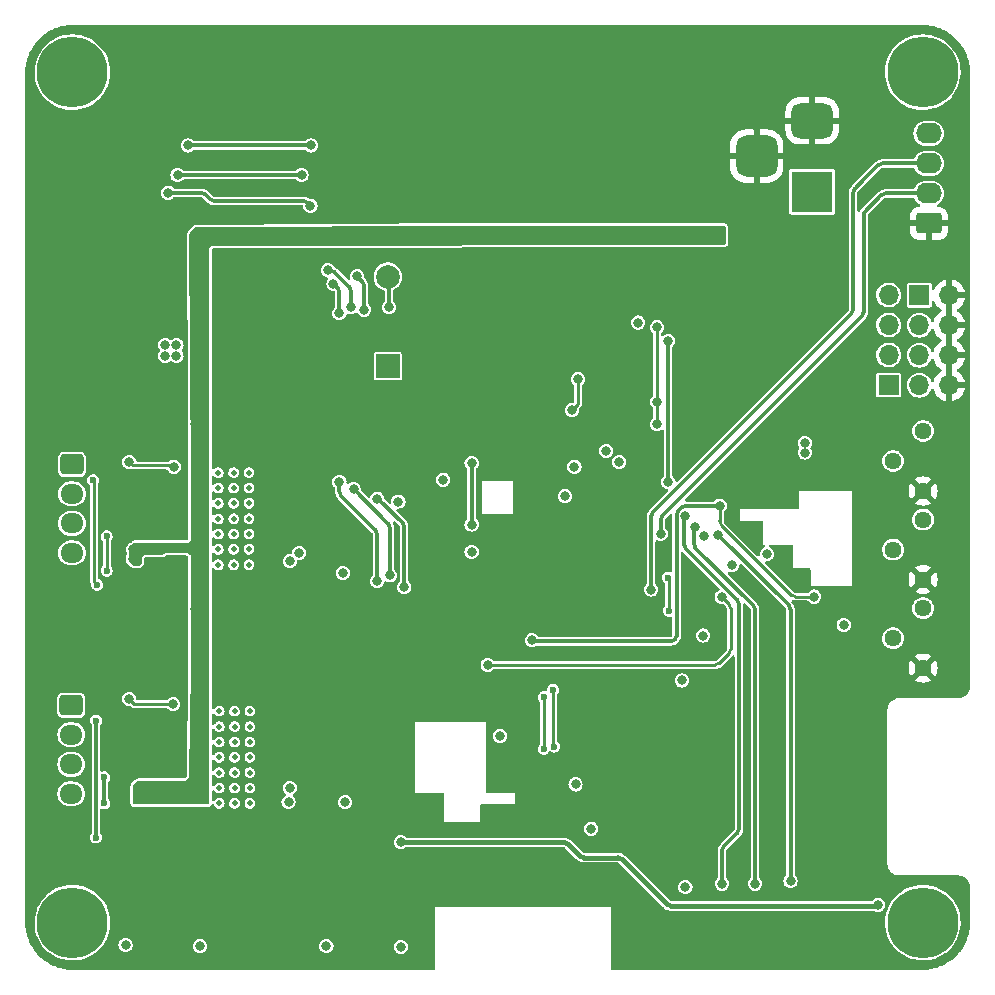
<source format=gbr>
%TF.GenerationSoftware,KiCad,Pcbnew,(6.0.0)*%
%TF.CreationDate,2022-03-02T14:41:02+07:00*%
%TF.ProjectId,balancingRobot_sabaiCode,62616c61-6e63-4696-9e67-526f626f745f,rev?*%
%TF.SameCoordinates,Original*%
%TF.FileFunction,Copper,L4,Bot*%
%TF.FilePolarity,Positive*%
%FSLAX46Y46*%
G04 Gerber Fmt 4.6, Leading zero omitted, Abs format (unit mm)*
G04 Created by KiCad (PCBNEW (6.0.0)) date 2022-03-02 14:41:02*
%MOMM*%
%LPD*%
G01*
G04 APERTURE LIST*
G04 Aperture macros list*
%AMRoundRect*
0 Rectangle with rounded corners*
0 $1 Rounding radius*
0 $2 $3 $4 $5 $6 $7 $8 $9 X,Y pos of 4 corners*
0 Add a 4 corners polygon primitive as box body*
4,1,4,$2,$3,$4,$5,$6,$7,$8,$9,$2,$3,0*
0 Add four circle primitives for the rounded corners*
1,1,$1+$1,$2,$3*
1,1,$1+$1,$4,$5*
1,1,$1+$1,$6,$7*
1,1,$1+$1,$8,$9*
0 Add four rect primitives between the rounded corners*
20,1,$1+$1,$2,$3,$4,$5,0*
20,1,$1+$1,$4,$5,$6,$7,0*
20,1,$1+$1,$6,$7,$8,$9,0*
20,1,$1+$1,$8,$9,$2,$3,0*%
G04 Aperture macros list end*
%TA.AperFunction,ComponentPad*%
%ADD10R,1.700000X1.700000*%
%TD*%
%TA.AperFunction,ComponentPad*%
%ADD11O,1.700000X1.700000*%
%TD*%
%TA.AperFunction,ComponentPad*%
%ADD12RoundRect,0.250000X0.845000X-0.620000X0.845000X0.620000X-0.845000X0.620000X-0.845000X-0.620000X0*%
%TD*%
%TA.AperFunction,ComponentPad*%
%ADD13O,2.190000X1.740000*%
%TD*%
%TA.AperFunction,ComponentPad*%
%ADD14C,0.500000*%
%TD*%
%TA.AperFunction,ComponentPad*%
%ADD15C,6.000000*%
%TD*%
%TA.AperFunction,ComponentPad*%
%ADD16C,0.800000*%
%TD*%
%TA.AperFunction,ComponentPad*%
%ADD17R,0.900000X0.500000*%
%TD*%
%TA.AperFunction,ComponentPad*%
%ADD18C,1.440000*%
%TD*%
%TA.AperFunction,ComponentPad*%
%ADD19R,2.000000X2.000000*%
%TD*%
%TA.AperFunction,ComponentPad*%
%ADD20C,2.000000*%
%TD*%
%TA.AperFunction,ComponentPad*%
%ADD21RoundRect,0.250000X-0.725000X0.600000X-0.725000X-0.600000X0.725000X-0.600000X0.725000X0.600000X0*%
%TD*%
%TA.AperFunction,ComponentPad*%
%ADD22O,1.950000X1.700000*%
%TD*%
%TA.AperFunction,ComponentPad*%
%ADD23R,3.500000X3.500000*%
%TD*%
%TA.AperFunction,ComponentPad*%
%ADD24RoundRect,0.750000X-1.000000X0.750000X-1.000000X-0.750000X1.000000X-0.750000X1.000000X0.750000X0*%
%TD*%
%TA.AperFunction,ComponentPad*%
%ADD25RoundRect,0.875000X-0.875000X0.875000X-0.875000X-0.875000X0.875000X-0.875000X0.875000X0.875000X0*%
%TD*%
%TA.AperFunction,ViaPad*%
%ADD26C,0.800000*%
%TD*%
%TA.AperFunction,ViaPad*%
%ADD27C,0.600000*%
%TD*%
%TA.AperFunction,Conductor*%
%ADD28C,0.300000*%
%TD*%
%TA.AperFunction,Conductor*%
%ADD29C,0.250000*%
%TD*%
%TA.AperFunction,Conductor*%
%ADD30C,0.400000*%
%TD*%
G04 APERTURE END LIST*
D10*
%TO.P,J5,1,Pin_1*%
%TO.N,+5V*%
X205700000Y-82880000D03*
D11*
%TO.P,J5,2,Pin_2*%
%TO.N,GND*%
X208240000Y-82880000D03*
%TO.P,J5,3,Pin_3*%
%TO.N,+5V*%
X205700000Y-85420000D03*
%TO.P,J5,4,Pin_4*%
%TO.N,GND*%
X208240000Y-85420000D03*
%TO.P,J5,5,Pin_5*%
%TO.N,+5V*%
X205700000Y-87960000D03*
%TO.P,J5,6,Pin_6*%
%TO.N,GND*%
X208240000Y-87960000D03*
%TO.P,J5,7,Pin_7*%
%TO.N,+5V*%
X205700000Y-90500000D03*
%TO.P,J5,8,Pin_8*%
%TO.N,GND*%
X208240000Y-90500000D03*
%TD*%
D10*
%TO.P,J6,1,Pin_1*%
%TO.N,TIM3_CH1*%
X203100000Y-90480000D03*
D11*
%TO.P,J6,2,Pin_2*%
%TO.N,TIM3_CH2*%
X203100000Y-87940000D03*
%TO.P,J6,3,Pin_3*%
%TO.N,TIM3_CH3*%
X203100000Y-85400000D03*
%TO.P,J6,4,Pin_4*%
%TO.N,TIM3_CH4*%
X203100000Y-82860000D03*
%TD*%
D12*
%TO.P,J7,1,Pin_1*%
%TO.N,GND*%
X206500000Y-76800000D03*
D13*
%TO.P,J7,2,Pin_2*%
%TO.N,SWDIO*%
X206500000Y-74260000D03*
%TO.P,J7,3,Pin_3*%
%TO.N,SWCLK*%
X206500000Y-71720000D03*
%TO.P,J7,4,Pin_4*%
%TO.N,+3V3*%
X206500000Y-69180000D03*
%TD*%
D14*
%TO.P,U6,30*%
%TO.N,N/C*%
X147725000Y-122000000D03*
%TO.P,U6,31*%
X147725000Y-120700000D03*
%TO.P,U6,32*%
X147725000Y-119400000D03*
%TO.P,U6,33*%
X147725000Y-118100000D03*
%TO.P,U6,34*%
X147725000Y-123300000D03*
%TO.P,U6,35*%
X147725000Y-124600000D03*
%TO.P,U6,36*%
X147725000Y-125900000D03*
%TO.P,U6,37*%
X146425000Y-118100000D03*
%TO.P,U6,38*%
X149025000Y-118100000D03*
%TO.P,U6,39*%
X146425000Y-119400000D03*
%TO.P,U6,40*%
X149025000Y-119400000D03*
%TO.P,U6,41*%
X149025000Y-120700000D03*
%TO.P,U6,42*%
X146425000Y-120700000D03*
%TO.P,U6,43*%
X146425000Y-122000000D03*
%TO.P,U6,44*%
X149025000Y-122000000D03*
%TO.P,U6,45*%
X146425000Y-123300000D03*
%TO.P,U6,46*%
X149025000Y-123300000D03*
%TO.P,U6,47*%
X146425000Y-124600000D03*
%TO.P,U6,48*%
X149025000Y-124600000D03*
%TO.P,U6,49*%
X146425000Y-125900000D03*
%TO.P,U6,50*%
X149025000Y-125900000D03*
%TD*%
D15*
%TO.P,H4,1*%
%TO.N,N/C*%
X134000000Y-136000000D03*
D16*
X136250000Y-136000000D03*
X135590990Y-137590990D03*
X132409010Y-137590990D03*
X134000000Y-138250000D03*
X131750000Y-136000000D03*
X134000000Y-133750000D03*
X135590990Y-134409010D03*
X132409010Y-134409010D03*
%TD*%
D17*
%TO.P,ANT1,2,GND*%
%TO.N,GND*%
X165525000Y-134300000D03*
%TD*%
D18*
%TO.P,RV5,1,1*%
%TO.N,+3V3*%
X206025000Y-94375000D03*
%TO.P,RV5,2,2*%
%TO.N,ADC2*%
X203485000Y-96915000D03*
%TO.P,RV5,3,3*%
%TO.N,GND*%
X206025000Y-99455000D03*
%TD*%
D19*
%TO.P,BZ1,1,-*%
%TO.N,+3V3*%
X160700000Y-88900000D03*
D20*
%TO.P,BZ1,2,+*%
%TO.N,Net-(BZ1-Pad2)*%
X160700000Y-81300000D03*
%TD*%
D21*
%TO.P,J2,1,Pin_1*%
%TO.N,/Stepper Driver/M1_A1*%
X133970000Y-97200000D03*
D22*
%TO.P,J2,2,Pin_2*%
%TO.N,/Stepper Driver/M1_A2*%
X133970000Y-99700000D03*
%TO.P,J2,3,Pin_3*%
%TO.N,/Stepper Driver/M1_B2*%
X133970000Y-102200000D03*
%TO.P,J2,4,Pin_4*%
%TO.N,/Stepper Driver/M1_B1*%
X133970000Y-104700000D03*
%TD*%
D23*
%TO.P,J1,1*%
%TO.N,Net-(J1-Pad1)*%
X196627500Y-74110000D03*
D24*
%TO.P,J1,2*%
%TO.N,GND*%
X196627500Y-68110000D03*
D25*
%TO.P,J1,3*%
X191927500Y-71110000D03*
%TD*%
D21*
%TO.P,J3,1,Pin_1*%
%TO.N,/Stepper Driver/M2_A1*%
X133900000Y-117600000D03*
D22*
%TO.P,J3,2,Pin_2*%
%TO.N,/Stepper Driver/M2_A2*%
X133900000Y-120100000D03*
%TO.P,J3,3,Pin_3*%
%TO.N,/Stepper Driver/M2_B2*%
X133900000Y-122600000D03*
%TO.P,J3,4,Pin_4*%
%TO.N,/Stepper Driver/M2_B1*%
X133900000Y-125100000D03*
%TD*%
D16*
%TO.P,H3,1*%
%TO.N,N/C*%
X207590990Y-137590990D03*
X206000000Y-138250000D03*
X207590990Y-134409010D03*
X204409010Y-137590990D03*
X206000000Y-133750000D03*
X204409010Y-134409010D03*
X208250000Y-136000000D03*
D15*
X206000000Y-136000000D03*
D16*
X203750000Y-136000000D03*
%TD*%
D18*
%TO.P,RV4,1,1*%
%TO.N,+3V3*%
X206025000Y-101875000D03*
%TO.P,RV4,2,2*%
%TO.N,ADC1*%
X203485000Y-104415000D03*
%TO.P,RV4,3,3*%
%TO.N,GND*%
X206025000Y-106955000D03*
%TD*%
D16*
%TO.P,H1,1*%
%TO.N,N/C*%
X134000000Y-61750000D03*
X132409010Y-62409010D03*
X135590990Y-62409010D03*
D15*
X134000000Y-64000000D03*
D16*
X135590990Y-65590990D03*
X134000000Y-66250000D03*
X132409010Y-65590990D03*
X131750000Y-64000000D03*
X136250000Y-64000000D03*
%TD*%
D14*
%TO.P,U5,30*%
%TO.N,N/C*%
X147652500Y-101800000D03*
%TO.P,U5,31*%
X147652500Y-100500000D03*
%TO.P,U5,32*%
X147652500Y-99200000D03*
%TO.P,U5,33*%
X147652500Y-97900000D03*
%TO.P,U5,34*%
X147652500Y-103100000D03*
%TO.P,U5,35*%
X147652500Y-104400000D03*
%TO.P,U5,36*%
X147652500Y-105700000D03*
%TO.P,U5,37*%
X146352500Y-97900000D03*
%TO.P,U5,38*%
X148952500Y-97900000D03*
%TO.P,U5,39*%
X146352500Y-99200000D03*
%TO.P,U5,40*%
X148952500Y-99200000D03*
%TO.P,U5,41*%
X148952500Y-100500000D03*
%TO.P,U5,42*%
X146352500Y-100500000D03*
%TO.P,U5,43*%
X146352500Y-101800000D03*
%TO.P,U5,44*%
X148952500Y-101800000D03*
%TO.P,U5,45*%
X146352500Y-103100000D03*
%TO.P,U5,46*%
X148952500Y-103100000D03*
%TO.P,U5,47*%
X146352500Y-104400000D03*
%TO.P,U5,48*%
X148952500Y-104400000D03*
%TO.P,U5,49*%
X146352500Y-105700000D03*
%TO.P,U5,50*%
X148952500Y-105700000D03*
%TD*%
D18*
%TO.P,RV3,1,1*%
%TO.N,+3V3*%
X206025000Y-109375000D03*
%TO.P,RV3,2,2*%
%TO.N,ADC0*%
X203485000Y-111915000D03*
%TO.P,RV3,3,3*%
%TO.N,GND*%
X206025000Y-114455000D03*
%TD*%
D16*
%TO.P,H2,1*%
%TO.N,N/C*%
X207590990Y-62409010D03*
D15*
X206000000Y-64000000D03*
D16*
X203750000Y-64000000D03*
X206000000Y-66250000D03*
X204409010Y-65590990D03*
X206000000Y-61750000D03*
X207590990Y-65590990D03*
X204409010Y-62409010D03*
X208250000Y-64000000D03*
%TD*%
D26*
%TO.N,+3V3*%
X167800000Y-104600000D03*
X192800000Y-104800000D03*
X141850000Y-87100000D03*
X196000000Y-95400000D03*
X180300000Y-97000000D03*
X156900000Y-106400000D03*
X152400000Y-124600000D03*
X157100000Y-125800000D03*
X176600000Y-124300000D03*
X177930000Y-128050000D03*
X187400000Y-111700000D03*
X155500000Y-138000000D03*
X176500000Y-97400000D03*
X141850000Y-88000000D03*
X138500000Y-137900000D03*
X152300000Y-125800000D03*
X189850000Y-105750000D03*
X161600000Y-100350000D03*
X170200000Y-120200000D03*
X181900000Y-85200000D03*
X153200000Y-104700000D03*
X142800000Y-88000000D03*
X185900000Y-133000000D03*
X175700000Y-99900000D03*
X144800000Y-138000000D03*
X185600000Y-115500000D03*
X179200000Y-96050000D03*
X161800000Y-138050000D03*
X165400000Y-98500000D03*
X152400000Y-105400000D03*
X142800000Y-87100000D03*
X199300000Y-110800000D03*
X196000000Y-96200000D03*
%TO.N,Net-(BZ1-Pad2)*%
X160800000Y-83900000D03*
%TO.N,GND*%
X188100000Y-138600000D03*
X164000000Y-134500000D03*
X134000000Y-111000000D03*
X154250000Y-84500000D03*
X194100000Y-138500000D03*
X147800000Y-130500000D03*
X196800000Y-111600000D03*
X146900000Y-66900000D03*
X164000000Y-135500000D03*
X192000000Y-67000000D03*
X167700000Y-118300000D03*
X163100000Y-65500000D03*
X169500000Y-117500000D03*
X171300000Y-97000000D03*
X185000000Y-61000000D03*
X180500000Y-126500000D03*
X177990000Y-129310000D03*
X165200000Y-131100000D03*
X163800000Y-101900000D03*
X151050000Y-110350000D03*
X131000000Y-91000000D03*
X150000000Y-87500000D03*
X189000000Y-64000000D03*
X150000000Y-89000000D03*
X152300000Y-117500000D03*
X188790000Y-111910000D03*
X136000000Y-132000000D03*
X180600000Y-85300000D03*
X196900000Y-138550000D03*
X195000000Y-64000000D03*
X141500000Y-106300000D03*
X161000000Y-62200000D03*
D27*
X143324500Y-106000000D03*
D26*
X198500000Y-98850000D03*
X161600000Y-96150000D03*
X185000000Y-67000000D03*
X157100000Y-123900000D03*
X131000000Y-71000000D03*
X141550000Y-126850000D03*
X201000000Y-61000000D03*
X138700000Y-131450000D03*
X194600000Y-100500000D03*
X138900000Y-91000000D03*
X153890000Y-111930000D03*
X181800000Y-129700000D03*
X138950000Y-119250000D03*
X133000000Y-69000000D03*
X131000000Y-69000000D03*
X151550000Y-83400000D03*
X131000000Y-93000000D03*
X145100000Y-64000000D03*
X137000000Y-113000000D03*
X182790000Y-63980000D03*
X169360000Y-75550000D03*
X158100000Y-70500000D03*
X164000000Y-130500000D03*
X142400000Y-76450000D03*
X135000000Y-91000000D03*
X147000000Y-134100000D03*
X150000000Y-86000000D03*
X134000000Y-109000000D03*
X139000000Y-89000000D03*
X139000000Y-93000000D03*
X198000000Y-61000000D03*
X153700000Y-90800000D03*
X162000000Y-124500000D03*
X191500000Y-107500000D03*
X201000000Y-67000000D03*
X173600000Y-103100000D03*
X143000000Y-130000000D03*
X138000000Y-133000000D03*
D27*
X150400000Y-96900000D03*
D26*
X164000000Y-137500000D03*
X189000000Y-67000000D03*
X154250000Y-87500000D03*
X170950000Y-83850000D03*
D27*
X151800000Y-97500000D03*
D26*
X143000000Y-133000000D03*
X180500000Y-129500000D03*
X148800000Y-64000000D03*
X135000000Y-93000000D03*
X201000000Y-70000000D03*
X180500000Y-125500000D03*
X141000000Y-127550000D03*
X166200000Y-102700000D03*
D27*
X169630000Y-124250000D03*
D26*
X150050000Y-84700000D03*
X180500000Y-123500000D03*
X146600000Y-85000000D03*
X141000000Y-67000000D03*
X164730000Y-67700000D03*
X189000000Y-61000000D03*
D27*
X176000000Y-125300000D03*
D26*
X172300000Y-83250000D03*
X180500000Y-136000000D03*
X180500000Y-132000000D03*
X164000000Y-133500000D03*
X157040000Y-104410000D03*
X131000000Y-109000000D03*
X138000000Y-64000000D03*
X182100000Y-93900000D03*
X191080000Y-78600000D03*
X166600000Y-104700000D03*
X192000000Y-61000000D03*
D27*
X175900000Y-122800000D03*
D26*
X187400000Y-63990000D03*
X163100000Y-62200000D03*
X198000000Y-64000000D03*
X178720000Y-122150000D03*
X152250000Y-89000000D03*
X184200000Y-115400000D03*
X170500000Y-117500000D03*
X160900000Y-70600000D03*
X163100000Y-63900000D03*
X163600000Y-67700000D03*
X141000000Y-64000000D03*
X164000000Y-132500000D03*
X162000000Y-123500000D03*
X141850000Y-109300000D03*
X131000000Y-111000000D03*
X181000000Y-64000000D03*
X154250000Y-86000000D03*
X180500000Y-137000000D03*
X165290000Y-128050000D03*
X163800000Y-71400000D03*
X131000000Y-67000000D03*
X162000000Y-127500000D03*
X185100000Y-138550000D03*
X180500000Y-135000000D03*
X192000000Y-64000000D03*
X168500000Y-117500000D03*
X195600000Y-106500000D03*
X191000000Y-138600000D03*
X180500000Y-119500000D03*
X196000000Y-97500000D03*
X164000000Y-136500000D03*
X180500000Y-127500000D03*
X172500000Y-117500000D03*
X153000000Y-83500000D03*
X131000000Y-132000000D03*
X178970000Y-127070000D03*
X180500000Y-133000000D03*
X180500000Y-120500000D03*
X165500000Y-97200000D03*
X191070000Y-77200000D03*
X153300000Y-134100000D03*
X131000000Y-129000000D03*
X146600000Y-85950000D03*
X143200000Y-75200000D03*
X148650000Y-83500000D03*
X180500000Y-117500000D03*
X180500000Y-118500000D03*
X146600000Y-86900000D03*
X180500000Y-121500000D03*
X165750000Y-103750000D03*
X154100000Y-91950000D03*
X135000000Y-89000000D03*
X140700000Y-131450000D03*
X133000000Y-132000000D03*
X166250000Y-96250000D03*
X143200000Y-77450000D03*
X150910000Y-114090000D03*
X141500000Y-105500000D03*
X181800000Y-73680000D03*
X180500000Y-124500000D03*
X158900000Y-62200000D03*
X164000000Y-131500000D03*
X171500000Y-117500000D03*
X169390000Y-72940000D03*
X181000000Y-67000000D03*
X199800000Y-132800000D03*
X133000000Y-129000000D03*
X171300000Y-103100000D03*
X138950000Y-118500000D03*
X180250000Y-93400000D03*
X164000000Y-127500000D03*
X184300000Y-131800000D03*
X180500000Y-134000000D03*
X180500000Y-139000000D03*
X178500000Y-117500000D03*
X137600000Y-109350000D03*
X164900000Y-71400000D03*
X170200000Y-119000000D03*
X164800000Y-125800000D03*
X154250000Y-89000000D03*
X135750000Y-68500000D03*
X137000000Y-111000000D03*
X181000000Y-61000000D03*
X131000000Y-89000000D03*
X147750000Y-89000000D03*
X162000000Y-126500000D03*
X201000000Y-64000000D03*
X163000000Y-127500000D03*
X141000000Y-61000000D03*
X179500000Y-117500000D03*
X131000000Y-73000000D03*
X138000000Y-67000000D03*
X141000000Y-133000000D03*
X139050000Y-99100000D03*
X134000000Y-113000000D03*
X138000000Y-61000000D03*
X152250000Y-87500000D03*
X169480000Y-74210000D03*
X180500000Y-128500000D03*
X182570000Y-73690000D03*
X162000000Y-125500000D03*
X164000000Y-138500000D03*
X194100000Y-106400000D03*
X195000000Y-61000000D03*
X180500000Y-138000000D03*
X179300000Y-94200000D03*
X152250000Y-86000000D03*
X153650000Y-93050000D03*
X180500000Y-122500000D03*
X131000000Y-113000000D03*
X143500000Y-126700000D03*
X139000000Y-98350000D03*
%TO.N,NRST*%
X196800000Y-108400000D03*
X188800000Y-100700000D03*
X172900000Y-112100000D03*
%TO.N,/Stepper Driver/M1_VCP*%
X138800000Y-97000000D03*
X142575500Y-97400000D03*
%TO.N,VCC*%
X139100000Y-105200000D03*
X145150000Y-114000000D03*
X139150000Y-104400000D03*
X186500000Y-77800000D03*
X140700000Y-124450000D03*
X184500000Y-77800000D03*
X139950000Y-104400000D03*
X144750000Y-110150000D03*
X139650000Y-125200000D03*
X145150000Y-89100000D03*
X187500000Y-77800000D03*
X139650000Y-124450000D03*
X145150000Y-109450000D03*
X144750000Y-89800000D03*
X144400000Y-109450000D03*
X185500000Y-77800000D03*
X145150000Y-93750000D03*
X144400000Y-93750000D03*
X144400000Y-89100000D03*
X144450000Y-114000000D03*
%TO.N,/Stepper Driver/M2_VCP*%
X142525980Y-117500000D03*
X138800000Y-117050000D03*
%TO.N,M1_LED*%
X189000000Y-132700000D03*
X185900000Y-101600000D03*
%TO.N,M2_LED*%
X191800000Y-132700000D03*
X186700000Y-102500000D03*
%TO.N,SWCLK*%
X183000000Y-107800000D03*
%TO.N,SWDIO*%
X183800000Y-103100000D03*
%TO.N,TIM16_Buzzer*%
X184450000Y-86750000D03*
X184450000Y-98700000D03*
X187500000Y-103300000D03*
%TO.N,I2C_SCL*%
X176300000Y-92624500D03*
X176800000Y-90000000D03*
%TO.N,I2C_SDA*%
X183500000Y-91900000D03*
X183500000Y-93800000D03*
X183500000Y-85600000D03*
%TO.N,PIO11*%
X161800000Y-129200000D03*
X202200000Y-134500000D03*
D27*
%TO.N,/Stepper Driver/M1_ISENB*%
X136900000Y-103300000D03*
X136900000Y-106200000D03*
%TO.N,/Stepper Driver/M1_ISENA*%
X136100000Y-107400000D03*
X135750000Y-98550000D03*
%TO.N,/Stepper Driver/M2_ISENB*%
X136700000Y-123700000D03*
X136700000Y-125900000D03*
%TO.N,/Stepper Driver/M2_ISENA*%
X136000000Y-128800000D03*
X136000000Y-118900000D03*
D26*
%TO.N,BTN*%
X169160012Y-114180034D03*
X188970023Y-108429977D03*
%TO.N,M1_MODE0*%
X159800000Y-100100000D03*
X158109594Y-81289670D03*
X162100000Y-107600000D03*
X142100000Y-74200000D03*
X154149500Y-75300000D03*
X158700000Y-84100000D03*
%TO.N,M1_MODE1*%
X153400000Y-72700000D03*
X155629977Y-80770023D03*
X160900000Y-106600000D03*
X157600000Y-83900000D03*
X157800000Y-99300000D03*
X142900000Y-72700000D03*
%TO.N,M1_MODE2*%
X159800000Y-107100000D03*
X154200000Y-70200000D03*
X156600000Y-98700000D03*
X143800000Y-70200000D03*
X156100000Y-81900000D03*
X156600000Y-84400000D03*
%TO.N,LED_PC13*%
X194800000Y-132500000D03*
X188700000Y-103200000D03*
%TO.N,MPU_INT*%
X167800000Y-102300000D03*
X167800000Y-97100000D03*
D27*
%TO.N,SPI_CSS*%
X173900000Y-116900000D03*
X173900000Y-121300000D03*
%TO.N,SPI_CE*%
X174800000Y-121100000D03*
X174700000Y-116300000D03*
%TO.N,SPI_SCK*%
X184500000Y-109600000D03*
X184425500Y-106800000D03*
%TD*%
D28*
%TO.N,Net-(BZ1-Pad2)*%
X160800000Y-81400000D02*
X160700000Y-81300000D01*
X160800000Y-83900000D02*
X160800000Y-81400000D01*
%TO.N,NRST*%
X173000000Y-112200000D02*
X184650489Y-112200000D01*
X185947137Y-100700000D02*
X188800000Y-100700000D01*
X185296936Y-101143094D02*
X185593584Y-100846446D01*
D29*
X188800000Y-101992893D02*
X188800000Y-100700000D01*
D28*
X172900000Y-112100000D02*
X173000000Y-112200000D01*
D29*
X194853553Y-108253553D02*
X188946446Y-102346446D01*
X196800000Y-108400000D02*
X195207107Y-108400000D01*
D28*
X185150489Y-111700000D02*
X185150489Y-101496648D01*
D29*
X195207107Y-108400000D02*
G75*
G02*
X194853553Y-108253553I-1J499997D01*
G01*
D28*
X185296936Y-101143094D02*
G75*
G03*
X185150489Y-101496648I353550J-353553D01*
G01*
X185150489Y-111700000D02*
G75*
G02*
X184650489Y-112200000I-500001J1D01*
G01*
X185947137Y-100700001D02*
G75*
G03*
X185593584Y-100846446I0J-500001D01*
G01*
D29*
X188946446Y-102346446D02*
G75*
G02*
X188800000Y-101992893I353556J353553D01*
G01*
%TO.N,/Stepper Driver/M1_VCP*%
X142475500Y-97300000D02*
X142575500Y-97400000D01*
X138800000Y-97000000D02*
X139100000Y-97300000D01*
X139100000Y-97300000D02*
X142475500Y-97300000D01*
%TO.N,/Stepper Driver/M2_VCP*%
X139250000Y-117500000D02*
X138800000Y-117050000D01*
X142525980Y-117500000D02*
X139250000Y-117500000D01*
D28*
%TO.N,M1_LED*%
X185946447Y-104346447D02*
X190283554Y-108683554D01*
X185900000Y-101600000D02*
X185800000Y-101700000D01*
X185800000Y-101700000D02*
X185800000Y-103992893D01*
X190430000Y-109037107D02*
X190430000Y-128062893D01*
X190283553Y-128416447D02*
X189146446Y-129553554D01*
X189000000Y-129907107D02*
X189000000Y-132700000D01*
X190429999Y-109037107D02*
G75*
G03*
X190283554Y-108683554I-500001J0D01*
G01*
X189000001Y-129907107D02*
G75*
G02*
X189146446Y-129553554I500001J0D01*
G01*
X185800000Y-103992893D02*
G75*
G03*
X185946447Y-104346447I499997J-1D01*
G01*
X190283553Y-128416447D02*
G75*
G03*
X190430000Y-128062893I-353550J353553D01*
G01*
%TO.N,M2_LED*%
X186746447Y-104246447D02*
X191653554Y-109153554D01*
X186700000Y-102500000D02*
X186600000Y-102600000D01*
X186600000Y-102600000D02*
X186600000Y-103892893D01*
X191800000Y-109507107D02*
X191800000Y-132700000D01*
X191799999Y-109507107D02*
G75*
G03*
X191653554Y-109153554I-500001J0D01*
G01*
X186746447Y-104246447D02*
G75*
G02*
X186600000Y-103892893I353550J353553D01*
G01*
%TO.N,SWCLK*%
X183146447Y-101253553D02*
X199953554Y-84446446D01*
X183000000Y-107800000D02*
X183000000Y-101607107D01*
X201050000Y-73050000D02*
X202233554Y-71866446D01*
X200246447Y-73853553D02*
X201050000Y-73050000D01*
X200100000Y-84092893D02*
X200100000Y-74207107D01*
X202587107Y-71720000D02*
X206500000Y-71720000D01*
X200100000Y-74207107D02*
G75*
G02*
X200246447Y-73853553I499997J1D01*
G01*
X200099999Y-84092893D02*
G75*
G02*
X199953554Y-84446446I-500001J0D01*
G01*
X183000000Y-101607107D02*
G75*
G02*
X183146447Y-101253553I499997J1D01*
G01*
X202233554Y-71866446D02*
G75*
G02*
X202587107Y-71720000I353553J-353556D01*
G01*
%TO.N,SWDIO*%
X201000000Y-76000000D02*
X201000000Y-75900000D01*
X202847107Y-74260000D02*
X206500000Y-74260000D01*
X201000000Y-75900000D02*
X202493554Y-74406446D01*
X201000000Y-84292893D02*
X201000000Y-79000000D01*
X183946447Y-101553553D02*
X200853554Y-84646446D01*
X183800000Y-103100000D02*
X183800000Y-101907107D01*
X201000000Y-79000000D02*
X201000000Y-76000000D01*
X200853554Y-84646446D02*
G75*
G03*
X201000000Y-84292893I-353556J353553D01*
G01*
X183800000Y-101907107D02*
G75*
G02*
X183946447Y-101553553I499997J1D01*
G01*
X202493554Y-74406446D02*
G75*
G02*
X202847107Y-74260000I353553J-353556D01*
G01*
%TO.N,TIM16_Buzzer*%
X184450000Y-86750000D02*
X184450000Y-98700000D01*
D29*
%TO.N,I2C_SCL*%
X176800000Y-90000000D02*
X176800000Y-92124500D01*
X176800000Y-92124500D02*
X176300000Y-92624500D01*
%TO.N,I2C_SDA*%
X183500000Y-91900000D02*
X183500000Y-85600000D01*
X183500000Y-93800000D02*
X183500000Y-91900000D01*
D30*
%TO.N,PIO11*%
X184706618Y-134599511D02*
X202100489Y-134599511D01*
X161800000Y-129200000D02*
X175592893Y-129200000D01*
X202100489Y-134599511D02*
X202200000Y-134500000D01*
X180546447Y-130646447D02*
X184353065Y-134453065D01*
X175946447Y-129346447D02*
X176953554Y-130353554D01*
X177307107Y-130500000D02*
X180192893Y-130500000D01*
X175592893Y-129200000D02*
G75*
G02*
X175946447Y-129346447I1J-499997D01*
G01*
X177307107Y-130499999D02*
G75*
G02*
X176953554Y-130353554I0J500001D01*
G01*
X180192893Y-130500000D02*
G75*
G02*
X180546447Y-130646447I1J-499997D01*
G01*
X184706618Y-134599510D02*
G75*
G02*
X184353065Y-134453065I0J500001D01*
G01*
D29*
%TO.N,/Stepper Driver/M1_ISENB*%
X136900000Y-103300000D02*
X136900000Y-106200000D01*
%TO.N,/Stepper Driver/M1_ISENA*%
X135800000Y-98600000D02*
X135800000Y-107100000D01*
X135800000Y-107100000D02*
X136100000Y-107400000D01*
X135750000Y-98550000D02*
X135800000Y-98600000D01*
D28*
%TO.N,/Stepper Driver/M2_ISENB*%
X136700000Y-123700000D02*
X136700000Y-125900000D01*
%TO.N,/Stepper Driver/M2_ISENA*%
X136000000Y-118900000D02*
X136000000Y-128800000D01*
D29*
%TO.N,BTN*%
X189740000Y-112862893D02*
X189740000Y-109407061D01*
X189593553Y-109053507D02*
X188970023Y-108429977D01*
X169160012Y-114180034D02*
X188422859Y-114180034D01*
X188776413Y-114033587D02*
X189593554Y-113216446D01*
X189740000Y-109407061D02*
G75*
G03*
X189593553Y-109053507I-499997J1D01*
G01*
X188776413Y-114033587D02*
G75*
G02*
X188422859Y-114180034I-353553J353550D01*
G01*
X189739999Y-112862893D02*
G75*
G02*
X189593554Y-113216446I-500001J0D01*
G01*
D28*
%TO.N,M1_MODE0*%
X158700000Y-82087183D02*
X158700000Y-84100000D01*
X158109594Y-81289670D02*
X158553554Y-81733630D01*
X144892893Y-74200000D02*
X142100000Y-74200000D01*
X145653553Y-74753553D02*
X145246446Y-74346446D01*
X159800000Y-100100000D02*
X159900000Y-100100000D01*
X154149500Y-75300000D02*
X153895946Y-75046446D01*
X162100000Y-102507107D02*
X162100000Y-107600000D01*
X153542393Y-74900000D02*
X146007107Y-74900000D01*
X159900000Y-100100000D02*
X161953554Y-102153554D01*
X146007107Y-74900000D02*
G75*
G02*
X145653553Y-74753553I-1J499997D01*
G01*
X145246446Y-74346446D02*
G75*
G03*
X144892893Y-74200000I-353553J-353556D01*
G01*
X158553554Y-81733630D02*
G75*
G02*
X158700000Y-82087183I-353556J-353553D01*
G01*
X153542393Y-74900001D02*
G75*
G02*
X153895946Y-75046446I0J-500001D01*
G01*
X162099999Y-102507107D02*
G75*
G03*
X161953554Y-102153554I-500001J0D01*
G01*
%TO.N,M1_MODE1*%
X156176440Y-80916470D02*
X157453554Y-82193584D01*
X153400000Y-72700000D02*
X142900000Y-72700000D01*
X157800000Y-99300000D02*
X160753554Y-102253554D01*
X157600000Y-82547137D02*
X157600000Y-83900000D01*
X155629977Y-80770023D02*
X155822886Y-80770023D01*
X160900000Y-102607107D02*
X160900000Y-106600000D01*
X157453554Y-82193584D02*
G75*
G02*
X157600000Y-82547137I-353556J-353553D01*
G01*
X155822886Y-80770023D02*
G75*
G02*
X156176440Y-80916470I1J-499997D01*
G01*
X160899999Y-102607107D02*
G75*
G03*
X160753554Y-102253554I-500001J0D01*
G01*
%TO.N,M1_MODE2*%
X143800000Y-70200000D02*
X154200000Y-70200000D01*
X156453553Y-82253553D02*
X156100000Y-81900000D01*
X159800000Y-103107107D02*
X159800000Y-107100000D01*
X156746447Y-99846447D02*
X159653554Y-102753554D01*
X156600000Y-98700000D02*
X156600000Y-99492893D01*
X156600000Y-84400000D02*
X156600000Y-82607107D01*
X156746447Y-99846447D02*
G75*
G02*
X156600000Y-99492893I353550J353553D01*
G01*
X159653554Y-102753554D02*
G75*
G02*
X159800000Y-103107107I-353556J-353553D01*
G01*
X156600000Y-82607107D02*
G75*
G03*
X156453553Y-82253553I-499997J1D01*
G01*
%TO.N,LED_PC13*%
X194800000Y-109507107D02*
X194800000Y-132500000D01*
X188700000Y-103200000D02*
X194653554Y-109153554D01*
X194799999Y-109507107D02*
G75*
G03*
X194653554Y-109153554I-500001J0D01*
G01*
%TO.N,MPU_INT*%
X167800000Y-97100000D02*
X167800000Y-102300000D01*
D29*
%TO.N,SPI_CSS*%
X173900000Y-116900000D02*
X173900000Y-121300000D01*
%TO.N,SPI_CE*%
X174700000Y-121000000D02*
X174800000Y-121100000D01*
X174700000Y-116300000D02*
X174700000Y-121000000D01*
%TO.N,SPI_SCK*%
X184500000Y-109600000D02*
X184500000Y-106874500D01*
X184500000Y-106874500D02*
X184425500Y-106800000D01*
%TD*%
%TA.AperFunction,Conductor*%
%TO.N,GND*%
G36*
X206002901Y-60000634D02*
G01*
X206172757Y-60008487D01*
X206173104Y-60008504D01*
X206369673Y-60018161D01*
X206380897Y-60019217D01*
X206434372Y-60026676D01*
X206562906Y-60044606D01*
X206563766Y-60044730D01*
X206641186Y-60056214D01*
X206747155Y-60071934D01*
X206757514Y-60073917D01*
X206938439Y-60116470D01*
X206940206Y-60116899D01*
X207117770Y-60161376D01*
X207127197Y-60164132D01*
X207304328Y-60223500D01*
X207306699Y-60224321D01*
X207478169Y-60285674D01*
X207486585Y-60289033D01*
X207657987Y-60364714D01*
X207660909Y-60366050D01*
X207718583Y-60393328D01*
X207825048Y-60443683D01*
X207832487Y-60447509D01*
X207996377Y-60538795D01*
X207999842Y-60540797D01*
X208155297Y-60633974D01*
X208161727Y-60638098D01*
X208316665Y-60744233D01*
X208320515Y-60746978D01*
X208384871Y-60794707D01*
X208465957Y-60854844D01*
X208471354Y-60859081D01*
X208615926Y-60979131D01*
X208620017Y-60982681D01*
X208744722Y-61095707D01*
X208754163Y-61104264D01*
X208758641Y-61108529D01*
X208891471Y-61241359D01*
X208895736Y-61245837D01*
X209017319Y-61379983D01*
X209020869Y-61384074D01*
X209140919Y-61528646D01*
X209145156Y-61534043D01*
X209203611Y-61612860D01*
X209253022Y-61679485D01*
X209255767Y-61683335D01*
X209361902Y-61838273D01*
X209366026Y-61844703D01*
X209459203Y-62000158D01*
X209461205Y-62003623D01*
X209552491Y-62167513D01*
X209556317Y-62174952D01*
X209633937Y-62339063D01*
X209635286Y-62342013D01*
X209710967Y-62513415D01*
X209714326Y-62521831D01*
X209748799Y-62618176D01*
X209775673Y-62693284D01*
X209776506Y-62695690D01*
X209835868Y-62872803D01*
X209838624Y-62882230D01*
X209883101Y-63059794D01*
X209883530Y-63061561D01*
X209926083Y-63242486D01*
X209928066Y-63252845D01*
X209955253Y-63436116D01*
X209955409Y-63437198D01*
X209980783Y-63619103D01*
X209981839Y-63630327D01*
X209991496Y-63826896D01*
X209991514Y-63827260D01*
X209999366Y-63997099D01*
X209999500Y-64002918D01*
X209999500Y-115994506D01*
X209999022Y-116005467D01*
X209995568Y-116044939D01*
X209995460Y-116046099D01*
X209983099Y-116171595D01*
X209979413Y-116191855D01*
X209962133Y-116256345D01*
X209961001Y-116260308D01*
X209933362Y-116351426D01*
X209926984Y-116368096D01*
X209896343Y-116433806D01*
X209893281Y-116439930D01*
X209851045Y-116518946D01*
X209843138Y-116531819D01*
X209800410Y-116592841D01*
X209794619Y-116600473D01*
X209753749Y-116650274D01*
X209738882Y-116668389D01*
X209730578Y-116677550D01*
X209677550Y-116730578D01*
X209668389Y-116738882D01*
X209600473Y-116794619D01*
X209592841Y-116800410D01*
X209532065Y-116842965D01*
X209531819Y-116843138D01*
X209518946Y-116851045D01*
X209439930Y-116893281D01*
X209433806Y-116896343D01*
X209368096Y-116926984D01*
X209351428Y-116933361D01*
X209334362Y-116938538D01*
X209260308Y-116961001D01*
X209256345Y-116962133D01*
X209191855Y-116979413D01*
X209171595Y-116983099D01*
X209149213Y-116985304D01*
X209046014Y-116995468D01*
X209044941Y-116995568D01*
X209005467Y-116999022D01*
X208994506Y-116999500D01*
X204008427Y-116999500D01*
X204000000Y-116998780D01*
X204000000Y-116995678D01*
X203825601Y-117010936D01*
X203820288Y-117012360D01*
X203820286Y-117012360D01*
X203765373Y-117027074D01*
X203656502Y-117056246D01*
X203651517Y-117058571D01*
X203651513Y-117058572D01*
X203520866Y-117119494D01*
X203497839Y-117130231D01*
X203493335Y-117133385D01*
X203358945Y-117227485D01*
X203358942Y-117227487D01*
X203354434Y-117230644D01*
X203230644Y-117354434D01*
X203130231Y-117497839D01*
X203127907Y-117502823D01*
X203059708Y-117649078D01*
X203056246Y-117656502D01*
X203048117Y-117686841D01*
X203012568Y-117819512D01*
X203010936Y-117825601D01*
X203006632Y-117874796D01*
X202997328Y-117981145D01*
X202995678Y-118000000D01*
X202998938Y-118000000D01*
X202999500Y-118005652D01*
X202999500Y-130991573D01*
X202998780Y-131000000D01*
X202995678Y-131000000D01*
X203010936Y-131174399D01*
X203056246Y-131343498D01*
X203130231Y-131502161D01*
X203230644Y-131645566D01*
X203354434Y-131769356D01*
X203358942Y-131772513D01*
X203358945Y-131772515D01*
X203436400Y-131826749D01*
X203497839Y-131869769D01*
X203502823Y-131872093D01*
X203651513Y-131941428D01*
X203651517Y-131941429D01*
X203656502Y-131943754D01*
X203679428Y-131949897D01*
X203820286Y-131987640D01*
X203820288Y-131987640D01*
X203825601Y-131989064D01*
X203935822Y-131998707D01*
X203982567Y-132002797D01*
X203982568Y-132002797D01*
X204000000Y-132004322D01*
X204000000Y-132001062D01*
X204005652Y-132000500D01*
X208994506Y-132000500D01*
X209005467Y-132000978D01*
X209044941Y-132004432D01*
X209046014Y-132004532D01*
X209149213Y-132014696D01*
X209171595Y-132016901D01*
X209191855Y-132020587D01*
X209256345Y-132037867D01*
X209260308Y-132038999D01*
X209334362Y-132061462D01*
X209351428Y-132066639D01*
X209368096Y-132073016D01*
X209433806Y-132103657D01*
X209439930Y-132106719D01*
X209518946Y-132148955D01*
X209531819Y-132156862D01*
X209592841Y-132199590D01*
X209600473Y-132205381D01*
X209654671Y-132249860D01*
X209668389Y-132261118D01*
X209677550Y-132269422D01*
X209730578Y-132322450D01*
X209738882Y-132331611D01*
X209794619Y-132399527D01*
X209800410Y-132407159D01*
X209842965Y-132467935D01*
X209843138Y-132468181D01*
X209851045Y-132481054D01*
X209893281Y-132560070D01*
X209896343Y-132566194D01*
X209926982Y-132631899D01*
X209933362Y-132648574D01*
X209961001Y-132739692D01*
X209962133Y-132743655D01*
X209979413Y-132808145D01*
X209983099Y-132828405D01*
X209986644Y-132864391D01*
X209995460Y-132953901D01*
X209995568Y-132955061D01*
X209999022Y-132994533D01*
X209999500Y-133005494D01*
X209999500Y-135997082D01*
X209999366Y-136002901D01*
X209991514Y-136172740D01*
X209991496Y-136173104D01*
X209981839Y-136369673D01*
X209980783Y-136380897D01*
X209955409Y-136562802D01*
X209955253Y-136563884D01*
X209928066Y-136747155D01*
X209926083Y-136757514D01*
X209883530Y-136938439D01*
X209883101Y-136940206D01*
X209838624Y-137117770D01*
X209835868Y-137127197D01*
X209832143Y-137138311D01*
X209779494Y-137295396D01*
X209776506Y-137304310D01*
X209775679Y-137306699D01*
X209714326Y-137478169D01*
X209710967Y-137486585D01*
X209648410Y-137628264D01*
X209635299Y-137657958D01*
X209633937Y-137660937D01*
X209556317Y-137825048D01*
X209552491Y-137832487D01*
X209461205Y-137996377D01*
X209459203Y-137999842D01*
X209366026Y-138155297D01*
X209361902Y-138161727D01*
X209255767Y-138316665D01*
X209253022Y-138320515D01*
X209203611Y-138387140D01*
X209145156Y-138465957D01*
X209140919Y-138471354D01*
X209020869Y-138615926D01*
X209017319Y-138620017D01*
X208962770Y-138680203D01*
X208895736Y-138754163D01*
X208891471Y-138758641D01*
X208758641Y-138891471D01*
X208754163Y-138895736D01*
X208620017Y-139017319D01*
X208615926Y-139020869D01*
X208471354Y-139140919D01*
X208465957Y-139145156D01*
X208423390Y-139176726D01*
X208320515Y-139253022D01*
X208316665Y-139255767D01*
X208161727Y-139361902D01*
X208155297Y-139366026D01*
X207999842Y-139459203D01*
X207996377Y-139461205D01*
X207832487Y-139552491D01*
X207825048Y-139556317D01*
X207718583Y-139606672D01*
X207660909Y-139633950D01*
X207657987Y-139635286D01*
X207486585Y-139710967D01*
X207478169Y-139714326D01*
X207306699Y-139775679D01*
X207304328Y-139776500D01*
X207186966Y-139815836D01*
X207127197Y-139835868D01*
X207117770Y-139838624D01*
X206940206Y-139883101D01*
X206938439Y-139883530D01*
X206757514Y-139926083D01*
X206747155Y-139928066D01*
X206641186Y-139943786D01*
X206563766Y-139955270D01*
X206562906Y-139955394D01*
X206434372Y-139973324D01*
X206380897Y-139980783D01*
X206369673Y-139981839D01*
X206175940Y-139991357D01*
X206172762Y-139991513D01*
X206002901Y-139999366D01*
X205997082Y-139999500D01*
X179726000Y-139999500D01*
X179657879Y-139979498D01*
X179611386Y-139925842D01*
X179600000Y-139873500D01*
X179600000Y-135955244D01*
X202794769Y-135955244D01*
X202809756Y-136312806D01*
X202864506Y-136666470D01*
X202958337Y-137011827D01*
X203090080Y-137344572D01*
X203091735Y-137347684D01*
X203091737Y-137347689D01*
X203256436Y-137657443D01*
X203256442Y-137657453D01*
X203258093Y-137660558D01*
X203260085Y-137663467D01*
X203458290Y-137952940D01*
X203458295Y-137952946D01*
X203460281Y-137955847D01*
X203694125Y-138226757D01*
X203956710Y-138469913D01*
X204244763Y-138682284D01*
X204247800Y-138684038D01*
X204247804Y-138684040D01*
X204377017Y-138758641D01*
X204554693Y-138861222D01*
X204623930Y-138891471D01*
X204879416Y-139003091D01*
X204879420Y-139003092D01*
X204882637Y-139004498D01*
X204885994Y-139005537D01*
X204885999Y-139005539D01*
X205028173Y-139049549D01*
X205224509Y-139110325D01*
X205227965Y-139110984D01*
X205227964Y-139110984D01*
X205572595Y-139176726D01*
X205572600Y-139176727D01*
X205576046Y-139177384D01*
X205772145Y-139192473D01*
X205929371Y-139204571D01*
X205929372Y-139204571D01*
X205932868Y-139204840D01*
X206156962Y-139197014D01*
X206287012Y-139192473D01*
X206287016Y-139192473D01*
X206290527Y-139192350D01*
X206295132Y-139191670D01*
X206641072Y-139140587D01*
X206641078Y-139140586D01*
X206644564Y-139140071D01*
X206647968Y-139139172D01*
X206647971Y-139139171D01*
X206987176Y-139049549D01*
X206987177Y-139049549D01*
X206990567Y-139048653D01*
X207324224Y-138919236D01*
X207641375Y-138753433D01*
X207906601Y-138574536D01*
X207935152Y-138555278D01*
X207935154Y-138555277D01*
X207938068Y-138553311D01*
X208033919Y-138471736D01*
X208207932Y-138323639D01*
X208207933Y-138323638D01*
X208210605Y-138321364D01*
X208213000Y-138318814D01*
X208213008Y-138318806D01*
X208453177Y-138063051D01*
X208453181Y-138063046D01*
X208455588Y-138060483D01*
X208457693Y-138057669D01*
X208457699Y-138057662D01*
X208661615Y-137785081D01*
X208669965Y-137773920D01*
X208851062Y-137465247D01*
X208892443Y-137372304D01*
X208995192Y-137141528D01*
X208995194Y-137141523D01*
X208996624Y-137138311D01*
X209104835Y-136797186D01*
X209174347Y-136446125D01*
X209204293Y-136089504D01*
X209205503Y-136002901D01*
X209205513Y-136002178D01*
X209205513Y-136002166D01*
X209205543Y-136000000D01*
X209185566Y-135642682D01*
X209125883Y-135289817D01*
X209027239Y-134945804D01*
X208965169Y-134795211D01*
X208892201Y-134618176D01*
X208892197Y-134618168D01*
X208890863Y-134614931D01*
X208718455Y-134301321D01*
X208640356Y-134190608D01*
X208514194Y-134011763D01*
X208514193Y-134011762D01*
X208512163Y-134008884D01*
X208274560Y-133741265D01*
X208008605Y-133501799D01*
X208005755Y-133499758D01*
X208005748Y-133499753D01*
X207720470Y-133295514D01*
X207720467Y-133295512D01*
X207717616Y-133293471D01*
X207405218Y-133118877D01*
X207075304Y-132980194D01*
X207071935Y-132979203D01*
X207071931Y-132979201D01*
X206898922Y-132928282D01*
X206731989Y-132879151D01*
X206433046Y-132826439D01*
X206383009Y-132817616D01*
X206383007Y-132817616D01*
X206379549Y-132817006D01*
X206376040Y-132816785D01*
X206376038Y-132816785D01*
X206025897Y-132794756D01*
X206025891Y-132794756D01*
X206022379Y-132794535D01*
X205920609Y-132799512D01*
X205668437Y-132811845D01*
X205668428Y-132811846D01*
X205664930Y-132812017D01*
X205661462Y-132812579D01*
X205661459Y-132812579D01*
X205315132Y-132868672D01*
X205315129Y-132868673D01*
X205311657Y-132869235D01*
X204966963Y-132965475D01*
X204635146Y-133099538D01*
X204632061Y-133101206D01*
X204632059Y-133101207D01*
X204623783Y-133105682D01*
X204320341Y-133269753D01*
X204026471Y-133473998D01*
X204023829Y-133476311D01*
X204023825Y-133476314D01*
X203965132Y-133527696D01*
X203757199Y-133709727D01*
X203515882Y-133974003D01*
X203305528Y-134263531D01*
X203128757Y-134574703D01*
X203110125Y-134618176D01*
X203018107Y-134832871D01*
X202987775Y-134903640D01*
X202884337Y-135246242D01*
X202819734Y-135598239D01*
X202794769Y-135955244D01*
X179600000Y-135955244D01*
X179600000Y-134700000D01*
X164700000Y-134700000D01*
X164700000Y-139873500D01*
X164679998Y-139941621D01*
X164626342Y-139988114D01*
X164574000Y-139999500D01*
X134002918Y-139999500D01*
X133997099Y-139999366D01*
X133827238Y-139991513D01*
X133824060Y-139991357D01*
X133630327Y-139981839D01*
X133619103Y-139980783D01*
X133565628Y-139973324D01*
X133437094Y-139955394D01*
X133436234Y-139955270D01*
X133358814Y-139943786D01*
X133252845Y-139928066D01*
X133242486Y-139926083D01*
X133061561Y-139883530D01*
X133059794Y-139883101D01*
X132882230Y-139838624D01*
X132872803Y-139835868D01*
X132813034Y-139815836D01*
X132695672Y-139776500D01*
X132693301Y-139775679D01*
X132521831Y-139714326D01*
X132513415Y-139710967D01*
X132342013Y-139635286D01*
X132339091Y-139633950D01*
X132281417Y-139606672D01*
X132174952Y-139556317D01*
X132167513Y-139552491D01*
X132003623Y-139461205D01*
X132000158Y-139459203D01*
X131844703Y-139366026D01*
X131838273Y-139361902D01*
X131683335Y-139255767D01*
X131679485Y-139253022D01*
X131576610Y-139176726D01*
X131534043Y-139145156D01*
X131528646Y-139140919D01*
X131384074Y-139020869D01*
X131379983Y-139017319D01*
X131245837Y-138895736D01*
X131241359Y-138891471D01*
X131108529Y-138758641D01*
X131104264Y-138754163D01*
X131037230Y-138680203D01*
X130982681Y-138620017D01*
X130979131Y-138615926D01*
X130859081Y-138471354D01*
X130854844Y-138465957D01*
X130796389Y-138387140D01*
X130746978Y-138320515D01*
X130744233Y-138316665D01*
X130638098Y-138161727D01*
X130633974Y-138155297D01*
X130540797Y-137999842D01*
X130538795Y-137996377D01*
X130447509Y-137832487D01*
X130443683Y-137825048D01*
X130366063Y-137660937D01*
X130364701Y-137657958D01*
X130351590Y-137628264D01*
X130289033Y-137486585D01*
X130285674Y-137478169D01*
X130224321Y-137306699D01*
X130223494Y-137304310D01*
X130220507Y-137295396D01*
X130167857Y-137138311D01*
X130164132Y-137127197D01*
X130161376Y-137117770D01*
X130116899Y-136940206D01*
X130116470Y-136938439D01*
X130073917Y-136757514D01*
X130071934Y-136747155D01*
X130044747Y-136563884D01*
X130044591Y-136562802D01*
X130019217Y-136380897D01*
X130018161Y-136369673D01*
X130008504Y-136173104D01*
X130008486Y-136172740D01*
X130000634Y-136002901D01*
X130000500Y-135997082D01*
X130000500Y-135955244D01*
X130794769Y-135955244D01*
X130809756Y-136312806D01*
X130864506Y-136666470D01*
X130958337Y-137011827D01*
X131090080Y-137344572D01*
X131091735Y-137347684D01*
X131091737Y-137347689D01*
X131256436Y-137657443D01*
X131256442Y-137657453D01*
X131258093Y-137660558D01*
X131260085Y-137663467D01*
X131458290Y-137952940D01*
X131458295Y-137952946D01*
X131460281Y-137955847D01*
X131694125Y-138226757D01*
X131956710Y-138469913D01*
X132244763Y-138682284D01*
X132247800Y-138684038D01*
X132247804Y-138684040D01*
X132377017Y-138758641D01*
X132554693Y-138861222D01*
X132623930Y-138891471D01*
X132879416Y-139003091D01*
X132879420Y-139003092D01*
X132882637Y-139004498D01*
X132885994Y-139005537D01*
X132885999Y-139005539D01*
X133028173Y-139049549D01*
X133224509Y-139110325D01*
X133227965Y-139110984D01*
X133227964Y-139110984D01*
X133572595Y-139176726D01*
X133572600Y-139176727D01*
X133576046Y-139177384D01*
X133772145Y-139192473D01*
X133929371Y-139204571D01*
X133929372Y-139204571D01*
X133932868Y-139204840D01*
X134156962Y-139197014D01*
X134287012Y-139192473D01*
X134287016Y-139192473D01*
X134290527Y-139192350D01*
X134295132Y-139191670D01*
X134641072Y-139140587D01*
X134641078Y-139140586D01*
X134644564Y-139140071D01*
X134647968Y-139139172D01*
X134647971Y-139139171D01*
X134987176Y-139049549D01*
X134987177Y-139049549D01*
X134990567Y-139048653D01*
X135324224Y-138919236D01*
X135641375Y-138753433D01*
X135906601Y-138574536D01*
X135935152Y-138555278D01*
X135935154Y-138555277D01*
X135938068Y-138553311D01*
X136033919Y-138471736D01*
X136207932Y-138323639D01*
X136207933Y-138323638D01*
X136210605Y-138321364D01*
X136213000Y-138318814D01*
X136213008Y-138318806D01*
X136453177Y-138063051D01*
X136453181Y-138063046D01*
X136455588Y-138060483D01*
X136457693Y-138057669D01*
X136457699Y-138057662D01*
X136575645Y-137900000D01*
X137894318Y-137900000D01*
X137914956Y-138056762D01*
X137975464Y-138202841D01*
X138071718Y-138328282D01*
X138197159Y-138424536D01*
X138343238Y-138485044D01*
X138500000Y-138505682D01*
X138508188Y-138504604D01*
X138648574Y-138486122D01*
X138656762Y-138485044D01*
X138802841Y-138424536D01*
X138928282Y-138328282D01*
X139024536Y-138202841D01*
X139085044Y-138056762D01*
X139092517Y-138000000D01*
X144194318Y-138000000D01*
X144214956Y-138156762D01*
X144275464Y-138302841D01*
X144371718Y-138428282D01*
X144497159Y-138524536D01*
X144643238Y-138585044D01*
X144800000Y-138605682D01*
X144808188Y-138604604D01*
X144948574Y-138586122D01*
X144956762Y-138585044D01*
X145102841Y-138524536D01*
X145228282Y-138428282D01*
X145324536Y-138302841D01*
X145385044Y-138156762D01*
X145405682Y-138000000D01*
X154894318Y-138000000D01*
X154914956Y-138156762D01*
X154975464Y-138302841D01*
X155071718Y-138428282D01*
X155197159Y-138524536D01*
X155343238Y-138585044D01*
X155500000Y-138605682D01*
X155508188Y-138604604D01*
X155648574Y-138586122D01*
X155656762Y-138585044D01*
X155802841Y-138524536D01*
X155928282Y-138428282D01*
X156024536Y-138302841D01*
X156085044Y-138156762D01*
X156099099Y-138050000D01*
X161194318Y-138050000D01*
X161214956Y-138206762D01*
X161275464Y-138352841D01*
X161371718Y-138478282D01*
X161497159Y-138574536D01*
X161643238Y-138635044D01*
X161800000Y-138655682D01*
X161808188Y-138654604D01*
X161948574Y-138636122D01*
X161956762Y-138635044D01*
X162102841Y-138574536D01*
X162228282Y-138478282D01*
X162324536Y-138352841D01*
X162385044Y-138206762D01*
X162405682Y-138050000D01*
X162385044Y-137893238D01*
X162324536Y-137747159D01*
X162228282Y-137621718D01*
X162102841Y-137525464D01*
X161956762Y-137464956D01*
X161934545Y-137462031D01*
X161808188Y-137445396D01*
X161800000Y-137444318D01*
X161791812Y-137445396D01*
X161665456Y-137462031D01*
X161643238Y-137464956D01*
X161497159Y-137525464D01*
X161371718Y-137621718D01*
X161275464Y-137747159D01*
X161214956Y-137893238D01*
X161194318Y-138050000D01*
X156099099Y-138050000D01*
X156105682Y-138000000D01*
X156085044Y-137843238D01*
X156024536Y-137697159D01*
X155928282Y-137571718D01*
X155802841Y-137475464D01*
X155656762Y-137414956D01*
X155500000Y-137394318D01*
X155343238Y-137414956D01*
X155197159Y-137475464D01*
X155071718Y-137571718D01*
X154975464Y-137697159D01*
X154914956Y-137843238D01*
X154894318Y-138000000D01*
X145405682Y-138000000D01*
X145385044Y-137843238D01*
X145324536Y-137697159D01*
X145228282Y-137571718D01*
X145102841Y-137475464D01*
X144956762Y-137414956D01*
X144800000Y-137394318D01*
X144643238Y-137414956D01*
X144497159Y-137475464D01*
X144371718Y-137571718D01*
X144275464Y-137697159D01*
X144214956Y-137843238D01*
X144194318Y-138000000D01*
X139092517Y-138000000D01*
X139105682Y-137900000D01*
X139085044Y-137743238D01*
X139024536Y-137597159D01*
X138928282Y-137471718D01*
X138802841Y-137375464D01*
X138656762Y-137314956D01*
X138500000Y-137294318D01*
X138343238Y-137314956D01*
X138197159Y-137375464D01*
X138071718Y-137471718D01*
X137975464Y-137597159D01*
X137914956Y-137743238D01*
X137894318Y-137900000D01*
X136575645Y-137900000D01*
X136661615Y-137785081D01*
X136669965Y-137773920D01*
X136851062Y-137465247D01*
X136892443Y-137372304D01*
X136995192Y-137141528D01*
X136995194Y-137141523D01*
X136996624Y-137138311D01*
X137104835Y-136797186D01*
X137174347Y-136446125D01*
X137204293Y-136089504D01*
X137205503Y-136002901D01*
X137205513Y-136002178D01*
X137205513Y-136002166D01*
X137205543Y-136000000D01*
X137185566Y-135642682D01*
X137125883Y-135289817D01*
X137027239Y-134945804D01*
X136965169Y-134795211D01*
X136892201Y-134618176D01*
X136892197Y-134618168D01*
X136890863Y-134614931D01*
X136718455Y-134301321D01*
X136640356Y-134190608D01*
X136514194Y-134011763D01*
X136514193Y-134011762D01*
X136512163Y-134008884D01*
X136274560Y-133741265D01*
X136008605Y-133501799D01*
X136005755Y-133499758D01*
X136005748Y-133499753D01*
X135720470Y-133295514D01*
X135720467Y-133295512D01*
X135717616Y-133293471D01*
X135405218Y-133118877D01*
X135075304Y-132980194D01*
X135071935Y-132979203D01*
X135071931Y-132979201D01*
X134898922Y-132928282D01*
X134731989Y-132879151D01*
X134433046Y-132826439D01*
X134383009Y-132817616D01*
X134383007Y-132817616D01*
X134379549Y-132817006D01*
X134376040Y-132816785D01*
X134376038Y-132816785D01*
X134025897Y-132794756D01*
X134025891Y-132794756D01*
X134022379Y-132794535D01*
X133920609Y-132799512D01*
X133668437Y-132811845D01*
X133668428Y-132811846D01*
X133664930Y-132812017D01*
X133661462Y-132812579D01*
X133661459Y-132812579D01*
X133315132Y-132868672D01*
X133315129Y-132868673D01*
X133311657Y-132869235D01*
X132966963Y-132965475D01*
X132635146Y-133099538D01*
X132632061Y-133101206D01*
X132632059Y-133101207D01*
X132623783Y-133105682D01*
X132320341Y-133269753D01*
X132026471Y-133473998D01*
X132023829Y-133476311D01*
X132023825Y-133476314D01*
X131965132Y-133527696D01*
X131757199Y-133709727D01*
X131515882Y-133974003D01*
X131305528Y-134263531D01*
X131128757Y-134574703D01*
X131110125Y-134618176D01*
X131018107Y-134832871D01*
X130987775Y-134903640D01*
X130884337Y-135246242D01*
X130819734Y-135598239D01*
X130794769Y-135955244D01*
X130000500Y-135955244D01*
X130000500Y-128793823D01*
X135494391Y-128793823D01*
X135495555Y-128802725D01*
X135495555Y-128802728D01*
X135496223Y-128807836D01*
X135512980Y-128935979D01*
X135516597Y-128944199D01*
X135560176Y-129043239D01*
X135570720Y-129067203D01*
X135576497Y-129074076D01*
X135576498Y-129074077D01*
X135579386Y-129077513D01*
X135662970Y-129176948D01*
X135782313Y-129256390D01*
X135919157Y-129299142D01*
X135928129Y-129299306D01*
X135928132Y-129299307D01*
X135993463Y-129300504D01*
X136062499Y-129301770D01*
X136071533Y-129299307D01*
X136192158Y-129266421D01*
X136192160Y-129266420D01*
X136200817Y-129264060D01*
X136305149Y-129200000D01*
X161194318Y-129200000D01*
X161214956Y-129356762D01*
X161275464Y-129502841D01*
X161371718Y-129628282D01*
X161497159Y-129724536D01*
X161643238Y-129785044D01*
X161800000Y-129805682D01*
X161808188Y-129804604D01*
X161948574Y-129786122D01*
X161956762Y-129785044D01*
X162102841Y-129724536D01*
X162228282Y-129628282D01*
X162230072Y-129630614D01*
X162279948Y-129603379D01*
X162306731Y-129600500D01*
X175551458Y-129600500D01*
X175571168Y-129602051D01*
X175592894Y-129605492D01*
X175592578Y-129607490D01*
X175648612Y-129623943D01*
X175659235Y-129632505D01*
X175659720Y-129633172D01*
X175663203Y-129635703D01*
X175663211Y-129635709D01*
X175677515Y-129646101D01*
X175692548Y-129658941D01*
X176641059Y-130607451D01*
X176653896Y-130622480D01*
X176666829Y-130640281D01*
X176674849Y-130646108D01*
X176674851Y-130646110D01*
X176685524Y-130653864D01*
X176693275Y-130659974D01*
X176776171Y-130730774D01*
X176897026Y-130804833D01*
X177027978Y-130859075D01*
X177032785Y-130860229D01*
X177160986Y-130891007D01*
X177160991Y-130891008D01*
X177165803Y-130892163D01*
X177170734Y-130892551D01*
X177170740Y-130892552D01*
X177274462Y-130900715D01*
X177284285Y-130901878D01*
X177297311Y-130903941D01*
X177297314Y-130903941D01*
X177307107Y-130905492D01*
X177328833Y-130902051D01*
X177348543Y-130900500D01*
X180151458Y-130900500D01*
X180171168Y-130902051D01*
X180192894Y-130905492D01*
X180192578Y-130907490D01*
X180248613Y-130923943D01*
X180259232Y-130932501D01*
X180259720Y-130933172D01*
X180277514Y-130946100D01*
X180292548Y-130958941D01*
X184040571Y-134706964D01*
X184053411Y-134721997D01*
X184066340Y-134739792D01*
X184074360Y-134745619D01*
X184074362Y-134745621D01*
X184085035Y-134753375D01*
X184092786Y-134759485D01*
X184175682Y-134830285D01*
X184296537Y-134904344D01*
X184427489Y-134958586D01*
X184432296Y-134959740D01*
X184560497Y-134990518D01*
X184560502Y-134990519D01*
X184565314Y-134991674D01*
X184570245Y-134992062D01*
X184570251Y-134992063D01*
X184673973Y-135000226D01*
X184683796Y-135001389D01*
X184696822Y-135003452D01*
X184696825Y-135003452D01*
X184706618Y-135005003D01*
X184728344Y-135001562D01*
X184748054Y-135000011D01*
X201823075Y-135000011D01*
X201886076Y-135016892D01*
X201890604Y-135019506D01*
X201897159Y-135024536D01*
X202043238Y-135085044D01*
X202200000Y-135105682D01*
X202208188Y-135104604D01*
X202348574Y-135086122D01*
X202356762Y-135085044D01*
X202502841Y-135024536D01*
X202628282Y-134928282D01*
X202724536Y-134802841D01*
X202785044Y-134656762D01*
X202805682Y-134500000D01*
X202785044Y-134343238D01*
X202724536Y-134197159D01*
X202628282Y-134071718D01*
X202502841Y-133975464D01*
X202356762Y-133914956D01*
X202200000Y-133894318D01*
X202043238Y-133914956D01*
X201897159Y-133975464D01*
X201771718Y-134071718D01*
X201766695Y-134078264D01*
X201711869Y-134149715D01*
X201654531Y-134191582D01*
X201611906Y-134199011D01*
X184748054Y-134199011D01*
X184728344Y-134197460D01*
X184716727Y-134195620D01*
X184706618Y-134194019D01*
X184706934Y-134192022D01*
X184650898Y-134175568D01*
X184640277Y-134167009D01*
X184639790Y-134166338D01*
X184621995Y-134153409D01*
X184606962Y-134140569D01*
X183466393Y-133000000D01*
X185294318Y-133000000D01*
X185314956Y-133156762D01*
X185375464Y-133302841D01*
X185471718Y-133428282D01*
X185597159Y-133524536D01*
X185743238Y-133585044D01*
X185900000Y-133605682D01*
X185908188Y-133604604D01*
X186048574Y-133586122D01*
X186056762Y-133585044D01*
X186202841Y-133524536D01*
X186328282Y-133428282D01*
X186424536Y-133302841D01*
X186485044Y-133156762D01*
X186505682Y-133000000D01*
X186485044Y-132843238D01*
X186424536Y-132697159D01*
X186328282Y-132571718D01*
X186202841Y-132475464D01*
X186056762Y-132414956D01*
X185900000Y-132394318D01*
X185743238Y-132414956D01*
X185597159Y-132475464D01*
X185471718Y-132571718D01*
X185375464Y-132697159D01*
X185314956Y-132843238D01*
X185294318Y-133000000D01*
X183466393Y-133000000D01*
X180858943Y-130392550D01*
X180846102Y-130377516D01*
X180839000Y-130367741D01*
X180833174Y-130359722D01*
X180814495Y-130346151D01*
X180806725Y-130340026D01*
X180727591Y-130272438D01*
X180727587Y-130272435D01*
X180723832Y-130269228D01*
X180602977Y-130195168D01*
X180577688Y-130184693D01*
X180476597Y-130142819D01*
X180476595Y-130142818D01*
X180472024Y-130140925D01*
X180423592Y-130129297D01*
X180339011Y-130108991D01*
X180339005Y-130108990D01*
X180334198Y-130107836D01*
X180277394Y-130103365D01*
X180225524Y-130099283D01*
X180215701Y-130098120D01*
X180202687Y-130096059D01*
X180202684Y-130096059D01*
X180192892Y-130094508D01*
X180183099Y-130096059D01*
X180171166Y-130097949D01*
X180151456Y-130099500D01*
X177348543Y-130099500D01*
X177328833Y-130097949D01*
X177317216Y-130096109D01*
X177307107Y-130094508D01*
X177307423Y-130092511D01*
X177251387Y-130076057D01*
X177240766Y-130067498D01*
X177240279Y-130066827D01*
X177222485Y-130053899D01*
X177207450Y-130041058D01*
X176258940Y-129092547D01*
X176246100Y-129077513D01*
X176239001Y-129067742D01*
X176233174Y-129059722D01*
X176214495Y-129046151D01*
X176206725Y-129040026D01*
X176127591Y-128972438D01*
X176127587Y-128972435D01*
X176123832Y-128969228D01*
X176002977Y-128895168D01*
X175977688Y-128884693D01*
X175876597Y-128842819D01*
X175876595Y-128842818D01*
X175872024Y-128840925D01*
X175823592Y-128829297D01*
X175739011Y-128808991D01*
X175739005Y-128808990D01*
X175734198Y-128807836D01*
X175669294Y-128802728D01*
X175625524Y-128799283D01*
X175615701Y-128798120D01*
X175602687Y-128796059D01*
X175602684Y-128796059D01*
X175592892Y-128794508D01*
X175583099Y-128796059D01*
X175571166Y-128797949D01*
X175551456Y-128799500D01*
X162306731Y-128799500D01*
X162238610Y-128779498D01*
X162228540Y-128771382D01*
X162228282Y-128771718D01*
X162109392Y-128680491D01*
X162102841Y-128675464D01*
X161956762Y-128614956D01*
X161800000Y-128594318D01*
X161643238Y-128614956D01*
X161497159Y-128675464D01*
X161371718Y-128771718D01*
X161366695Y-128778264D01*
X161347923Y-128802728D01*
X161275464Y-128897159D01*
X161214956Y-129043238D01*
X161194318Y-129200000D01*
X136305149Y-129200000D01*
X136322991Y-129189045D01*
X136419200Y-129082754D01*
X136481710Y-128953733D01*
X136505496Y-128812354D01*
X136505647Y-128800000D01*
X136489005Y-128683791D01*
X136486596Y-128666968D01*
X136486595Y-128666965D01*
X136485323Y-128658082D01*
X136475339Y-128636122D01*
X136465225Y-128613878D01*
X136425984Y-128527572D01*
X136381047Y-128475420D01*
X136351733Y-128410757D01*
X136350500Y-128393172D01*
X136350500Y-128050000D01*
X177324318Y-128050000D01*
X177325396Y-128058188D01*
X177343586Y-128196352D01*
X177344956Y-128206762D01*
X177405464Y-128352841D01*
X177501718Y-128478282D01*
X177627159Y-128574536D01*
X177773238Y-128635044D01*
X177930000Y-128655682D01*
X177938188Y-128654604D01*
X177956730Y-128652163D01*
X178086762Y-128635044D01*
X178232841Y-128574536D01*
X178358282Y-128478282D01*
X178454536Y-128352841D01*
X178515044Y-128206762D01*
X178516415Y-128196352D01*
X178534604Y-128058188D01*
X178535682Y-128050000D01*
X178515044Y-127893238D01*
X178454536Y-127747159D01*
X178358282Y-127621718D01*
X178232841Y-127525464D01*
X178086762Y-127464956D01*
X177930000Y-127444318D01*
X177773238Y-127464956D01*
X177627159Y-127525464D01*
X177501718Y-127621718D01*
X177405464Y-127747159D01*
X177344956Y-127893238D01*
X177324318Y-128050000D01*
X136350500Y-128050000D01*
X136350500Y-126486579D01*
X136370502Y-126418458D01*
X136424158Y-126371965D01*
X136494432Y-126361861D01*
X136514067Y-126366310D01*
X136619157Y-126399142D01*
X136628129Y-126399306D01*
X136628132Y-126399307D01*
X136693463Y-126400504D01*
X136762499Y-126401770D01*
X136771533Y-126399307D01*
X136892158Y-126366421D01*
X136892160Y-126366420D01*
X136900817Y-126364060D01*
X137022991Y-126289045D01*
X137047369Y-126262113D01*
X137113178Y-126189407D01*
X137119200Y-126182754D01*
X137161614Y-126095211D01*
X137177795Y-126061814D01*
X137177795Y-126061813D01*
X137181710Y-126053733D01*
X137205496Y-125912354D01*
X137205647Y-125900000D01*
X137191326Y-125800000D01*
X137186596Y-125766968D01*
X137186595Y-125766965D01*
X137185323Y-125758082D01*
X137125984Y-125627572D01*
X137081047Y-125575420D01*
X137051733Y-125510757D01*
X137050500Y-125493172D01*
X137050500Y-124107208D01*
X137070502Y-124039087D01*
X137083078Y-124022661D01*
X137119200Y-123982754D01*
X137159938Y-123898672D01*
X137177795Y-123861814D01*
X137177795Y-123861813D01*
X137181710Y-123853733D01*
X137205496Y-123712354D01*
X137205647Y-123700000D01*
X137185323Y-123558082D01*
X137125984Y-123427572D01*
X137107598Y-123406234D01*
X137038260Y-123325763D01*
X137038257Y-123325760D01*
X137032400Y-123318963D01*
X136912095Y-123240985D01*
X136774739Y-123199907D01*
X136765763Y-123199852D01*
X136765762Y-123199852D01*
X136705555Y-123199484D01*
X136631376Y-123199031D01*
X136520277Y-123230783D01*
X136512917Y-123232887D01*
X136511125Y-123233399D01*
X136440130Y-123232887D01*
X136380682Y-123194073D01*
X136351656Y-123129281D01*
X136350500Y-123112250D01*
X136350500Y-119307208D01*
X136370502Y-119239087D01*
X136383078Y-119222661D01*
X136419200Y-119182754D01*
X136423406Y-119174074D01*
X136477795Y-119061814D01*
X136477795Y-119061813D01*
X136481710Y-119053733D01*
X136505496Y-118912354D01*
X136505647Y-118900000D01*
X136485323Y-118758082D01*
X136425984Y-118627572D01*
X136399677Y-118597041D01*
X136338260Y-118525763D01*
X136338257Y-118525760D01*
X136332400Y-118518963D01*
X136212095Y-118440985D01*
X136074739Y-118399907D01*
X136065763Y-118399852D01*
X136065762Y-118399852D01*
X136005555Y-118399484D01*
X135931376Y-118399031D01*
X135793529Y-118438428D01*
X135672280Y-118514930D01*
X135666338Y-118521658D01*
X135666337Y-118521659D01*
X135662713Y-118525763D01*
X135577377Y-118622388D01*
X135516447Y-118752163D01*
X135494391Y-118893823D01*
X135495555Y-118902725D01*
X135495555Y-118902728D01*
X135501712Y-118949811D01*
X135512980Y-119035979D01*
X135570720Y-119167203D01*
X135613326Y-119217889D01*
X135619951Y-119225770D01*
X135648472Y-119290786D01*
X135649500Y-119306846D01*
X135649500Y-128393050D01*
X135629498Y-128461171D01*
X135617942Y-128476457D01*
X135577377Y-128522388D01*
X135516447Y-128652163D01*
X135511523Y-128683791D01*
X135497833Y-128771718D01*
X135494391Y-128793823D01*
X130000500Y-128793823D01*
X130000500Y-125092631D01*
X132719443Y-125092631D01*
X132722480Y-125126000D01*
X132736082Y-125275464D01*
X132738114Y-125297797D01*
X132796280Y-125495428D01*
X132891726Y-125677998D01*
X132895586Y-125682799D01*
X132895588Y-125682802D01*
X132935336Y-125732238D01*
X133020815Y-125838553D01*
X133178630Y-125970976D01*
X133184028Y-125973944D01*
X133184033Y-125973947D01*
X133313063Y-126044881D01*
X133359162Y-126070224D01*
X133365035Y-126072087D01*
X133542699Y-126128445D01*
X133555532Y-126132516D01*
X133561649Y-126133202D01*
X133561653Y-126133203D01*
X133637874Y-126141752D01*
X133715864Y-126150500D01*
X134076841Y-126150500D01*
X134230030Y-126135480D01*
X134427251Y-126075935D01*
X134609151Y-125979218D01*
X134738161Y-125874000D01*
X134764025Y-125852906D01*
X134764028Y-125852903D01*
X134768800Y-125849011D01*
X134777452Y-125838553D01*
X134896189Y-125695025D01*
X134896191Y-125695021D01*
X134900118Y-125690275D01*
X134998103Y-125509055D01*
X135059023Y-125312254D01*
X135059922Y-125303705D01*
X135079913Y-125113498D01*
X135079913Y-125113496D01*
X135080557Y-125107369D01*
X135072606Y-125020002D01*
X135062445Y-124908342D01*
X135062444Y-124908339D01*
X135061886Y-124902203D01*
X135003720Y-124704572D01*
X134908274Y-124522002D01*
X134898404Y-124509725D01*
X134783050Y-124366254D01*
X134783050Y-124366253D01*
X134779185Y-124361447D01*
X134621370Y-124229024D01*
X134615972Y-124226056D01*
X134615967Y-124226053D01*
X134446235Y-124132743D01*
X134440838Y-124129776D01*
X134244468Y-124067484D01*
X134238351Y-124066798D01*
X134238347Y-124066797D01*
X134162126Y-124058248D01*
X134084136Y-124049500D01*
X133723159Y-124049500D01*
X133569970Y-124064520D01*
X133372749Y-124124065D01*
X133190849Y-124220782D01*
X133105234Y-124290608D01*
X133035975Y-124347094D01*
X133035972Y-124347097D01*
X133031200Y-124350989D01*
X133027273Y-124355736D01*
X133027271Y-124355738D01*
X132903811Y-124504975D01*
X132903809Y-124504979D01*
X132899882Y-124509725D01*
X132801897Y-124690945D01*
X132740977Y-124887746D01*
X132740333Y-124893871D01*
X132740333Y-124893872D01*
X132724000Y-125049278D01*
X132719443Y-125092631D01*
X130000500Y-125092631D01*
X130000500Y-122592631D01*
X132719443Y-122592631D01*
X132738114Y-122797797D01*
X132796280Y-122995428D01*
X132891726Y-123177998D01*
X132895586Y-123182799D01*
X132895588Y-123182802D01*
X132989818Y-123300000D01*
X133020815Y-123338553D01*
X133178630Y-123470976D01*
X133184028Y-123473944D01*
X133184033Y-123473947D01*
X133290160Y-123532290D01*
X133359162Y-123570224D01*
X133555532Y-123632516D01*
X133561649Y-123633202D01*
X133561653Y-123633203D01*
X133637874Y-123641752D01*
X133715864Y-123650500D01*
X134076841Y-123650500D01*
X134230030Y-123635480D01*
X134427251Y-123575935D01*
X134609151Y-123479218D01*
X134699098Y-123405859D01*
X134764025Y-123352906D01*
X134764028Y-123352903D01*
X134768800Y-123349011D01*
X134777452Y-123338553D01*
X134896189Y-123195025D01*
X134896191Y-123195021D01*
X134900118Y-123190275D01*
X134998103Y-123009055D01*
X135059023Y-122812254D01*
X135059922Y-122803705D01*
X135079913Y-122613498D01*
X135079913Y-122613496D01*
X135080557Y-122607369D01*
X135066185Y-122449443D01*
X135062445Y-122408342D01*
X135062444Y-122408339D01*
X135061886Y-122402203D01*
X135003720Y-122204572D01*
X134908274Y-122022002D01*
X134898404Y-122009725D01*
X134783050Y-121866254D01*
X134783050Y-121866253D01*
X134779185Y-121861447D01*
X134621370Y-121729024D01*
X134615972Y-121726056D01*
X134615967Y-121726053D01*
X134446235Y-121632743D01*
X134440838Y-121629776D01*
X134244468Y-121567484D01*
X134238351Y-121566798D01*
X134238347Y-121566797D01*
X134162126Y-121558248D01*
X134084136Y-121549500D01*
X133723159Y-121549500D01*
X133569970Y-121564520D01*
X133372749Y-121624065D01*
X133190849Y-121720782D01*
X133100902Y-121794141D01*
X133035975Y-121847094D01*
X133035972Y-121847097D01*
X133031200Y-121850989D01*
X133027273Y-121855736D01*
X133027271Y-121855738D01*
X132903811Y-122004975D01*
X132903809Y-122004979D01*
X132899882Y-122009725D01*
X132801897Y-122190945D01*
X132740977Y-122387746D01*
X132740333Y-122393871D01*
X132740333Y-122393872D01*
X132734279Y-122451478D01*
X132719443Y-122592631D01*
X130000500Y-122592631D01*
X130000500Y-120092631D01*
X132719443Y-120092631D01*
X132738114Y-120297797D01*
X132796280Y-120495428D01*
X132891726Y-120677998D01*
X132895586Y-120682799D01*
X132895588Y-120682802D01*
X132993519Y-120804604D01*
X133020815Y-120838553D01*
X133178630Y-120970976D01*
X133184028Y-120973944D01*
X133184033Y-120973947D01*
X133353765Y-121067257D01*
X133359162Y-121070224D01*
X133555532Y-121132516D01*
X133561649Y-121133202D01*
X133561653Y-121133203D01*
X133637874Y-121141752D01*
X133715864Y-121150500D01*
X134076841Y-121150500D01*
X134230030Y-121135480D01*
X134427251Y-121075935D01*
X134609151Y-120979218D01*
X134729556Y-120881018D01*
X134764025Y-120852906D01*
X134764028Y-120852903D01*
X134768800Y-120849011D01*
X134779774Y-120835746D01*
X134896189Y-120695025D01*
X134896191Y-120695021D01*
X134900118Y-120690275D01*
X134998103Y-120509055D01*
X135059023Y-120312254D01*
X135059922Y-120303705D01*
X135079913Y-120113498D01*
X135079913Y-120113496D01*
X135080557Y-120107369D01*
X135061886Y-119902203D01*
X135003720Y-119704572D01*
X134908274Y-119522002D01*
X134901430Y-119513489D01*
X134783050Y-119366254D01*
X134783050Y-119366253D01*
X134779185Y-119361447D01*
X134621370Y-119229024D01*
X134615972Y-119226056D01*
X134615967Y-119226053D01*
X134446235Y-119132743D01*
X134440838Y-119129776D01*
X134244468Y-119067484D01*
X134238351Y-119066798D01*
X134238347Y-119066797D01*
X134151250Y-119057028D01*
X134084136Y-119049500D01*
X133723159Y-119049500D01*
X133569970Y-119064520D01*
X133372749Y-119124065D01*
X133190849Y-119220782D01*
X133134264Y-119266932D01*
X133035975Y-119347094D01*
X133035972Y-119347097D01*
X133031200Y-119350989D01*
X133027273Y-119355736D01*
X133027271Y-119355738D01*
X132903811Y-119504975D01*
X132903809Y-119504979D01*
X132899882Y-119509725D01*
X132896951Y-119515146D01*
X132810268Y-119675464D01*
X132801897Y-119690945D01*
X132740977Y-119887746D01*
X132740333Y-119893871D01*
X132740333Y-119893872D01*
X132739458Y-119902203D01*
X132719443Y-120092631D01*
X130000500Y-120092631D01*
X130000500Y-118253834D01*
X132724500Y-118253834D01*
X132727481Y-118285369D01*
X132772366Y-118413184D01*
X132777958Y-118420754D01*
X132777959Y-118420757D01*
X132794774Y-118443522D01*
X132852850Y-118522150D01*
X132860421Y-118527742D01*
X132954243Y-118597041D01*
X132954246Y-118597042D01*
X132961816Y-118602634D01*
X133089631Y-118647519D01*
X133097277Y-118648242D01*
X133097278Y-118648242D01*
X133103248Y-118648806D01*
X133121166Y-118650500D01*
X134678834Y-118650500D01*
X134696752Y-118648806D01*
X134702722Y-118648242D01*
X134702723Y-118648242D01*
X134710369Y-118647519D01*
X134838184Y-118602634D01*
X134845754Y-118597042D01*
X134845757Y-118597041D01*
X134939579Y-118527742D01*
X134947150Y-118522150D01*
X135005226Y-118443522D01*
X135022041Y-118420757D01*
X135022042Y-118420754D01*
X135027634Y-118413184D01*
X135072519Y-118285369D01*
X135075500Y-118253834D01*
X135075500Y-117050000D01*
X138194318Y-117050000D01*
X138214956Y-117206762D01*
X138275464Y-117352841D01*
X138371718Y-117478282D01*
X138378264Y-117483305D01*
X138400347Y-117500250D01*
X138497159Y-117574536D01*
X138643238Y-117635044D01*
X138800000Y-117655682D01*
X138866843Y-117646882D01*
X138936990Y-117657821D01*
X138972383Y-117682709D01*
X139005889Y-117716215D01*
X139013316Y-117724319D01*
X139037545Y-117753194D01*
X139047094Y-117758707D01*
X139070185Y-117772039D01*
X139079456Y-117777945D01*
X139110316Y-117799554D01*
X139120967Y-117802408D01*
X139124140Y-117803888D01*
X139127412Y-117805079D01*
X139136955Y-117810588D01*
X139174076Y-117817134D01*
X139184783Y-117819508D01*
X139221193Y-117829263D01*
X139232168Y-117828303D01*
X139232170Y-117828303D01*
X139258731Y-117825979D01*
X139269712Y-117825500D01*
X141956694Y-117825500D01*
X142024815Y-117845502D01*
X142056657Y-117874796D01*
X142097698Y-117928282D01*
X142223139Y-118024536D01*
X142369218Y-118085044D01*
X142525980Y-118105682D01*
X142534168Y-118104604D01*
X142674554Y-118086122D01*
X142682742Y-118085044D01*
X142828821Y-118024536D01*
X142954262Y-117928282D01*
X143050516Y-117802841D01*
X143111024Y-117656762D01*
X143131662Y-117500000D01*
X143111024Y-117343238D01*
X143050516Y-117197159D01*
X142954262Y-117071718D01*
X142934099Y-117056246D01*
X142874425Y-117010457D01*
X142828821Y-116975464D01*
X142682742Y-116914956D01*
X142525980Y-116894318D01*
X142369218Y-116914956D01*
X142223139Y-116975464D01*
X142177535Y-117010457D01*
X142117862Y-117056246D01*
X142097698Y-117071718D01*
X142092675Y-117078264D01*
X142056657Y-117125204D01*
X141999319Y-117167071D01*
X141956694Y-117174500D01*
X139530604Y-117174500D01*
X139462483Y-117154498D01*
X139415990Y-117100842D01*
X139405399Y-117052153D01*
X139405682Y-117050000D01*
X139385044Y-116893238D01*
X139324536Y-116747159D01*
X139246581Y-116645566D01*
X139233305Y-116628264D01*
X139228282Y-116621718D01*
X139102841Y-116525464D01*
X138956762Y-116464956D01*
X138800000Y-116444318D01*
X138643238Y-116464956D01*
X138497159Y-116525464D01*
X138371718Y-116621718D01*
X138366695Y-116628264D01*
X138353419Y-116645566D01*
X138275464Y-116747159D01*
X138214956Y-116893238D01*
X138194318Y-117050000D01*
X135075500Y-117050000D01*
X135075500Y-116946166D01*
X135072519Y-116914631D01*
X135027634Y-116786816D01*
X135022042Y-116779246D01*
X135022041Y-116779243D01*
X134952742Y-116685421D01*
X134947150Y-116677850D01*
X134883063Y-116630514D01*
X134845757Y-116602959D01*
X134845754Y-116602958D01*
X134838184Y-116597366D01*
X134710369Y-116552481D01*
X134702723Y-116551758D01*
X134702722Y-116551758D01*
X134696752Y-116551194D01*
X134678834Y-116549500D01*
X133121166Y-116549500D01*
X133103248Y-116551194D01*
X133097278Y-116551758D01*
X133097277Y-116551758D01*
X133089631Y-116552481D01*
X132961816Y-116597366D01*
X132954246Y-116602958D01*
X132954243Y-116602959D01*
X132916937Y-116630514D01*
X132852850Y-116677850D01*
X132847258Y-116685421D01*
X132777959Y-116779243D01*
X132777958Y-116779246D01*
X132772366Y-116786816D01*
X132727481Y-116914631D01*
X132724500Y-116946166D01*
X132724500Y-118253834D01*
X130000500Y-118253834D01*
X130000500Y-104692631D01*
X132789443Y-104692631D01*
X132797346Y-104779471D01*
X132807111Y-104886773D01*
X132808114Y-104897797D01*
X132866280Y-105095428D01*
X132961726Y-105277998D01*
X132965586Y-105282799D01*
X132965588Y-105282802D01*
X133053234Y-105391812D01*
X133090815Y-105438553D01*
X133248630Y-105570976D01*
X133254028Y-105573944D01*
X133254033Y-105573947D01*
X133409204Y-105659252D01*
X133429162Y-105670224D01*
X133625532Y-105732516D01*
X133631649Y-105733202D01*
X133631653Y-105733203D01*
X133707874Y-105741752D01*
X133785864Y-105750500D01*
X134146841Y-105750500D01*
X134300030Y-105735480D01*
X134497251Y-105675935D01*
X134679151Y-105579218D01*
X134772798Y-105502841D01*
X134834025Y-105452906D01*
X134834028Y-105452903D01*
X134838800Y-105449011D01*
X134847452Y-105438553D01*
X134966189Y-105295025D01*
X134966191Y-105295021D01*
X134970118Y-105290275D01*
X135058024Y-105127696D01*
X135065173Y-105114474D01*
X135068103Y-105109055D01*
X135129023Y-104912254D01*
X135130311Y-104900000D01*
X135149913Y-104713498D01*
X135149913Y-104713496D01*
X135150557Y-104707369D01*
X135138116Y-104570663D01*
X135132445Y-104508342D01*
X135132444Y-104508339D01*
X135131886Y-104502203D01*
X135073720Y-104304572D01*
X134978274Y-104122002D01*
X134971743Y-104113878D01*
X134853050Y-103966254D01*
X134853050Y-103966253D01*
X134849185Y-103961447D01*
X134691370Y-103829024D01*
X134685972Y-103826056D01*
X134685967Y-103826053D01*
X134516235Y-103732743D01*
X134510838Y-103729776D01*
X134314468Y-103667484D01*
X134308351Y-103666798D01*
X134308347Y-103666797D01*
X134232126Y-103658248D01*
X134154136Y-103649500D01*
X133793159Y-103649500D01*
X133639970Y-103664520D01*
X133442749Y-103724065D01*
X133260849Y-103820782D01*
X133192309Y-103876682D01*
X133105975Y-103947094D01*
X133105972Y-103947097D01*
X133101200Y-103950989D01*
X133097273Y-103955736D01*
X133097271Y-103955738D01*
X132973811Y-104104975D01*
X132973809Y-104104979D01*
X132969882Y-104109725D01*
X132945517Y-104154788D01*
X132880268Y-104275464D01*
X132871897Y-104290945D01*
X132810977Y-104487746D01*
X132810333Y-104493871D01*
X132810333Y-104493872D01*
X132792751Y-104661161D01*
X132789443Y-104692631D01*
X130000500Y-104692631D01*
X130000500Y-102192631D01*
X132789443Y-102192631D01*
X132792331Y-102224367D01*
X132806028Y-102374871D01*
X132808114Y-102397797D01*
X132866280Y-102595428D01*
X132869137Y-102600893D01*
X132894711Y-102649811D01*
X132961726Y-102777998D01*
X132965586Y-102782799D01*
X132965588Y-102782802D01*
X133063097Y-102904079D01*
X133090815Y-102938553D01*
X133248630Y-103070976D01*
X133254028Y-103073944D01*
X133254033Y-103073947D01*
X133380074Y-103143238D01*
X133429162Y-103170224D01*
X133625532Y-103232516D01*
X133631649Y-103233202D01*
X133631653Y-103233203D01*
X133707874Y-103241752D01*
X133785864Y-103250500D01*
X134146841Y-103250500D01*
X134300030Y-103235480D01*
X134497251Y-103175935D01*
X134679151Y-103079218D01*
X134799400Y-102981145D01*
X134834025Y-102952906D01*
X134834028Y-102952903D01*
X134838800Y-102949011D01*
X134849887Y-102935609D01*
X134966189Y-102795025D01*
X134966191Y-102795021D01*
X134970118Y-102790275D01*
X135068103Y-102609055D01*
X135129023Y-102412254D01*
X135129922Y-102403705D01*
X135149913Y-102213498D01*
X135149913Y-102213496D01*
X135150557Y-102207369D01*
X135137496Y-102063843D01*
X135132445Y-102008342D01*
X135132444Y-102008339D01*
X135131886Y-102002203D01*
X135073720Y-101804572D01*
X134978274Y-101622002D01*
X134968404Y-101609725D01*
X134853050Y-101466254D01*
X134853050Y-101466253D01*
X134849185Y-101461447D01*
X134691370Y-101329024D01*
X134685972Y-101326056D01*
X134685967Y-101326053D01*
X134516235Y-101232743D01*
X134510838Y-101229776D01*
X134314468Y-101167484D01*
X134308351Y-101166798D01*
X134308347Y-101166797D01*
X134232126Y-101158248D01*
X134154136Y-101149500D01*
X133793159Y-101149500D01*
X133639970Y-101164520D01*
X133442749Y-101224065D01*
X133260849Y-101320782D01*
X133170910Y-101394135D01*
X133105975Y-101447094D01*
X133105972Y-101447097D01*
X133101200Y-101450989D01*
X133097273Y-101455736D01*
X133097271Y-101455738D01*
X132973811Y-101604975D01*
X132973809Y-101604979D01*
X132969882Y-101609725D01*
X132871897Y-101790945D01*
X132810977Y-101987746D01*
X132810333Y-101993871D01*
X132810333Y-101993872D01*
X132795772Y-102132418D01*
X132789443Y-102192631D01*
X130000500Y-102192631D01*
X130000500Y-99692631D01*
X132789443Y-99692631D01*
X132794147Y-99744318D01*
X132807052Y-99886122D01*
X132808114Y-99897797D01*
X132866280Y-100095428D01*
X132961726Y-100277998D01*
X132965586Y-100282799D01*
X132965588Y-100282802D01*
X133063668Y-100404789D01*
X133090815Y-100438553D01*
X133248630Y-100570976D01*
X133254028Y-100573944D01*
X133254033Y-100573947D01*
X133423765Y-100667257D01*
X133429162Y-100670224D01*
X133625532Y-100732516D01*
X133631649Y-100733202D01*
X133631653Y-100733203D01*
X133707874Y-100741752D01*
X133785864Y-100750500D01*
X134146841Y-100750500D01*
X134300030Y-100735480D01*
X134497251Y-100675935D01*
X134679151Y-100579218D01*
X134770324Y-100504859D01*
X134834025Y-100452906D01*
X134834028Y-100452903D01*
X134838800Y-100449011D01*
X134847452Y-100438553D01*
X134966189Y-100295025D01*
X134966191Y-100295021D01*
X134970118Y-100290275D01*
X135068103Y-100109055D01*
X135129023Y-99912254D01*
X135130311Y-99900000D01*
X135149913Y-99713498D01*
X135149913Y-99713496D01*
X135150557Y-99707369D01*
X135141108Y-99603537D01*
X135132445Y-99508342D01*
X135132444Y-99508339D01*
X135131886Y-99502203D01*
X135073720Y-99304572D01*
X135042937Y-99245689D01*
X134981131Y-99127467D01*
X134978274Y-99122002D01*
X134968404Y-99109725D01*
X134853050Y-98966254D01*
X134853050Y-98966253D01*
X134849185Y-98961447D01*
X134691370Y-98829024D01*
X134685972Y-98826056D01*
X134685967Y-98826053D01*
X134516235Y-98732743D01*
X134510838Y-98729776D01*
X134314468Y-98667484D01*
X134308351Y-98666798D01*
X134308347Y-98666797D01*
X134232126Y-98658248D01*
X134154136Y-98649500D01*
X133793159Y-98649500D01*
X133639970Y-98664520D01*
X133442749Y-98724065D01*
X133260849Y-98820782D01*
X133186974Y-98881033D01*
X133105975Y-98947094D01*
X133105972Y-98947097D01*
X133101200Y-98950989D01*
X133097273Y-98955736D01*
X133097271Y-98955738D01*
X132973811Y-99104975D01*
X132973809Y-99104979D01*
X132969882Y-99109725D01*
X132871897Y-99290945D01*
X132810977Y-99487746D01*
X132810333Y-99493871D01*
X132810333Y-99493872D01*
X132793067Y-99658154D01*
X132789443Y-99692631D01*
X130000500Y-99692631D01*
X130000500Y-98543823D01*
X135244391Y-98543823D01*
X135245555Y-98552725D01*
X135245555Y-98552728D01*
X135246814Y-98562354D01*
X135262980Y-98685979D01*
X135266597Y-98694199D01*
X135314401Y-98802841D01*
X135320720Y-98817203D01*
X135326497Y-98824076D01*
X135326498Y-98824077D01*
X135384925Y-98893584D01*
X135412970Y-98926948D01*
X135420447Y-98931925D01*
X135427135Y-98937905D01*
X135425788Y-98939412D01*
X135463944Y-98984912D01*
X135474500Y-99035396D01*
X135474500Y-107080290D01*
X135474020Y-107091272D01*
X135472204Y-107112034D01*
X135470736Y-107128807D01*
X135480053Y-107163575D01*
X135480491Y-107165210D01*
X135482870Y-107175942D01*
X135483462Y-107179301D01*
X135489412Y-107213045D01*
X135494923Y-107222590D01*
X135496115Y-107225866D01*
X135497592Y-107229034D01*
X135500446Y-107239684D01*
X135519551Y-107266968D01*
X135522055Y-107270544D01*
X135527961Y-107279815D01*
X135534193Y-107290608D01*
X135546806Y-107312455D01*
X135555251Y-107319542D01*
X135562336Y-107327985D01*
X135560110Y-107329853D01*
X135590048Y-107374852D01*
X135594666Y-107395924D01*
X135612980Y-107535979D01*
X135670720Y-107667203D01*
X135676497Y-107674076D01*
X135676498Y-107674077D01*
X135683792Y-107682754D01*
X135762970Y-107776948D01*
X135790684Y-107795396D01*
X135865102Y-107844933D01*
X135882313Y-107856390D01*
X136019157Y-107899142D01*
X136028129Y-107899306D01*
X136028132Y-107899307D01*
X136093463Y-107900504D01*
X136162499Y-107901770D01*
X136171533Y-107899307D01*
X136292158Y-107866421D01*
X136292160Y-107866420D01*
X136300817Y-107864060D01*
X136422991Y-107789045D01*
X136445307Y-107764391D01*
X136513178Y-107689407D01*
X136519200Y-107682754D01*
X136563261Y-107591812D01*
X136577795Y-107561814D01*
X136577795Y-107561813D01*
X136581710Y-107553733D01*
X136605496Y-107412354D01*
X136605647Y-107400000D01*
X136594124Y-107319539D01*
X136586596Y-107266968D01*
X136586595Y-107266965D01*
X136585323Y-107258082D01*
X136525984Y-107127572D01*
X136479890Y-107074077D01*
X136438260Y-107025763D01*
X136438257Y-107025760D01*
X136432400Y-107018963D01*
X136312095Y-106940985D01*
X136215399Y-106912067D01*
X136155865Y-106873386D01*
X136126695Y-106808659D01*
X136125500Y-106791350D01*
X136125500Y-106193823D01*
X136394391Y-106193823D01*
X136395555Y-106202725D01*
X136395555Y-106202728D01*
X136399855Y-106235609D01*
X136412980Y-106335979D01*
X136470720Y-106467203D01*
X136476497Y-106474076D01*
X136476498Y-106474077D01*
X136536988Y-106546039D01*
X136562970Y-106576948D01*
X136682313Y-106656390D01*
X136819157Y-106699142D01*
X136828129Y-106699306D01*
X136828132Y-106699307D01*
X136893463Y-106700504D01*
X136962499Y-106701770D01*
X136971533Y-106699307D01*
X137092158Y-106666421D01*
X137092160Y-106666420D01*
X137100817Y-106664060D01*
X137222991Y-106589045D01*
X137245307Y-106564391D01*
X137313178Y-106489407D01*
X137319200Y-106482754D01*
X137381710Y-106353733D01*
X137405496Y-106212354D01*
X137405647Y-106200000D01*
X137394199Y-106120062D01*
X137386596Y-106066968D01*
X137386595Y-106066965D01*
X137385323Y-106058082D01*
X137325984Y-105927572D01*
X137256047Y-105846406D01*
X137226733Y-105781745D01*
X137225500Y-105764159D01*
X137225500Y-105200000D01*
X138494318Y-105200000D01*
X138514956Y-105356762D01*
X138575464Y-105502841D01*
X138631446Y-105575798D01*
X138653206Y-105604156D01*
X138671718Y-105628282D01*
X138747401Y-105686355D01*
X138767125Y-105701490D01*
X138779516Y-105712358D01*
X138971674Y-105904516D01*
X138987596Y-105918819D01*
X138988908Y-105919876D01*
X138988917Y-105919884D01*
X138994690Y-105924536D01*
X139008570Y-105935722D01*
X139044480Y-105954507D01*
X139067779Y-105966695D01*
X139077723Y-105971897D01*
X139086605Y-105974505D01*
X139141521Y-105990630D01*
X139141525Y-105990631D01*
X139145844Y-105991899D01*
X139150292Y-105992539D01*
X139150299Y-105992540D01*
X139197742Y-105999361D01*
X139197749Y-105999361D01*
X139202190Y-106000000D01*
X139597810Y-106000000D01*
X139619186Y-105998854D01*
X139645969Y-105995975D01*
X139720445Y-105972656D01*
X139725877Y-105969690D01*
X139778806Y-105940788D01*
X139778811Y-105940785D01*
X139782757Y-105938630D01*
X139786609Y-105935746D01*
X139824721Y-105907215D01*
X139824723Y-105907213D01*
X139828326Y-105904516D01*
X139954516Y-105778326D01*
X139968819Y-105762404D01*
X139985722Y-105741430D01*
X140021897Y-105672277D01*
X140041899Y-105604156D01*
X140044566Y-105585609D01*
X140049361Y-105552258D01*
X140049361Y-105552251D01*
X140050000Y-105547810D01*
X140050000Y-105235032D01*
X140070002Y-105166911D01*
X140086905Y-105145937D01*
X140145937Y-105086905D01*
X140208249Y-105052879D01*
X140235032Y-105050000D01*
X141570255Y-105050000D01*
X141573877Y-105049578D01*
X141573882Y-105049578D01*
X141605855Y-105045855D01*
X141616205Y-105044650D01*
X141672554Y-105031348D01*
X141681013Y-105028282D01*
X141712622Y-105016825D01*
X141712630Y-105016822D01*
X141716047Y-105015583D01*
X141920609Y-104913302D01*
X141976958Y-104900000D01*
X143601297Y-104900000D01*
X143671188Y-104921161D01*
X143743894Y-104969632D01*
X143789477Y-105024060D01*
X143800000Y-105074469D01*
X143800000Y-109398583D01*
X143798922Y-109415029D01*
X143794318Y-109450000D01*
X143795396Y-109458188D01*
X143798922Y-109484971D01*
X143800000Y-109501417D01*
X143800000Y-114248252D01*
X143799993Y-114249585D01*
X143701418Y-123564876D01*
X143680696Y-123632782D01*
X143664520Y-123652638D01*
X143554063Y-123763095D01*
X143491751Y-123797121D01*
X143464968Y-123800000D01*
X139552190Y-123800000D01*
X139530814Y-123801146D01*
X139504031Y-123804025D01*
X139429555Y-123827344D01*
X139424125Y-123830309D01*
X139424123Y-123830310D01*
X139371194Y-123859212D01*
X139371189Y-123859215D01*
X139367243Y-123861370D01*
X139321674Y-123895484D01*
X138995484Y-124221674D01*
X138981181Y-124237596D01*
X138964278Y-124258570D01*
X138928103Y-124327723D01*
X138908101Y-124395844D01*
X138907461Y-124400292D01*
X138907460Y-124400299D01*
X138902384Y-124435609D01*
X138900000Y-124452190D01*
X138900000Y-125874000D01*
X138904570Y-125916512D01*
X138915956Y-125968854D01*
X138918378Y-125978762D01*
X138960236Y-126057314D01*
X139006729Y-126110970D01*
X139023851Y-126128445D01*
X139062578Y-126150107D01*
X139082340Y-126161161D01*
X139101533Y-126171897D01*
X139134654Y-126181622D01*
X139165331Y-126190630D01*
X139165335Y-126190631D01*
X139169654Y-126191899D01*
X139174102Y-126192539D01*
X139174109Y-126192540D01*
X139221552Y-126199361D01*
X139221559Y-126199361D01*
X139226000Y-126200000D01*
X145474000Y-126200000D01*
X145477346Y-126199640D01*
X145477352Y-126199640D01*
X145491436Y-126198126D01*
X145516512Y-126195430D01*
X145568854Y-126184044D01*
X145578762Y-126181622D01*
X145657314Y-126139764D01*
X145710970Y-126093271D01*
X145728445Y-126076149D01*
X145735993Y-126062656D01*
X145762745Y-126014828D01*
X145813456Y-125965141D01*
X145882981Y-125950757D01*
X145949244Y-125976245D01*
X145988040Y-126025592D01*
X146010975Y-126077716D01*
X146038605Y-126140510D01*
X146044382Y-126147383D01*
X146044383Y-126147384D01*
X146106882Y-126221736D01*
X146121639Y-126239291D01*
X146129116Y-126244268D01*
X146203439Y-126293741D01*
X146229060Y-126310796D01*
X146352233Y-126349278D01*
X146361203Y-126349442D01*
X146361207Y-126349443D01*
X146419942Y-126350519D01*
X146481255Y-126351643D01*
X146569091Y-126327696D01*
X146597092Y-126320062D01*
X146597093Y-126320062D01*
X146605755Y-126317700D01*
X146613405Y-126313003D01*
X146613407Y-126313002D01*
X146708072Y-126254878D01*
X146708075Y-126254875D01*
X146715724Y-126250179D01*
X146721750Y-126243522D01*
X146796300Y-126161161D01*
X146796303Y-126161157D01*
X146802322Y-126154507D01*
X146858588Y-126038375D01*
X146862550Y-126014828D01*
X146879190Y-125915917D01*
X146879997Y-125911120D01*
X146880133Y-125900000D01*
X146879337Y-125894440D01*
X147269901Y-125894440D01*
X147271065Y-125903342D01*
X147271065Y-125903345D01*
X147285468Y-126013489D01*
X147285469Y-126013493D01*
X147286633Y-126022394D01*
X147338605Y-126140510D01*
X147344382Y-126147383D01*
X147344383Y-126147384D01*
X147406882Y-126221736D01*
X147421639Y-126239291D01*
X147429116Y-126244268D01*
X147503439Y-126293741D01*
X147529060Y-126310796D01*
X147652233Y-126349278D01*
X147661203Y-126349442D01*
X147661207Y-126349443D01*
X147719942Y-126350519D01*
X147781255Y-126351643D01*
X147869091Y-126327696D01*
X147897092Y-126320062D01*
X147897093Y-126320062D01*
X147905755Y-126317700D01*
X147913405Y-126313003D01*
X147913407Y-126313002D01*
X148008072Y-126254878D01*
X148008075Y-126254875D01*
X148015724Y-126250179D01*
X148021750Y-126243522D01*
X148096300Y-126161161D01*
X148096303Y-126161157D01*
X148102322Y-126154507D01*
X148158588Y-126038375D01*
X148162550Y-126014828D01*
X148179190Y-125915917D01*
X148179997Y-125911120D01*
X148180133Y-125900000D01*
X148179337Y-125894440D01*
X148569901Y-125894440D01*
X148571065Y-125903342D01*
X148571065Y-125903345D01*
X148585468Y-126013489D01*
X148585469Y-126013493D01*
X148586633Y-126022394D01*
X148638605Y-126140510D01*
X148644382Y-126147383D01*
X148644383Y-126147384D01*
X148706882Y-126221736D01*
X148721639Y-126239291D01*
X148729116Y-126244268D01*
X148803439Y-126293741D01*
X148829060Y-126310796D01*
X148952233Y-126349278D01*
X148961203Y-126349442D01*
X148961207Y-126349443D01*
X149019942Y-126350519D01*
X149081255Y-126351643D01*
X149169091Y-126327696D01*
X149197092Y-126320062D01*
X149197093Y-126320062D01*
X149205755Y-126317700D01*
X149213405Y-126313003D01*
X149213407Y-126313002D01*
X149308072Y-126254878D01*
X149308075Y-126254875D01*
X149315724Y-126250179D01*
X149321750Y-126243522D01*
X149396300Y-126161161D01*
X149396303Y-126161157D01*
X149402322Y-126154507D01*
X149458588Y-126038375D01*
X149462550Y-126014828D01*
X149479190Y-125915917D01*
X149479997Y-125911120D01*
X149480133Y-125900000D01*
X149470645Y-125833746D01*
X149465812Y-125800000D01*
X151694318Y-125800000D01*
X151714956Y-125956762D01*
X151775464Y-126102841D01*
X151811803Y-126150199D01*
X151850017Y-126200000D01*
X151871718Y-126228282D01*
X151997159Y-126324536D01*
X152143238Y-126385044D01*
X152300000Y-126405682D01*
X152308188Y-126404604D01*
X152448574Y-126386122D01*
X152456762Y-126385044D01*
X152602841Y-126324536D01*
X152728282Y-126228282D01*
X152749984Y-126200000D01*
X152788197Y-126150199D01*
X152824536Y-126102841D01*
X152885044Y-125956762D01*
X152905682Y-125800000D01*
X156494318Y-125800000D01*
X156514956Y-125956762D01*
X156575464Y-126102841D01*
X156611803Y-126150199D01*
X156650017Y-126200000D01*
X156671718Y-126228282D01*
X156797159Y-126324536D01*
X156943238Y-126385044D01*
X157100000Y-126405682D01*
X157108188Y-126404604D01*
X157248574Y-126386122D01*
X157256762Y-126385044D01*
X157402841Y-126324536D01*
X157528282Y-126228282D01*
X157549984Y-126200000D01*
X157588197Y-126150199D01*
X157624536Y-126102841D01*
X157685044Y-125956762D01*
X157705682Y-125800000D01*
X157685044Y-125643238D01*
X157624536Y-125497159D01*
X157528282Y-125371718D01*
X157402841Y-125275464D01*
X157256762Y-125214956D01*
X157100000Y-125194318D01*
X156943238Y-125214956D01*
X156797159Y-125275464D01*
X156671718Y-125371718D01*
X156575464Y-125497159D01*
X156514956Y-125643238D01*
X156494318Y-125800000D01*
X152905682Y-125800000D01*
X152885044Y-125643238D01*
X152824536Y-125497159D01*
X152728282Y-125371718D01*
X152721736Y-125366695D01*
X152721733Y-125366692D01*
X152682216Y-125336370D01*
X152640348Y-125279032D01*
X152636126Y-125208161D01*
X152670890Y-125146258D01*
X152695585Y-125127541D01*
X152702841Y-125124536D01*
X152828282Y-125028282D01*
X152834636Y-125020002D01*
X152849984Y-125000000D01*
X163000000Y-125000000D01*
X165374000Y-125000000D01*
X165442121Y-125020002D01*
X165488614Y-125073658D01*
X165500000Y-125126000D01*
X165500000Y-127500000D01*
X168500000Y-127500000D01*
X168500000Y-126126000D01*
X168520002Y-126057879D01*
X168573658Y-126011386D01*
X168626000Y-126000000D01*
X171500000Y-126000000D01*
X171500000Y-125000000D01*
X169126000Y-125000000D01*
X169057879Y-124979998D01*
X169011386Y-124926342D01*
X169000000Y-124874000D01*
X169000000Y-124300000D01*
X175994318Y-124300000D01*
X175995396Y-124308188D01*
X176013769Y-124447742D01*
X176014956Y-124456762D01*
X176075464Y-124602841D01*
X176171718Y-124728282D01*
X176297159Y-124824536D01*
X176424947Y-124877468D01*
X176435554Y-124881861D01*
X176443238Y-124885044D01*
X176600000Y-124905682D01*
X176608188Y-124904604D01*
X176621580Y-124902841D01*
X176756762Y-124885044D01*
X176764447Y-124881861D01*
X176775053Y-124877468D01*
X176902841Y-124824536D01*
X177028282Y-124728282D01*
X177124536Y-124602841D01*
X177185044Y-124456762D01*
X177186232Y-124447742D01*
X177204604Y-124308188D01*
X177205682Y-124300000D01*
X177185044Y-124143238D01*
X177124536Y-123997159D01*
X177056059Y-123907918D01*
X177033305Y-123878264D01*
X177028282Y-123871718D01*
X176902841Y-123775464D01*
X176756762Y-123714956D01*
X176745498Y-123713473D01*
X176608188Y-123695396D01*
X176600000Y-123694318D01*
X176591812Y-123695396D01*
X176454503Y-123713473D01*
X176443238Y-123714956D01*
X176297159Y-123775464D01*
X176171718Y-123871718D01*
X176166695Y-123878264D01*
X176143941Y-123907918D01*
X176075464Y-123997159D01*
X176014956Y-124143238D01*
X175994318Y-124300000D01*
X169000000Y-124300000D01*
X169000000Y-121293823D01*
X173394391Y-121293823D01*
X173412980Y-121435979D01*
X173416597Y-121444199D01*
X173463092Y-121549866D01*
X173470720Y-121567203D01*
X173476497Y-121574076D01*
X173476498Y-121574077D01*
X173548832Y-121660129D01*
X173562970Y-121676948D01*
X173570447Y-121681925D01*
X173662790Y-121743394D01*
X173682313Y-121756390D01*
X173819157Y-121799142D01*
X173828129Y-121799306D01*
X173828132Y-121799307D01*
X173893463Y-121800504D01*
X173962499Y-121801770D01*
X173971533Y-121799307D01*
X174092158Y-121766421D01*
X174092160Y-121766420D01*
X174100817Y-121764060D01*
X174222991Y-121689045D01*
X174259593Y-121648608D01*
X174306790Y-121596464D01*
X174319200Y-121582754D01*
X174330045Y-121560370D01*
X174377747Y-121507787D01*
X174446306Y-121489341D01*
X174513254Y-121510420D01*
X174582313Y-121556390D01*
X174590888Y-121559069D01*
X174606412Y-121563919D01*
X174719157Y-121599142D01*
X174728129Y-121599306D01*
X174728132Y-121599307D01*
X174793463Y-121600504D01*
X174862499Y-121601770D01*
X174871533Y-121599307D01*
X174992158Y-121566421D01*
X174992160Y-121566420D01*
X175000817Y-121564060D01*
X175122991Y-121489045D01*
X175219200Y-121382754D01*
X175281710Y-121253733D01*
X175305496Y-121112354D01*
X175305647Y-121100000D01*
X175293569Y-121015659D01*
X175286596Y-120966968D01*
X175286595Y-120966965D01*
X175285323Y-120958082D01*
X175225984Y-120827572D01*
X175190268Y-120786122D01*
X175138260Y-120725763D01*
X175138257Y-120725760D01*
X175132400Y-120718963D01*
X175082966Y-120686921D01*
X175036684Y-120633088D01*
X175025500Y-120581191D01*
X175025500Y-116734829D01*
X175045502Y-116666708D01*
X175058085Y-116650274D01*
X175113176Y-116589411D01*
X175113181Y-116589404D01*
X175119200Y-116582754D01*
X175181710Y-116453733D01*
X175205496Y-116312354D01*
X175205647Y-116300000D01*
X175187540Y-116173561D01*
X175186596Y-116166968D01*
X175186595Y-116166965D01*
X175185323Y-116158082D01*
X175125984Y-116027572D01*
X175097492Y-115994506D01*
X175038260Y-115925763D01*
X175038257Y-115925760D01*
X175032400Y-115918963D01*
X174912095Y-115840985D01*
X174774739Y-115799907D01*
X174765763Y-115799852D01*
X174765762Y-115799852D01*
X174705555Y-115799484D01*
X174631376Y-115799031D01*
X174493529Y-115838428D01*
X174372280Y-115914930D01*
X174277377Y-116022388D01*
X174216447Y-116152163D01*
X174194391Y-116293823D01*
X174195166Y-116299751D01*
X174174775Y-116366180D01*
X174120555Y-116412013D01*
X174050163Y-116421257D01*
X174033516Y-116417485D01*
X174015219Y-116412013D01*
X173974739Y-116399907D01*
X173965763Y-116399852D01*
X173965762Y-116399852D01*
X173905555Y-116399484D01*
X173831376Y-116399031D01*
X173693529Y-116438428D01*
X173572280Y-116514930D01*
X173566338Y-116521658D01*
X173566337Y-116521659D01*
X173562977Y-116525464D01*
X173477377Y-116622388D01*
X173416447Y-116752163D01*
X173394391Y-116893823D01*
X173395555Y-116902725D01*
X173395555Y-116902728D01*
X173403324Y-116962133D01*
X173412980Y-117035979D01*
X173470720Y-117167203D01*
X173476497Y-117174076D01*
X173476498Y-117174077D01*
X173544951Y-117255512D01*
X173573472Y-117320528D01*
X173574500Y-117336587D01*
X173574500Y-120864742D01*
X173554498Y-120932863D01*
X173542942Y-120948149D01*
X173477377Y-121022388D01*
X173416447Y-121152163D01*
X173415066Y-121161035D01*
X173399375Y-121261814D01*
X173394391Y-121293823D01*
X169000000Y-121293823D01*
X169000000Y-120200000D01*
X169594318Y-120200000D01*
X169614956Y-120356762D01*
X169675464Y-120502841D01*
X169771718Y-120628282D01*
X169897159Y-120724536D01*
X170043238Y-120785044D01*
X170200000Y-120805682D01*
X170208188Y-120804604D01*
X170348574Y-120786122D01*
X170356762Y-120785044D01*
X170502841Y-120724536D01*
X170628282Y-120628282D01*
X170724536Y-120502841D01*
X170785044Y-120356762D01*
X170805682Y-120200000D01*
X170785044Y-120043238D01*
X170724536Y-119897159D01*
X170628282Y-119771718D01*
X170502841Y-119675464D01*
X170356762Y-119614956D01*
X170200000Y-119594318D01*
X170043238Y-119614956D01*
X169897159Y-119675464D01*
X169771718Y-119771718D01*
X169675464Y-119897159D01*
X169614956Y-120043238D01*
X169594318Y-120200000D01*
X169000000Y-120200000D01*
X169000000Y-119000000D01*
X163000000Y-119000000D01*
X163000000Y-125000000D01*
X152849984Y-125000000D01*
X152863884Y-124981885D01*
X152924536Y-124902841D01*
X152985044Y-124756762D01*
X153005682Y-124600000D01*
X152985044Y-124443238D01*
X152924536Y-124297159D01*
X152838120Y-124184539D01*
X152833305Y-124178264D01*
X152828282Y-124171718D01*
X152702841Y-124075464D01*
X152556762Y-124014956D01*
X152400000Y-123994318D01*
X152243238Y-124014956D01*
X152097159Y-124075464D01*
X151971718Y-124171718D01*
X151966695Y-124178264D01*
X151961880Y-124184539D01*
X151875464Y-124297159D01*
X151814956Y-124443238D01*
X151794318Y-124600000D01*
X151814956Y-124756762D01*
X151875464Y-124902841D01*
X151936116Y-124981885D01*
X151965365Y-125020002D01*
X151971718Y-125028282D01*
X151978264Y-125033305D01*
X151978267Y-125033308D01*
X152017784Y-125063630D01*
X152059652Y-125120968D01*
X152063874Y-125191839D01*
X152029110Y-125253742D01*
X152004415Y-125272459D01*
X151997159Y-125275464D01*
X151871718Y-125371718D01*
X151775464Y-125497159D01*
X151714956Y-125643238D01*
X151694318Y-125800000D01*
X149465812Y-125800000D01*
X149463112Y-125781145D01*
X149463111Y-125781142D01*
X149461839Y-125772259D01*
X149451679Y-125749913D01*
X149412145Y-125662962D01*
X149412143Y-125662959D01*
X149408428Y-125654788D01*
X149382625Y-125624842D01*
X149330051Y-125563826D01*
X149330049Y-125563824D01*
X149324193Y-125557028D01*
X149215906Y-125486841D01*
X149207311Y-125484271D01*
X149207310Y-125484270D01*
X149100874Y-125452438D01*
X149100872Y-125452438D01*
X149092273Y-125449866D01*
X149083298Y-125449811D01*
X149083297Y-125449811D01*
X149028641Y-125449477D01*
X148963231Y-125449078D01*
X148951475Y-125452438D01*
X148847786Y-125482072D01*
X148847784Y-125482073D01*
X148839155Y-125484539D01*
X148730019Y-125553399D01*
X148724076Y-125560128D01*
X148724075Y-125560129D01*
X148657413Y-125635609D01*
X148644596Y-125650122D01*
X148640782Y-125658245D01*
X148640781Y-125658247D01*
X148637258Y-125665751D01*
X148589754Y-125766932D01*
X148580626Y-125825558D01*
X148571282Y-125885567D01*
X148571282Y-125885571D01*
X148569901Y-125894440D01*
X148179337Y-125894440D01*
X148170645Y-125833746D01*
X148163112Y-125781145D01*
X148163111Y-125781142D01*
X148161839Y-125772259D01*
X148151679Y-125749913D01*
X148112145Y-125662962D01*
X148112143Y-125662959D01*
X148108428Y-125654788D01*
X148082625Y-125624842D01*
X148030051Y-125563826D01*
X148030049Y-125563824D01*
X148024193Y-125557028D01*
X147915906Y-125486841D01*
X147907311Y-125484271D01*
X147907310Y-125484270D01*
X147800874Y-125452438D01*
X147800872Y-125452438D01*
X147792273Y-125449866D01*
X147783298Y-125449811D01*
X147783297Y-125449811D01*
X147728641Y-125449477D01*
X147663231Y-125449078D01*
X147651475Y-125452438D01*
X147547786Y-125482072D01*
X147547784Y-125482073D01*
X147539155Y-125484539D01*
X147430019Y-125553399D01*
X147424076Y-125560128D01*
X147424075Y-125560129D01*
X147357413Y-125635609D01*
X147344596Y-125650122D01*
X147340782Y-125658245D01*
X147340781Y-125658247D01*
X147337258Y-125665751D01*
X147289754Y-125766932D01*
X147280626Y-125825558D01*
X147271282Y-125885567D01*
X147271282Y-125885571D01*
X147269901Y-125894440D01*
X146879337Y-125894440D01*
X146870645Y-125833746D01*
X146863112Y-125781145D01*
X146863111Y-125781142D01*
X146861839Y-125772259D01*
X146851679Y-125749913D01*
X146812145Y-125662962D01*
X146812143Y-125662959D01*
X146808428Y-125654788D01*
X146782625Y-125624842D01*
X146730051Y-125563826D01*
X146730049Y-125563824D01*
X146724193Y-125557028D01*
X146615906Y-125486841D01*
X146607311Y-125484271D01*
X146607310Y-125484270D01*
X146500874Y-125452438D01*
X146500872Y-125452438D01*
X146492273Y-125449866D01*
X146483298Y-125449811D01*
X146483297Y-125449811D01*
X146428641Y-125449477D01*
X146363231Y-125449078D01*
X146351475Y-125452438D01*
X146247786Y-125482072D01*
X146247784Y-125482073D01*
X146239155Y-125484539D01*
X146130019Y-125553399D01*
X146124076Y-125560128D01*
X146124075Y-125560129D01*
X146057413Y-125635609D01*
X146044596Y-125650122D01*
X146040782Y-125658245D01*
X146040781Y-125658247D01*
X146040055Y-125659794D01*
X146038931Y-125661064D01*
X146035852Y-125665751D01*
X146035175Y-125665307D01*
X145992998Y-125712956D01*
X145924670Y-125732238D01*
X145856765Y-125711518D01*
X145810840Y-125657375D01*
X145800000Y-125606245D01*
X145800000Y-124895632D01*
X145820002Y-124827511D01*
X145873658Y-124781018D01*
X145943932Y-124770914D01*
X146008512Y-124800408D01*
X146032971Y-124829050D01*
X146034988Y-124832290D01*
X146038605Y-124840510D01*
X146044380Y-124847380D01*
X146044381Y-124847382D01*
X146096506Y-124909392D01*
X146121639Y-124939291D01*
X146229060Y-125010796D01*
X146352233Y-125049278D01*
X146361203Y-125049442D01*
X146361207Y-125049443D01*
X146419942Y-125050519D01*
X146481255Y-125051643D01*
X146566941Y-125028282D01*
X146597092Y-125020062D01*
X146597093Y-125020062D01*
X146605755Y-125017700D01*
X146613405Y-125013003D01*
X146613407Y-125013002D01*
X146708072Y-124954878D01*
X146708075Y-124954875D01*
X146715724Y-124950179D01*
X146721750Y-124943522D01*
X146796300Y-124861161D01*
X146796303Y-124861157D01*
X146802322Y-124854507D01*
X146858588Y-124738375D01*
X146861388Y-124721736D01*
X146879190Y-124615917D01*
X146879997Y-124611120D01*
X146880133Y-124600000D01*
X146879337Y-124594440D01*
X147269901Y-124594440D01*
X147271065Y-124603342D01*
X147271065Y-124603345D01*
X147285468Y-124713489D01*
X147285469Y-124713493D01*
X147286633Y-124722394D01*
X147290250Y-124730614D01*
X147333563Y-124829050D01*
X147338605Y-124840510D01*
X147344382Y-124847382D01*
X147344383Y-124847384D01*
X147393388Y-124905682D01*
X147421639Y-124939291D01*
X147529060Y-125010796D01*
X147652233Y-125049278D01*
X147661203Y-125049442D01*
X147661207Y-125049443D01*
X147719942Y-125050519D01*
X147781255Y-125051643D01*
X147866941Y-125028282D01*
X147897092Y-125020062D01*
X147897093Y-125020062D01*
X147905755Y-125017700D01*
X147913405Y-125013003D01*
X147913407Y-125013002D01*
X148008072Y-124954878D01*
X148008075Y-124954875D01*
X148015724Y-124950179D01*
X148021750Y-124943522D01*
X148096300Y-124861161D01*
X148096303Y-124861157D01*
X148102322Y-124854507D01*
X148158588Y-124738375D01*
X148161388Y-124721736D01*
X148179190Y-124615917D01*
X148179997Y-124611120D01*
X148180133Y-124600000D01*
X148179337Y-124594440D01*
X148569901Y-124594440D01*
X148571065Y-124603342D01*
X148571065Y-124603345D01*
X148585468Y-124713489D01*
X148585469Y-124713493D01*
X148586633Y-124722394D01*
X148590250Y-124730614D01*
X148633563Y-124829050D01*
X148638605Y-124840510D01*
X148644382Y-124847382D01*
X148644383Y-124847384D01*
X148693388Y-124905682D01*
X148721639Y-124939291D01*
X148829060Y-125010796D01*
X148952233Y-125049278D01*
X148961203Y-125049442D01*
X148961207Y-125049443D01*
X149019942Y-125050519D01*
X149081255Y-125051643D01*
X149166941Y-125028282D01*
X149197092Y-125020062D01*
X149197093Y-125020062D01*
X149205755Y-125017700D01*
X149213405Y-125013003D01*
X149213407Y-125013002D01*
X149308072Y-124954878D01*
X149308075Y-124954875D01*
X149315724Y-124950179D01*
X149321750Y-124943522D01*
X149396300Y-124861161D01*
X149396303Y-124861157D01*
X149402322Y-124854507D01*
X149458588Y-124738375D01*
X149461388Y-124721736D01*
X149479190Y-124615917D01*
X149479997Y-124611120D01*
X149480133Y-124600000D01*
X149472748Y-124548433D01*
X149463112Y-124481145D01*
X149463111Y-124481142D01*
X149461839Y-124472259D01*
X149454793Y-124456762D01*
X149412145Y-124362962D01*
X149412143Y-124362959D01*
X149408428Y-124354788D01*
X149354165Y-124291812D01*
X149330051Y-124263826D01*
X149330049Y-124263824D01*
X149324193Y-124257028D01*
X149215906Y-124186841D01*
X149207311Y-124184271D01*
X149207310Y-124184270D01*
X149100874Y-124152438D01*
X149100872Y-124152438D01*
X149092273Y-124149866D01*
X149083298Y-124149811D01*
X149083297Y-124149811D01*
X149028641Y-124149477D01*
X148963231Y-124149078D01*
X148951475Y-124152438D01*
X148847786Y-124182072D01*
X148847784Y-124182073D01*
X148839155Y-124184539D01*
X148831565Y-124189328D01*
X148762364Y-124232991D01*
X148730019Y-124253399D01*
X148644596Y-124350122D01*
X148640782Y-124358245D01*
X148640781Y-124358247D01*
X148637258Y-124365751D01*
X148589754Y-124466932D01*
X148588374Y-124475798D01*
X148571282Y-124585567D01*
X148571282Y-124585571D01*
X148569901Y-124594440D01*
X148179337Y-124594440D01*
X148172748Y-124548433D01*
X148163112Y-124481145D01*
X148163111Y-124481142D01*
X148161839Y-124472259D01*
X148154793Y-124456762D01*
X148112145Y-124362962D01*
X148112143Y-124362959D01*
X148108428Y-124354788D01*
X148054165Y-124291812D01*
X148030051Y-124263826D01*
X148030049Y-124263824D01*
X148024193Y-124257028D01*
X147915906Y-124186841D01*
X147907311Y-124184271D01*
X147907310Y-124184270D01*
X147800874Y-124152438D01*
X147800872Y-124152438D01*
X147792273Y-124149866D01*
X147783298Y-124149811D01*
X147783297Y-124149811D01*
X147728641Y-124149477D01*
X147663231Y-124149078D01*
X147651475Y-124152438D01*
X147547786Y-124182072D01*
X147547784Y-124182073D01*
X147539155Y-124184539D01*
X147531565Y-124189328D01*
X147462364Y-124232991D01*
X147430019Y-124253399D01*
X147344596Y-124350122D01*
X147340782Y-124358245D01*
X147340781Y-124358247D01*
X147337258Y-124365751D01*
X147289754Y-124466932D01*
X147288374Y-124475798D01*
X147271282Y-124585567D01*
X147271282Y-124585571D01*
X147269901Y-124594440D01*
X146879337Y-124594440D01*
X146872748Y-124548433D01*
X146863112Y-124481145D01*
X146863111Y-124481142D01*
X146861839Y-124472259D01*
X146854793Y-124456762D01*
X146812145Y-124362962D01*
X146812143Y-124362959D01*
X146808428Y-124354788D01*
X146754165Y-124291812D01*
X146730051Y-124263826D01*
X146730049Y-124263824D01*
X146724193Y-124257028D01*
X146615906Y-124186841D01*
X146607311Y-124184271D01*
X146607310Y-124184270D01*
X146500874Y-124152438D01*
X146500872Y-124152438D01*
X146492273Y-124149866D01*
X146483298Y-124149811D01*
X146483297Y-124149811D01*
X146428641Y-124149477D01*
X146363231Y-124149078D01*
X146351475Y-124152438D01*
X146247786Y-124182072D01*
X146247784Y-124182073D01*
X146239155Y-124184539D01*
X146231565Y-124189328D01*
X146162364Y-124232991D01*
X146130019Y-124253399D01*
X146044596Y-124350122D01*
X146040782Y-124358245D01*
X146040781Y-124358247D01*
X146040055Y-124359794D01*
X146038931Y-124361064D01*
X146035852Y-124365751D01*
X146035175Y-124365307D01*
X145992998Y-124412956D01*
X145924670Y-124432238D01*
X145856765Y-124411518D01*
X145810840Y-124357375D01*
X145800000Y-124306245D01*
X145800000Y-123595632D01*
X145820002Y-123527511D01*
X145873658Y-123481018D01*
X145943932Y-123470914D01*
X146008512Y-123500408D01*
X146032971Y-123529050D01*
X146034988Y-123532290D01*
X146038605Y-123540510D01*
X146044380Y-123547380D01*
X146044381Y-123547382D01*
X146114378Y-123630653D01*
X146121639Y-123639291D01*
X146229060Y-123710796D01*
X146352233Y-123749278D01*
X146361203Y-123749442D01*
X146361207Y-123749443D01*
X146419942Y-123750519D01*
X146481255Y-123751643D01*
X146543505Y-123734671D01*
X146597092Y-123720062D01*
X146597093Y-123720062D01*
X146605755Y-123717700D01*
X146613405Y-123713003D01*
X146613407Y-123713002D01*
X146708072Y-123654878D01*
X146708075Y-123654875D01*
X146715724Y-123650179D01*
X146721750Y-123643522D01*
X146796300Y-123561161D01*
X146796303Y-123561157D01*
X146802322Y-123554507D01*
X146858588Y-123438375D01*
X146860406Y-123427572D01*
X146879190Y-123315917D01*
X146879997Y-123311120D01*
X146880133Y-123300000D01*
X146879337Y-123294440D01*
X147269901Y-123294440D01*
X147271065Y-123303342D01*
X147271065Y-123303345D01*
X147285468Y-123413489D01*
X147285469Y-123413493D01*
X147286633Y-123422394D01*
X147309317Y-123473947D01*
X147333563Y-123529050D01*
X147338605Y-123540510D01*
X147344382Y-123547382D01*
X147344383Y-123547384D01*
X147414378Y-123630653D01*
X147421639Y-123639291D01*
X147529060Y-123710796D01*
X147652233Y-123749278D01*
X147661203Y-123749442D01*
X147661207Y-123749443D01*
X147719942Y-123750519D01*
X147781255Y-123751643D01*
X147843505Y-123734671D01*
X147897092Y-123720062D01*
X147897093Y-123720062D01*
X147905755Y-123717700D01*
X147913405Y-123713003D01*
X147913407Y-123713002D01*
X148008072Y-123654878D01*
X148008075Y-123654875D01*
X148015724Y-123650179D01*
X148021750Y-123643522D01*
X148096300Y-123561161D01*
X148096303Y-123561157D01*
X148102322Y-123554507D01*
X148158588Y-123438375D01*
X148160406Y-123427572D01*
X148179190Y-123315917D01*
X148179997Y-123311120D01*
X148180133Y-123300000D01*
X148179337Y-123294440D01*
X148569901Y-123294440D01*
X148571065Y-123303342D01*
X148571065Y-123303345D01*
X148585468Y-123413489D01*
X148585469Y-123413493D01*
X148586633Y-123422394D01*
X148609317Y-123473947D01*
X148633563Y-123529050D01*
X148638605Y-123540510D01*
X148644382Y-123547382D01*
X148644383Y-123547384D01*
X148714378Y-123630653D01*
X148721639Y-123639291D01*
X148829060Y-123710796D01*
X148952233Y-123749278D01*
X148961203Y-123749442D01*
X148961207Y-123749443D01*
X149019942Y-123750519D01*
X149081255Y-123751643D01*
X149143505Y-123734671D01*
X149197092Y-123720062D01*
X149197093Y-123720062D01*
X149205755Y-123717700D01*
X149213405Y-123713003D01*
X149213407Y-123713002D01*
X149308072Y-123654878D01*
X149308075Y-123654875D01*
X149315724Y-123650179D01*
X149321750Y-123643522D01*
X149396300Y-123561161D01*
X149396303Y-123561157D01*
X149402322Y-123554507D01*
X149458588Y-123438375D01*
X149460406Y-123427572D01*
X149479190Y-123315917D01*
X149479997Y-123311120D01*
X149480133Y-123300000D01*
X149466167Y-123202480D01*
X149463112Y-123181145D01*
X149463111Y-123181142D01*
X149461839Y-123172259D01*
X149455724Y-123158809D01*
X149412145Y-123062962D01*
X149412143Y-123062959D01*
X149408428Y-123054788D01*
X149363950Y-123003168D01*
X149330051Y-122963826D01*
X149330049Y-122963824D01*
X149324193Y-122957028D01*
X149215906Y-122886841D01*
X149207311Y-122884271D01*
X149207310Y-122884270D01*
X149100874Y-122852438D01*
X149100872Y-122852438D01*
X149092273Y-122849866D01*
X149083298Y-122849811D01*
X149083297Y-122849811D01*
X149028641Y-122849477D01*
X148963231Y-122849078D01*
X148951475Y-122852438D01*
X148847786Y-122882072D01*
X148847784Y-122882073D01*
X148839155Y-122884539D01*
X148730019Y-122953399D01*
X148644596Y-123050122D01*
X148640782Y-123058245D01*
X148640781Y-123058247D01*
X148637258Y-123065751D01*
X148589754Y-123166932D01*
X148584620Y-123199907D01*
X148571282Y-123285567D01*
X148571282Y-123285571D01*
X148569901Y-123294440D01*
X148179337Y-123294440D01*
X148166167Y-123202480D01*
X148163112Y-123181145D01*
X148163111Y-123181142D01*
X148161839Y-123172259D01*
X148155724Y-123158809D01*
X148112145Y-123062962D01*
X148112143Y-123062959D01*
X148108428Y-123054788D01*
X148063950Y-123003168D01*
X148030051Y-122963826D01*
X148030049Y-122963824D01*
X148024193Y-122957028D01*
X147915906Y-122886841D01*
X147907311Y-122884271D01*
X147907310Y-122884270D01*
X147800874Y-122852438D01*
X147800872Y-122852438D01*
X147792273Y-122849866D01*
X147783298Y-122849811D01*
X147783297Y-122849811D01*
X147728641Y-122849477D01*
X147663231Y-122849078D01*
X147651475Y-122852438D01*
X147547786Y-122882072D01*
X147547784Y-122882073D01*
X147539155Y-122884539D01*
X147430019Y-122953399D01*
X147344596Y-123050122D01*
X147340782Y-123058245D01*
X147340781Y-123058247D01*
X147337258Y-123065751D01*
X147289754Y-123166932D01*
X147284620Y-123199907D01*
X147271282Y-123285567D01*
X147271282Y-123285571D01*
X147269901Y-123294440D01*
X146879337Y-123294440D01*
X146866167Y-123202480D01*
X146863112Y-123181145D01*
X146863111Y-123181142D01*
X146861839Y-123172259D01*
X146855724Y-123158809D01*
X146812145Y-123062962D01*
X146812143Y-123062959D01*
X146808428Y-123054788D01*
X146763950Y-123003168D01*
X146730051Y-122963826D01*
X146730049Y-122963824D01*
X146724193Y-122957028D01*
X146615906Y-122886841D01*
X146607311Y-122884271D01*
X146607310Y-122884270D01*
X146500874Y-122852438D01*
X146500872Y-122852438D01*
X146492273Y-122849866D01*
X146483298Y-122849811D01*
X146483297Y-122849811D01*
X146428641Y-122849477D01*
X146363231Y-122849078D01*
X146351475Y-122852438D01*
X146247786Y-122882072D01*
X146247784Y-122882073D01*
X146239155Y-122884539D01*
X146130019Y-122953399D01*
X146044596Y-123050122D01*
X146040782Y-123058245D01*
X146040781Y-123058247D01*
X146040055Y-123059794D01*
X146038931Y-123061064D01*
X146035852Y-123065751D01*
X146035175Y-123065307D01*
X145992998Y-123112956D01*
X145924670Y-123132238D01*
X145856765Y-123111518D01*
X145810840Y-123057375D01*
X145800000Y-123006245D01*
X145800000Y-122295632D01*
X145820002Y-122227511D01*
X145873658Y-122181018D01*
X145943932Y-122170914D01*
X146008512Y-122200408D01*
X146032971Y-122229050D01*
X146034988Y-122232290D01*
X146038605Y-122240510D01*
X146044380Y-122247380D01*
X146044381Y-122247382D01*
X146055964Y-122261161D01*
X146121639Y-122339291D01*
X146229060Y-122410796D01*
X146352233Y-122449278D01*
X146361203Y-122449442D01*
X146361207Y-122449443D01*
X146419942Y-122450519D01*
X146481255Y-122451643D01*
X146543505Y-122434672D01*
X146597092Y-122420062D01*
X146597093Y-122420062D01*
X146605755Y-122417700D01*
X146613405Y-122413003D01*
X146613407Y-122413002D01*
X146708072Y-122354878D01*
X146708075Y-122354875D01*
X146715724Y-122350179D01*
X146721750Y-122343522D01*
X146796300Y-122261161D01*
X146796303Y-122261157D01*
X146802322Y-122254507D01*
X146858588Y-122138375D01*
X146879997Y-122011120D01*
X146880065Y-122005530D01*
X146880074Y-122004859D01*
X146880074Y-122004853D01*
X146880133Y-122000000D01*
X146879337Y-121994440D01*
X147269901Y-121994440D01*
X147271065Y-122003342D01*
X147271065Y-122003345D01*
X147285468Y-122113489D01*
X147285469Y-122113493D01*
X147286633Y-122122394D01*
X147290250Y-122130614D01*
X147333563Y-122229050D01*
X147338605Y-122240510D01*
X147421639Y-122339291D01*
X147529060Y-122410796D01*
X147652233Y-122449278D01*
X147661203Y-122449442D01*
X147661207Y-122449443D01*
X147719942Y-122450519D01*
X147781255Y-122451643D01*
X147843505Y-122434672D01*
X147897092Y-122420062D01*
X147897093Y-122420062D01*
X147905755Y-122417700D01*
X147913405Y-122413003D01*
X147913407Y-122413002D01*
X148008072Y-122354878D01*
X148008075Y-122354875D01*
X148015724Y-122350179D01*
X148021750Y-122343522D01*
X148096300Y-122261161D01*
X148096303Y-122261157D01*
X148102322Y-122254507D01*
X148158588Y-122138375D01*
X148179997Y-122011120D01*
X148180065Y-122005530D01*
X148180074Y-122004859D01*
X148180074Y-122004853D01*
X148180133Y-122000000D01*
X148179337Y-121994440D01*
X148569901Y-121994440D01*
X148571065Y-122003342D01*
X148571065Y-122003345D01*
X148585468Y-122113489D01*
X148585469Y-122113493D01*
X148586633Y-122122394D01*
X148590250Y-122130614D01*
X148633563Y-122229050D01*
X148638605Y-122240510D01*
X148721639Y-122339291D01*
X148829060Y-122410796D01*
X148952233Y-122449278D01*
X148961203Y-122449442D01*
X148961207Y-122449443D01*
X149019942Y-122450519D01*
X149081255Y-122451643D01*
X149143505Y-122434672D01*
X149197092Y-122420062D01*
X149197093Y-122420062D01*
X149205755Y-122417700D01*
X149213405Y-122413003D01*
X149213407Y-122413002D01*
X149308072Y-122354878D01*
X149308075Y-122354875D01*
X149315724Y-122350179D01*
X149321750Y-122343522D01*
X149396300Y-122261161D01*
X149396303Y-122261157D01*
X149402322Y-122254507D01*
X149458588Y-122138375D01*
X149479997Y-122011120D01*
X149480065Y-122005530D01*
X149480074Y-122004859D01*
X149480074Y-122004853D01*
X149480133Y-122000000D01*
X149461839Y-121872259D01*
X149455724Y-121858809D01*
X149412145Y-121762962D01*
X149412143Y-121762959D01*
X149408428Y-121754788D01*
X149355827Y-121693741D01*
X149330051Y-121663826D01*
X149330049Y-121663824D01*
X149324193Y-121657028D01*
X149215906Y-121586841D01*
X149207311Y-121584271D01*
X149207310Y-121584270D01*
X149100874Y-121552438D01*
X149100872Y-121552438D01*
X149092273Y-121549866D01*
X149083298Y-121549811D01*
X149083297Y-121549811D01*
X149028641Y-121549477D01*
X148963231Y-121549078D01*
X148927241Y-121559364D01*
X148847786Y-121582072D01*
X148847784Y-121582073D01*
X148839155Y-121584539D01*
X148831565Y-121589328D01*
X148762757Y-121632743D01*
X148730019Y-121653399D01*
X148724076Y-121660128D01*
X148724075Y-121660129D01*
X148704414Y-121682391D01*
X148644596Y-121750122D01*
X148640782Y-121758245D01*
X148640781Y-121758247D01*
X148621581Y-121799142D01*
X148589754Y-121866932D01*
X148588374Y-121875798D01*
X148571282Y-121985567D01*
X148571282Y-121985571D01*
X148569901Y-121994440D01*
X148179337Y-121994440D01*
X148161839Y-121872259D01*
X148155724Y-121858809D01*
X148112145Y-121762962D01*
X148112143Y-121762959D01*
X148108428Y-121754788D01*
X148055827Y-121693741D01*
X148030051Y-121663826D01*
X148030049Y-121663824D01*
X148024193Y-121657028D01*
X147915906Y-121586841D01*
X147907311Y-121584271D01*
X147907310Y-121584270D01*
X147800874Y-121552438D01*
X147800872Y-121552438D01*
X147792273Y-121549866D01*
X147783298Y-121549811D01*
X147783297Y-121549811D01*
X147728641Y-121549477D01*
X147663231Y-121549078D01*
X147627241Y-121559364D01*
X147547786Y-121582072D01*
X147547784Y-121582073D01*
X147539155Y-121584539D01*
X147531565Y-121589328D01*
X147462757Y-121632743D01*
X147430019Y-121653399D01*
X147424076Y-121660128D01*
X147424075Y-121660129D01*
X147404414Y-121682391D01*
X147344596Y-121750122D01*
X147340782Y-121758245D01*
X147340781Y-121758247D01*
X147321581Y-121799142D01*
X147289754Y-121866932D01*
X147288374Y-121875798D01*
X147271282Y-121985567D01*
X147271282Y-121985571D01*
X147269901Y-121994440D01*
X146879337Y-121994440D01*
X146861839Y-121872259D01*
X146855724Y-121858809D01*
X146812145Y-121762962D01*
X146812143Y-121762959D01*
X146808428Y-121754788D01*
X146755827Y-121693741D01*
X146730051Y-121663826D01*
X146730049Y-121663824D01*
X146724193Y-121657028D01*
X146615906Y-121586841D01*
X146607311Y-121584271D01*
X146607310Y-121584270D01*
X146500874Y-121552438D01*
X146500872Y-121552438D01*
X146492273Y-121549866D01*
X146483298Y-121549811D01*
X146483297Y-121549811D01*
X146428641Y-121549477D01*
X146363231Y-121549078D01*
X146327241Y-121559364D01*
X146247786Y-121582072D01*
X146247784Y-121582073D01*
X146239155Y-121584539D01*
X146231565Y-121589328D01*
X146162757Y-121632743D01*
X146130019Y-121653399D01*
X146124076Y-121660128D01*
X146124075Y-121660129D01*
X146104414Y-121682391D01*
X146044596Y-121750122D01*
X146040782Y-121758245D01*
X146040781Y-121758247D01*
X146040055Y-121759794D01*
X146038931Y-121761064D01*
X146035852Y-121765751D01*
X146035175Y-121765307D01*
X145992998Y-121812956D01*
X145924670Y-121832238D01*
X145856765Y-121811518D01*
X145810840Y-121757375D01*
X145800000Y-121706245D01*
X145800000Y-120995632D01*
X145820002Y-120927511D01*
X145873658Y-120881018D01*
X145943932Y-120870914D01*
X146008512Y-120900408D01*
X146032971Y-120929050D01*
X146034988Y-120932290D01*
X146038605Y-120940510D01*
X146044380Y-120947380D01*
X146044381Y-120947382D01*
X146114261Y-121030514D01*
X146121639Y-121039291D01*
X146229060Y-121110796D01*
X146352233Y-121149278D01*
X146361203Y-121149442D01*
X146361207Y-121149443D01*
X146419942Y-121150519D01*
X146481255Y-121151643D01*
X146558245Y-121130653D01*
X146597092Y-121120062D01*
X146597093Y-121120062D01*
X146605755Y-121117700D01*
X146613405Y-121113003D01*
X146613407Y-121113002D01*
X146708072Y-121054878D01*
X146708075Y-121054875D01*
X146715724Y-121050179D01*
X146721750Y-121043522D01*
X146796300Y-120961161D01*
X146796303Y-120961157D01*
X146802322Y-120954507D01*
X146858588Y-120838375D01*
X146860406Y-120827572D01*
X146879190Y-120715917D01*
X146879997Y-120711120D01*
X146880133Y-120700000D01*
X146879337Y-120694440D01*
X147269901Y-120694440D01*
X147271065Y-120703342D01*
X147271065Y-120703345D01*
X147285468Y-120813489D01*
X147285469Y-120813493D01*
X147286633Y-120822394D01*
X147307982Y-120870914D01*
X147333563Y-120929050D01*
X147338605Y-120940510D01*
X147344382Y-120947382D01*
X147344383Y-120947384D01*
X147414261Y-121030514D01*
X147421639Y-121039291D01*
X147529060Y-121110796D01*
X147652233Y-121149278D01*
X147661203Y-121149442D01*
X147661207Y-121149443D01*
X147719942Y-121150519D01*
X147781255Y-121151643D01*
X147858245Y-121130653D01*
X147897092Y-121120062D01*
X147897093Y-121120062D01*
X147905755Y-121117700D01*
X147913405Y-121113003D01*
X147913407Y-121113002D01*
X148008072Y-121054878D01*
X148008075Y-121054875D01*
X148015724Y-121050179D01*
X148021750Y-121043522D01*
X148096300Y-120961161D01*
X148096303Y-120961157D01*
X148102322Y-120954507D01*
X148158588Y-120838375D01*
X148160406Y-120827572D01*
X148179190Y-120715917D01*
X148179997Y-120711120D01*
X148180133Y-120700000D01*
X148179337Y-120694440D01*
X148569901Y-120694440D01*
X148571065Y-120703342D01*
X148571065Y-120703345D01*
X148585468Y-120813489D01*
X148585469Y-120813493D01*
X148586633Y-120822394D01*
X148607982Y-120870914D01*
X148633563Y-120929050D01*
X148638605Y-120940510D01*
X148644382Y-120947382D01*
X148644383Y-120947384D01*
X148714261Y-121030514D01*
X148721639Y-121039291D01*
X148829060Y-121110796D01*
X148952233Y-121149278D01*
X148961203Y-121149442D01*
X148961207Y-121149443D01*
X149019942Y-121150519D01*
X149081255Y-121151643D01*
X149158245Y-121130653D01*
X149197092Y-121120062D01*
X149197093Y-121120062D01*
X149205755Y-121117700D01*
X149213405Y-121113003D01*
X149213407Y-121113002D01*
X149308072Y-121054878D01*
X149308075Y-121054875D01*
X149315724Y-121050179D01*
X149321750Y-121043522D01*
X149396300Y-120961161D01*
X149396303Y-120961157D01*
X149402322Y-120954507D01*
X149458588Y-120838375D01*
X149460406Y-120827572D01*
X149479190Y-120715917D01*
X149479997Y-120711120D01*
X149480133Y-120700000D01*
X149472748Y-120648433D01*
X149463112Y-120581145D01*
X149463111Y-120581142D01*
X149461839Y-120572259D01*
X149455724Y-120558809D01*
X149412145Y-120462962D01*
X149412143Y-120462959D01*
X149408428Y-120454788D01*
X149366601Y-120406245D01*
X149330051Y-120363826D01*
X149330049Y-120363824D01*
X149324193Y-120357028D01*
X149215906Y-120286841D01*
X149207311Y-120284271D01*
X149207310Y-120284270D01*
X149100874Y-120252438D01*
X149100872Y-120252438D01*
X149092273Y-120249866D01*
X149083298Y-120249811D01*
X149083297Y-120249811D01*
X149028641Y-120249477D01*
X148963231Y-120249078D01*
X148951475Y-120252438D01*
X148847786Y-120282072D01*
X148847784Y-120282073D01*
X148839155Y-120284539D01*
X148730019Y-120353399D01*
X148644596Y-120450122D01*
X148640782Y-120458245D01*
X148640781Y-120458247D01*
X148619691Y-120503168D01*
X148589754Y-120566932D01*
X148588374Y-120575798D01*
X148571282Y-120685567D01*
X148571282Y-120685571D01*
X148569901Y-120694440D01*
X148179337Y-120694440D01*
X148172748Y-120648433D01*
X148163112Y-120581145D01*
X148163111Y-120581142D01*
X148161839Y-120572259D01*
X148155724Y-120558809D01*
X148112145Y-120462962D01*
X148112143Y-120462959D01*
X148108428Y-120454788D01*
X148066601Y-120406245D01*
X148030051Y-120363826D01*
X148030049Y-120363824D01*
X148024193Y-120357028D01*
X147915906Y-120286841D01*
X147907311Y-120284271D01*
X147907310Y-120284270D01*
X147800874Y-120252438D01*
X147800872Y-120252438D01*
X147792273Y-120249866D01*
X147783298Y-120249811D01*
X147783297Y-120249811D01*
X147728641Y-120249477D01*
X147663231Y-120249078D01*
X147651475Y-120252438D01*
X147547786Y-120282072D01*
X147547784Y-120282073D01*
X147539155Y-120284539D01*
X147430019Y-120353399D01*
X147344596Y-120450122D01*
X147340782Y-120458245D01*
X147340781Y-120458247D01*
X147319691Y-120503168D01*
X147289754Y-120566932D01*
X147288374Y-120575798D01*
X147271282Y-120685567D01*
X147271282Y-120685571D01*
X147269901Y-120694440D01*
X146879337Y-120694440D01*
X146872748Y-120648433D01*
X146863112Y-120581145D01*
X146863111Y-120581142D01*
X146861839Y-120572259D01*
X146855724Y-120558809D01*
X146812145Y-120462962D01*
X146812143Y-120462959D01*
X146808428Y-120454788D01*
X146766601Y-120406245D01*
X146730051Y-120363826D01*
X146730049Y-120363824D01*
X146724193Y-120357028D01*
X146615906Y-120286841D01*
X146607311Y-120284271D01*
X146607310Y-120284270D01*
X146500874Y-120252438D01*
X146500872Y-120252438D01*
X146492273Y-120249866D01*
X146483298Y-120249811D01*
X146483297Y-120249811D01*
X146428641Y-120249477D01*
X146363231Y-120249078D01*
X146351475Y-120252438D01*
X146247786Y-120282072D01*
X146247784Y-120282073D01*
X146239155Y-120284539D01*
X146130019Y-120353399D01*
X146044596Y-120450122D01*
X146040782Y-120458245D01*
X146040781Y-120458247D01*
X146040055Y-120459794D01*
X146038931Y-120461064D01*
X146035852Y-120465751D01*
X146035175Y-120465307D01*
X145992998Y-120512956D01*
X145924670Y-120532238D01*
X145856765Y-120511518D01*
X145810840Y-120457375D01*
X145800000Y-120406245D01*
X145800000Y-119695632D01*
X145820002Y-119627511D01*
X145873658Y-119581018D01*
X145943932Y-119570914D01*
X146008512Y-119600408D01*
X146032971Y-119629050D01*
X146034988Y-119632290D01*
X146038605Y-119640510D01*
X146044380Y-119647380D01*
X146044381Y-119647382D01*
X146097424Y-119710484D01*
X146121639Y-119739291D01*
X146229060Y-119810796D01*
X146352233Y-119849278D01*
X146361203Y-119849442D01*
X146361207Y-119849443D01*
X146419942Y-119850519D01*
X146481255Y-119851643D01*
X146543505Y-119834672D01*
X146597092Y-119820062D01*
X146597093Y-119820062D01*
X146605755Y-119817700D01*
X146613405Y-119813003D01*
X146613407Y-119813002D01*
X146708072Y-119754878D01*
X146708075Y-119754875D01*
X146715724Y-119750179D01*
X146721750Y-119743522D01*
X146796300Y-119661161D01*
X146796303Y-119661157D01*
X146802322Y-119654507D01*
X146858588Y-119538375D01*
X146879997Y-119411120D01*
X146880133Y-119400000D01*
X146879337Y-119394440D01*
X147269901Y-119394440D01*
X147271065Y-119403342D01*
X147271065Y-119403345D01*
X147285468Y-119513489D01*
X147285469Y-119513493D01*
X147286633Y-119522394D01*
X147290250Y-119530614D01*
X147333563Y-119629050D01*
X147338605Y-119640510D01*
X147344382Y-119647382D01*
X147344383Y-119647384D01*
X147387861Y-119699107D01*
X147421639Y-119739291D01*
X147529060Y-119810796D01*
X147652233Y-119849278D01*
X147661203Y-119849442D01*
X147661207Y-119849443D01*
X147719942Y-119850519D01*
X147781255Y-119851643D01*
X147843505Y-119834672D01*
X147897092Y-119820062D01*
X147897093Y-119820062D01*
X147905755Y-119817700D01*
X147913405Y-119813003D01*
X147913407Y-119813002D01*
X148008072Y-119754878D01*
X148008075Y-119754875D01*
X148015724Y-119750179D01*
X148021750Y-119743522D01*
X148096300Y-119661161D01*
X148096303Y-119661157D01*
X148102322Y-119654507D01*
X148158588Y-119538375D01*
X148179997Y-119411120D01*
X148180133Y-119400000D01*
X148179337Y-119394440D01*
X148569901Y-119394440D01*
X148571065Y-119403342D01*
X148571065Y-119403345D01*
X148585468Y-119513489D01*
X148585469Y-119513493D01*
X148586633Y-119522394D01*
X148590250Y-119530614D01*
X148633563Y-119629050D01*
X148638605Y-119640510D01*
X148644382Y-119647382D01*
X148644383Y-119647384D01*
X148687861Y-119699107D01*
X148721639Y-119739291D01*
X148829060Y-119810796D01*
X148952233Y-119849278D01*
X148961203Y-119849442D01*
X148961207Y-119849443D01*
X149019942Y-119850519D01*
X149081255Y-119851643D01*
X149143505Y-119834672D01*
X149197092Y-119820062D01*
X149197093Y-119820062D01*
X149205755Y-119817700D01*
X149213405Y-119813003D01*
X149213407Y-119813002D01*
X149308072Y-119754878D01*
X149308075Y-119754875D01*
X149315724Y-119750179D01*
X149321750Y-119743522D01*
X149396300Y-119661161D01*
X149396303Y-119661157D01*
X149402322Y-119654507D01*
X149458588Y-119538375D01*
X149479997Y-119411120D01*
X149480133Y-119400000D01*
X149466844Y-119307208D01*
X149463112Y-119281145D01*
X149463111Y-119281142D01*
X149461839Y-119272259D01*
X149443985Y-119232991D01*
X149412145Y-119162962D01*
X149412143Y-119162959D01*
X149408428Y-119154788D01*
X149382625Y-119124842D01*
X149330051Y-119063826D01*
X149330049Y-119063824D01*
X149324193Y-119057028D01*
X149215906Y-118986841D01*
X149207311Y-118984271D01*
X149207310Y-118984270D01*
X149100874Y-118952438D01*
X149100872Y-118952438D01*
X149092273Y-118949866D01*
X149083298Y-118949811D01*
X149083297Y-118949811D01*
X149028641Y-118949477D01*
X148963231Y-118949078D01*
X148951475Y-118952438D01*
X148847786Y-118982072D01*
X148847784Y-118982073D01*
X148839155Y-118984539D01*
X148831565Y-118989328D01*
X148785941Y-119018115D01*
X148730019Y-119053399D01*
X148724076Y-119060128D01*
X148724075Y-119060129D01*
X148715934Y-119069347D01*
X148644596Y-119150122D01*
X148640782Y-119158245D01*
X148640781Y-119158247D01*
X148633071Y-119174670D01*
X148589754Y-119266932D01*
X148583483Y-119307208D01*
X148571282Y-119385567D01*
X148571282Y-119385571D01*
X148569901Y-119394440D01*
X148179337Y-119394440D01*
X148166844Y-119307208D01*
X148163112Y-119281145D01*
X148163111Y-119281142D01*
X148161839Y-119272259D01*
X148143985Y-119232991D01*
X148112145Y-119162962D01*
X148112143Y-119162959D01*
X148108428Y-119154788D01*
X148082625Y-119124842D01*
X148030051Y-119063826D01*
X148030049Y-119063824D01*
X148024193Y-119057028D01*
X147915906Y-118986841D01*
X147907311Y-118984271D01*
X147907310Y-118984270D01*
X147800874Y-118952438D01*
X147800872Y-118952438D01*
X147792273Y-118949866D01*
X147783298Y-118949811D01*
X147783297Y-118949811D01*
X147728641Y-118949477D01*
X147663231Y-118949078D01*
X147651475Y-118952438D01*
X147547786Y-118982072D01*
X147547784Y-118982073D01*
X147539155Y-118984539D01*
X147531565Y-118989328D01*
X147485941Y-119018115D01*
X147430019Y-119053399D01*
X147424076Y-119060128D01*
X147424075Y-119060129D01*
X147415934Y-119069347D01*
X147344596Y-119150122D01*
X147340782Y-119158245D01*
X147340781Y-119158247D01*
X147333071Y-119174670D01*
X147289754Y-119266932D01*
X147283483Y-119307208D01*
X147271282Y-119385567D01*
X147271282Y-119385571D01*
X147269901Y-119394440D01*
X146879337Y-119394440D01*
X146866844Y-119307208D01*
X146863112Y-119281145D01*
X146863111Y-119281142D01*
X146861839Y-119272259D01*
X146843985Y-119232991D01*
X146812145Y-119162962D01*
X146812143Y-119162959D01*
X146808428Y-119154788D01*
X146782625Y-119124842D01*
X146730051Y-119063826D01*
X146730049Y-119063824D01*
X146724193Y-119057028D01*
X146615906Y-118986841D01*
X146607311Y-118984271D01*
X146607310Y-118984270D01*
X146500874Y-118952438D01*
X146500872Y-118952438D01*
X146492273Y-118949866D01*
X146483298Y-118949811D01*
X146483297Y-118949811D01*
X146428641Y-118949477D01*
X146363231Y-118949078D01*
X146351475Y-118952438D01*
X146247786Y-118982072D01*
X146247784Y-118982073D01*
X146239155Y-118984539D01*
X146231565Y-118989328D01*
X146185941Y-119018115D01*
X146130019Y-119053399D01*
X146124076Y-119060128D01*
X146124075Y-119060129D01*
X146115934Y-119069347D01*
X146044596Y-119150122D01*
X146040782Y-119158245D01*
X146040781Y-119158247D01*
X146040055Y-119159794D01*
X146038931Y-119161064D01*
X146035852Y-119165751D01*
X146035175Y-119165307D01*
X145992998Y-119212956D01*
X145924670Y-119232238D01*
X145856765Y-119211518D01*
X145810840Y-119157375D01*
X145800000Y-119106245D01*
X145800000Y-118395632D01*
X145820002Y-118327511D01*
X145873658Y-118281018D01*
X145943932Y-118270914D01*
X146008512Y-118300408D01*
X146032971Y-118329050D01*
X146034988Y-118332290D01*
X146038605Y-118340510D01*
X146044380Y-118347380D01*
X146044381Y-118347382D01*
X146115859Y-118432415D01*
X146121639Y-118439291D01*
X146229060Y-118510796D01*
X146352233Y-118549278D01*
X146361203Y-118549442D01*
X146361207Y-118549443D01*
X146419942Y-118550519D01*
X146481255Y-118551643D01*
X146591234Y-118521659D01*
X146597092Y-118520062D01*
X146597093Y-118520062D01*
X146605755Y-118517700D01*
X146613405Y-118513003D01*
X146613407Y-118513002D01*
X146708072Y-118454878D01*
X146708075Y-118454875D01*
X146715724Y-118450179D01*
X146724046Y-118440985D01*
X146796300Y-118361161D01*
X146796303Y-118361157D01*
X146802322Y-118354507D01*
X146858588Y-118238375D01*
X146879997Y-118111120D01*
X146880133Y-118100000D01*
X146879337Y-118094440D01*
X147269901Y-118094440D01*
X147271065Y-118103342D01*
X147271065Y-118103345D01*
X147285468Y-118213489D01*
X147285469Y-118213493D01*
X147286633Y-118222394D01*
X147290250Y-118230614D01*
X147333563Y-118329050D01*
X147338605Y-118340510D01*
X147344382Y-118347382D01*
X147344383Y-118347384D01*
X147415859Y-118432415D01*
X147421639Y-118439291D01*
X147529060Y-118510796D01*
X147652233Y-118549278D01*
X147661203Y-118549442D01*
X147661207Y-118549443D01*
X147719942Y-118550519D01*
X147781255Y-118551643D01*
X147891234Y-118521659D01*
X147897092Y-118520062D01*
X147897093Y-118520062D01*
X147905755Y-118517700D01*
X147913405Y-118513003D01*
X147913407Y-118513002D01*
X148008072Y-118454878D01*
X148008075Y-118454875D01*
X148015724Y-118450179D01*
X148024046Y-118440985D01*
X148096300Y-118361161D01*
X148096303Y-118361157D01*
X148102322Y-118354507D01*
X148158588Y-118238375D01*
X148179997Y-118111120D01*
X148180133Y-118100000D01*
X148179337Y-118094440D01*
X148569901Y-118094440D01*
X148571065Y-118103342D01*
X148571065Y-118103345D01*
X148585468Y-118213489D01*
X148585469Y-118213493D01*
X148586633Y-118222394D01*
X148590250Y-118230614D01*
X148633563Y-118329050D01*
X148638605Y-118340510D01*
X148644382Y-118347382D01*
X148644383Y-118347384D01*
X148715859Y-118432415D01*
X148721639Y-118439291D01*
X148829060Y-118510796D01*
X148952233Y-118549278D01*
X148961203Y-118549442D01*
X148961207Y-118549443D01*
X149019942Y-118550519D01*
X149081255Y-118551643D01*
X149191234Y-118521659D01*
X149197092Y-118520062D01*
X149197093Y-118520062D01*
X149205755Y-118517700D01*
X149213405Y-118513003D01*
X149213407Y-118513002D01*
X149308072Y-118454878D01*
X149308075Y-118454875D01*
X149315724Y-118450179D01*
X149324046Y-118440985D01*
X149396300Y-118361161D01*
X149396303Y-118361157D01*
X149402322Y-118354507D01*
X149458588Y-118238375D01*
X149479997Y-118111120D01*
X149480133Y-118100000D01*
X149468606Y-118019509D01*
X149463112Y-117981145D01*
X149463111Y-117981142D01*
X149461839Y-117972259D01*
X149444128Y-117933305D01*
X149412145Y-117862962D01*
X149412143Y-117862959D01*
X149408428Y-117854788D01*
X149370343Y-117810588D01*
X149330051Y-117763826D01*
X149330049Y-117763824D01*
X149324193Y-117757028D01*
X149215906Y-117686841D01*
X149207311Y-117684271D01*
X149207310Y-117684270D01*
X149100874Y-117652438D01*
X149100872Y-117652438D01*
X149092273Y-117649866D01*
X149083298Y-117649811D01*
X149083297Y-117649811D01*
X149028641Y-117649477D01*
X148963231Y-117649078D01*
X148918658Y-117661817D01*
X148847786Y-117682072D01*
X148847784Y-117682073D01*
X148839155Y-117684539D01*
X148730019Y-117753399D01*
X148724076Y-117760128D01*
X148724075Y-117760129D01*
X148679511Y-117810588D01*
X148644596Y-117850122D01*
X148640782Y-117858245D01*
X148640781Y-117858247D01*
X148615771Y-117911518D01*
X148589754Y-117966932D01*
X148584590Y-118000099D01*
X148571282Y-118085567D01*
X148571282Y-118085571D01*
X148569901Y-118094440D01*
X148179337Y-118094440D01*
X148168606Y-118019509D01*
X148163112Y-117981145D01*
X148163111Y-117981142D01*
X148161839Y-117972259D01*
X148144128Y-117933305D01*
X148112145Y-117862962D01*
X148112143Y-117862959D01*
X148108428Y-117854788D01*
X148070343Y-117810588D01*
X148030051Y-117763826D01*
X148030049Y-117763824D01*
X148024193Y-117757028D01*
X147915906Y-117686841D01*
X147907311Y-117684271D01*
X147907310Y-117684270D01*
X147800874Y-117652438D01*
X147800872Y-117652438D01*
X147792273Y-117649866D01*
X147783298Y-117649811D01*
X147783297Y-117649811D01*
X147728641Y-117649477D01*
X147663231Y-117649078D01*
X147618658Y-117661817D01*
X147547786Y-117682072D01*
X147547784Y-117682073D01*
X147539155Y-117684539D01*
X147430019Y-117753399D01*
X147424076Y-117760128D01*
X147424075Y-117760129D01*
X147379511Y-117810588D01*
X147344596Y-117850122D01*
X147340782Y-117858245D01*
X147340781Y-117858247D01*
X147315771Y-117911518D01*
X147289754Y-117966932D01*
X147284590Y-118000099D01*
X147271282Y-118085567D01*
X147271282Y-118085571D01*
X147269901Y-118094440D01*
X146879337Y-118094440D01*
X146868606Y-118019509D01*
X146863112Y-117981145D01*
X146863111Y-117981142D01*
X146861839Y-117972259D01*
X146844128Y-117933305D01*
X146812145Y-117862962D01*
X146812143Y-117862959D01*
X146808428Y-117854788D01*
X146770343Y-117810588D01*
X146730051Y-117763826D01*
X146730049Y-117763824D01*
X146724193Y-117757028D01*
X146615906Y-117686841D01*
X146607311Y-117684271D01*
X146607310Y-117684270D01*
X146500874Y-117652438D01*
X146500872Y-117652438D01*
X146492273Y-117649866D01*
X146483298Y-117649811D01*
X146483297Y-117649811D01*
X146428641Y-117649477D01*
X146363231Y-117649078D01*
X146318658Y-117661817D01*
X146247786Y-117682072D01*
X146247784Y-117682073D01*
X146239155Y-117684539D01*
X146130019Y-117753399D01*
X146124076Y-117760128D01*
X146124075Y-117760129D01*
X146079511Y-117810588D01*
X146044596Y-117850122D01*
X146040782Y-117858245D01*
X146040781Y-117858247D01*
X146040055Y-117859794D01*
X146038931Y-117861064D01*
X146035852Y-117865751D01*
X146035175Y-117865307D01*
X145992998Y-117912956D01*
X145924670Y-117932238D01*
X145856765Y-117911518D01*
X145810840Y-117857375D01*
X145800000Y-117806245D01*
X145800000Y-115500000D01*
X184994318Y-115500000D01*
X185014956Y-115656762D01*
X185075464Y-115802841D01*
X185171718Y-115928282D01*
X185297159Y-116024536D01*
X185443238Y-116085044D01*
X185600000Y-116105682D01*
X185608188Y-116104604D01*
X185748574Y-116086122D01*
X185756762Y-116085044D01*
X185902841Y-116024536D01*
X186028282Y-115928282D01*
X186124536Y-115802841D01*
X186185044Y-115656762D01*
X186205682Y-115500000D01*
X186185044Y-115343238D01*
X186124536Y-115197159D01*
X186028282Y-115071718D01*
X185902841Y-114975464D01*
X185756762Y-114914956D01*
X185600000Y-114894318D01*
X185443238Y-114914956D01*
X185297159Y-114975464D01*
X185171718Y-115071718D01*
X185075464Y-115197159D01*
X185014956Y-115343238D01*
X184994318Y-115500000D01*
X145800000Y-115500000D01*
X145800000Y-114180034D01*
X168554330Y-114180034D01*
X168574968Y-114336796D01*
X168635476Y-114482875D01*
X168731730Y-114608316D01*
X168857171Y-114704570D01*
X169003250Y-114765078D01*
X169160012Y-114785716D01*
X169168200Y-114784638D01*
X169308586Y-114766156D01*
X169316774Y-114765078D01*
X169462853Y-114704570D01*
X169588294Y-114608316D01*
X169629335Y-114554830D01*
X169686673Y-114512963D01*
X169729298Y-114505534D01*
X188383358Y-114505534D01*
X188405237Y-114507448D01*
X188422858Y-114510555D01*
X188433712Y-114508641D01*
X188433716Y-114508641D01*
X188442177Y-114507149D01*
X188454171Y-114505622D01*
X188552395Y-114497892D01*
X188557202Y-114496738D01*
X188557208Y-114496737D01*
X188646727Y-114475245D01*
X188678742Y-114467559D01*
X188683313Y-114465666D01*
X188683315Y-114465665D01*
X188794214Y-114419729D01*
X188794218Y-114419727D01*
X188798788Y-114417834D01*
X188803008Y-114415248D01*
X188905357Y-114352529D01*
X188905360Y-114352527D01*
X188909578Y-114349942D01*
X188913339Y-114346730D01*
X188913351Y-114346721D01*
X188984492Y-114285959D01*
X188994048Y-114278559D01*
X189010128Y-114267300D01*
X189020392Y-114252641D01*
X189034511Y-114235815D01*
X189795781Y-113474545D01*
X189812606Y-113460426D01*
X189818243Y-113456479D01*
X189827269Y-113450159D01*
X189833589Y-113441133D01*
X189833591Y-113441131D01*
X189838533Y-113434073D01*
X189845924Y-113424527D01*
X189857689Y-113410751D01*
X189917136Y-113371943D01*
X189988131Y-113371433D01*
X190048130Y-113409388D01*
X190078086Y-113473756D01*
X190079500Y-113492581D01*
X190079500Y-128025391D01*
X190077949Y-128045100D01*
X190075131Y-128062894D01*
X190076536Y-128071762D01*
X190067098Y-128119229D01*
X190066791Y-128119972D01*
X190039888Y-128160239D01*
X190032624Y-128165516D01*
X190026797Y-128173536D01*
X190026796Y-128173537D01*
X190022033Y-128180093D01*
X190009192Y-128195126D01*
X188925125Y-129279193D01*
X188910092Y-129292034D01*
X188903995Y-129296464D01*
X188895515Y-129302625D01*
X188889687Y-129310647D01*
X188885430Y-129316506D01*
X188879315Y-129324263D01*
X188809803Y-129405652D01*
X188739856Y-129519796D01*
X188737963Y-129524367D01*
X188693954Y-129630614D01*
X188688626Y-129643476D01*
X188657374Y-129773649D01*
X188656986Y-129778581D01*
X188652753Y-129832365D01*
X188651335Y-129842056D01*
X188649945Y-129846013D01*
X188649500Y-129851151D01*
X188649500Y-129868741D01*
X188649112Y-129878623D01*
X188648977Y-129880339D01*
X188647814Y-129890164D01*
X188645131Y-129907107D01*
X188646682Y-129916899D01*
X188646682Y-129916900D01*
X188647949Y-129924899D01*
X188649500Y-129944610D01*
X188649500Y-132149897D01*
X188629498Y-132218018D01*
X188600204Y-132249860D01*
X188571718Y-132271718D01*
X188475464Y-132397159D01*
X188414956Y-132543238D01*
X188394318Y-132700000D01*
X188414956Y-132856762D01*
X188475464Y-133002841D01*
X188571718Y-133128282D01*
X188697159Y-133224536D01*
X188843238Y-133285044D01*
X189000000Y-133305682D01*
X189008188Y-133304604D01*
X189021580Y-133302841D01*
X189156762Y-133285044D01*
X189302841Y-133224536D01*
X189428282Y-133128282D01*
X189524536Y-133002841D01*
X189585044Y-132856762D01*
X189605682Y-132700000D01*
X189585044Y-132543238D01*
X189524536Y-132397159D01*
X189428282Y-132271718D01*
X189399796Y-132249860D01*
X189357929Y-132192522D01*
X189350500Y-132149897D01*
X189350500Y-129944610D01*
X189352051Y-129924899D01*
X189353318Y-129916900D01*
X189353318Y-129916899D01*
X189354869Y-129907107D01*
X189353464Y-129898237D01*
X189362890Y-129850802D01*
X189363197Y-129850060D01*
X189390114Y-129809760D01*
X189397377Y-129804483D01*
X189407964Y-129789911D01*
X189420806Y-129774876D01*
X190504875Y-128690807D01*
X190519910Y-128677965D01*
X190526460Y-128673206D01*
X190534482Y-128667378D01*
X190540309Y-128659358D01*
X190540312Y-128659355D01*
X190544571Y-128653493D01*
X190550686Y-128645736D01*
X190620196Y-128564352D01*
X190674694Y-128475420D01*
X190687558Y-128454427D01*
X190690144Y-128450207D01*
X190713820Y-128393050D01*
X190739481Y-128331098D01*
X190739482Y-128331096D01*
X190741375Y-128326525D01*
X190752518Y-128280113D01*
X190771472Y-128201165D01*
X190771473Y-128201159D01*
X190772627Y-128196352D01*
X190777249Y-128137626D01*
X190778666Y-128127942D01*
X190780055Y-128123987D01*
X190780500Y-128118849D01*
X190780500Y-128101271D01*
X190780888Y-128091392D01*
X190781025Y-128089650D01*
X190782188Y-128079819D01*
X190783318Y-128072684D01*
X190784869Y-128062892D01*
X190782051Y-128045100D01*
X190780500Y-128025389D01*
X190780500Y-109080372D01*
X190800502Y-109012251D01*
X190854158Y-108965758D01*
X190924432Y-108955654D01*
X190989012Y-108985148D01*
X190995595Y-108991277D01*
X191379194Y-109374876D01*
X191392032Y-109389906D01*
X191402623Y-109404483D01*
X191409886Y-109409760D01*
X191436803Y-109450060D01*
X191437110Y-109450802D01*
X191446536Y-109498237D01*
X191445131Y-109507107D01*
X191446682Y-109516899D01*
X191446682Y-109516900D01*
X191447949Y-109524899D01*
X191449500Y-109544610D01*
X191449500Y-132149897D01*
X191429498Y-132218018D01*
X191400204Y-132249860D01*
X191371718Y-132271718D01*
X191275464Y-132397159D01*
X191214956Y-132543238D01*
X191194318Y-132700000D01*
X191214956Y-132856762D01*
X191275464Y-133002841D01*
X191371718Y-133128282D01*
X191497159Y-133224536D01*
X191643238Y-133285044D01*
X191800000Y-133305682D01*
X191808188Y-133304604D01*
X191821580Y-133302841D01*
X191956762Y-133285044D01*
X192102841Y-133224536D01*
X192228282Y-133128282D01*
X192324536Y-133002841D01*
X192385044Y-132856762D01*
X192405682Y-132700000D01*
X192385044Y-132543238D01*
X192324536Y-132397159D01*
X192228282Y-132271718D01*
X192199796Y-132249860D01*
X192157929Y-132192522D01*
X192150500Y-132149897D01*
X192150500Y-109544610D01*
X192152051Y-109524899D01*
X192153318Y-109516900D01*
X192153318Y-109516899D01*
X192154869Y-109507107D01*
X192152186Y-109490164D01*
X192151023Y-109480343D01*
X192148364Y-109446560D01*
X192142626Y-109373649D01*
X192141472Y-109368842D01*
X192141471Y-109368836D01*
X192119709Y-109278192D01*
X192111374Y-109243476D01*
X192060144Y-109119796D01*
X191990197Y-109005652D01*
X191984121Y-108998537D01*
X191951950Y-108960870D01*
X191946094Y-108953006D01*
X191944280Y-108949228D01*
X191940962Y-108945280D01*
X191928524Y-108932842D01*
X191921803Y-108925572D01*
X191920686Y-108924264D01*
X191914566Y-108916500D01*
X191910314Y-108910648D01*
X191904485Y-108902625D01*
X191889908Y-108892034D01*
X191874875Y-108879193D01*
X189522303Y-106526621D01*
X189488277Y-106464309D01*
X189493342Y-106393494D01*
X189535889Y-106336658D01*
X189602409Y-106311847D01*
X189659617Y-106321118D01*
X189685605Y-106331883D01*
X189685610Y-106331884D01*
X189693238Y-106335044D01*
X189701426Y-106336122D01*
X189745664Y-106341946D01*
X189850000Y-106355682D01*
X189858188Y-106354604D01*
X189998574Y-106336122D01*
X190006762Y-106335044D01*
X190152841Y-106274536D01*
X190246423Y-106202728D01*
X190271736Y-106183305D01*
X190278282Y-106178282D01*
X190300538Y-106149278D01*
X190324768Y-106117700D01*
X190374536Y-106052841D01*
X190435044Y-105906762D01*
X190455682Y-105750000D01*
X190455909Y-105750030D01*
X190474606Y-105686355D01*
X190528262Y-105639862D01*
X190598536Y-105629758D01*
X190663116Y-105659252D01*
X190669699Y-105665381D01*
X194379191Y-109374872D01*
X194392032Y-109389906D01*
X194394875Y-109393819D01*
X194402623Y-109404483D01*
X194409886Y-109409760D01*
X194436803Y-109450060D01*
X194437110Y-109450802D01*
X194446536Y-109498237D01*
X194445131Y-109507107D01*
X194446682Y-109516899D01*
X194446682Y-109516900D01*
X194447949Y-109524899D01*
X194449500Y-109544610D01*
X194449500Y-131949897D01*
X194429498Y-132018018D01*
X194400204Y-132049860D01*
X194371718Y-132071718D01*
X194275464Y-132197159D01*
X194214956Y-132343238D01*
X194194318Y-132500000D01*
X194214956Y-132656762D01*
X194275464Y-132802841D01*
X194371718Y-132928282D01*
X194497159Y-133024536D01*
X194643238Y-133085044D01*
X194800000Y-133105682D01*
X194808188Y-133104604D01*
X194846669Y-133099538D01*
X194956762Y-133085044D01*
X195102841Y-133024536D01*
X195228282Y-132928282D01*
X195324536Y-132802841D01*
X195385044Y-132656762D01*
X195405682Y-132500000D01*
X195385044Y-132343238D01*
X195324536Y-132197159D01*
X195228282Y-132071718D01*
X195199796Y-132049860D01*
X195157929Y-131992522D01*
X195150500Y-131949897D01*
X195150500Y-115483621D01*
X205360933Y-115483621D01*
X205370227Y-115495635D01*
X205404146Y-115519385D01*
X205413641Y-115524868D01*
X205598413Y-115611028D01*
X205608705Y-115614774D01*
X205805632Y-115667540D01*
X205816425Y-115669443D01*
X206019525Y-115687212D01*
X206030475Y-115687212D01*
X206233575Y-115669443D01*
X206244368Y-115667540D01*
X206441295Y-115614774D01*
X206451587Y-115611028D01*
X206636359Y-115524868D01*
X206645854Y-115519385D01*
X206680607Y-115495051D01*
X206688983Y-115484572D01*
X206681916Y-115471127D01*
X206037811Y-114827021D01*
X206023868Y-114819408D01*
X206022034Y-114819539D01*
X206015420Y-114823790D01*
X205367360Y-115471851D01*
X205360933Y-115483621D01*
X195150500Y-115483621D01*
X195150500Y-114460475D01*
X204792788Y-114460475D01*
X204810557Y-114663575D01*
X204812460Y-114674368D01*
X204865226Y-114871295D01*
X204868972Y-114881587D01*
X204955135Y-115066364D01*
X204960613Y-115075850D01*
X204984949Y-115110607D01*
X204995428Y-115118983D01*
X205008872Y-115111917D01*
X205652979Y-114467811D01*
X205659356Y-114456132D01*
X206389408Y-114456132D01*
X206389539Y-114457966D01*
X206393790Y-114464580D01*
X207041851Y-115112640D01*
X207053621Y-115119067D01*
X207065635Y-115109772D01*
X207089387Y-115075850D01*
X207094865Y-115066364D01*
X207181028Y-114881587D01*
X207184774Y-114871295D01*
X207237540Y-114674368D01*
X207239443Y-114663575D01*
X207257212Y-114460475D01*
X207257212Y-114449525D01*
X207239443Y-114246425D01*
X207237540Y-114235632D01*
X207184774Y-114038705D01*
X207181028Y-114028413D01*
X207094865Y-113843636D01*
X207089387Y-113834150D01*
X207065051Y-113799393D01*
X207054572Y-113791017D01*
X207041128Y-113798083D01*
X206397021Y-114442189D01*
X206389408Y-114456132D01*
X205659356Y-114456132D01*
X205660592Y-114453868D01*
X205660461Y-114452034D01*
X205656210Y-114445420D01*
X205008149Y-113797360D01*
X204996379Y-113790933D01*
X204984365Y-113800228D01*
X204960613Y-113834150D01*
X204955135Y-113843636D01*
X204868972Y-114028413D01*
X204865226Y-114038705D01*
X204812460Y-114235632D01*
X204810557Y-114246425D01*
X204792788Y-114449525D01*
X204792788Y-114460475D01*
X195150500Y-114460475D01*
X195150500Y-113425428D01*
X205361017Y-113425428D01*
X205368083Y-113438872D01*
X206012189Y-114082979D01*
X206026132Y-114090592D01*
X206027966Y-114090461D01*
X206034580Y-114086210D01*
X206682640Y-113438149D01*
X206689067Y-113426379D01*
X206679773Y-113414365D01*
X206645854Y-113390615D01*
X206636359Y-113385132D01*
X206451587Y-113298972D01*
X206441295Y-113295226D01*
X206244368Y-113242460D01*
X206233575Y-113240557D01*
X206030475Y-113222788D01*
X206019525Y-113222788D01*
X205816425Y-113240557D01*
X205805632Y-113242460D01*
X205608705Y-113295226D01*
X205598413Y-113298972D01*
X205413636Y-113385135D01*
X205404150Y-113390613D01*
X205369393Y-113414949D01*
X205361017Y-113425428D01*
X195150500Y-113425428D01*
X195150500Y-111915000D01*
X202559430Y-111915000D01*
X202560120Y-111921565D01*
X202567861Y-111995211D01*
X202579656Y-112107437D01*
X202639450Y-112291463D01*
X202642753Y-112297185D01*
X202642754Y-112297186D01*
X202646864Y-112304304D01*
X202736198Y-112459036D01*
X202740616Y-112463943D01*
X202740617Y-112463944D01*
X202818552Y-112550500D01*
X202865673Y-112602833D01*
X202871015Y-112606714D01*
X202871017Y-112606716D01*
X202978827Y-112685044D01*
X203022215Y-112716567D01*
X203028243Y-112719251D01*
X203028245Y-112719252D01*
X203192952Y-112792584D01*
X203198983Y-112795269D01*
X203293618Y-112815385D01*
X203381795Y-112834128D01*
X203381800Y-112834128D01*
X203388252Y-112835500D01*
X203581748Y-112835500D01*
X203588200Y-112834128D01*
X203588205Y-112834128D01*
X203676382Y-112815385D01*
X203771017Y-112795269D01*
X203777048Y-112792584D01*
X203941755Y-112719252D01*
X203941757Y-112719251D01*
X203947785Y-112716567D01*
X203991173Y-112685044D01*
X204098983Y-112606716D01*
X204098985Y-112606714D01*
X204104327Y-112602833D01*
X204151448Y-112550500D01*
X204229383Y-112463944D01*
X204229384Y-112463943D01*
X204233802Y-112459036D01*
X204323136Y-112304304D01*
X204327246Y-112297186D01*
X204327247Y-112297185D01*
X204330550Y-112291463D01*
X204390344Y-112107437D01*
X204402140Y-111995211D01*
X204409880Y-111921565D01*
X204410570Y-111915000D01*
X204403390Y-111846683D01*
X204391034Y-111729127D01*
X204391034Y-111729126D01*
X204390344Y-111722563D01*
X204383013Y-111699999D01*
X204332592Y-111544822D01*
X204330550Y-111538537D01*
X204233802Y-111370964D01*
X204194844Y-111327696D01*
X204108749Y-111232078D01*
X204108748Y-111232077D01*
X204104327Y-111227167D01*
X204098985Y-111223286D01*
X204098983Y-111223284D01*
X203953127Y-111117314D01*
X203953126Y-111117313D01*
X203947785Y-111113433D01*
X203941757Y-111110749D01*
X203941755Y-111110748D01*
X203777048Y-111037416D01*
X203777047Y-111037416D01*
X203771017Y-111034731D01*
X203676382Y-111014615D01*
X203588205Y-110995872D01*
X203588200Y-110995872D01*
X203581748Y-110994500D01*
X203388252Y-110994500D01*
X203381800Y-110995872D01*
X203381795Y-110995872D01*
X203293618Y-111014615D01*
X203198983Y-111034731D01*
X203192953Y-111037416D01*
X203192952Y-111037416D01*
X203028245Y-111110748D01*
X203028243Y-111110749D01*
X203022215Y-111113433D01*
X203016874Y-111117313D01*
X203016873Y-111117314D01*
X202871017Y-111223284D01*
X202871015Y-111223286D01*
X202865673Y-111227167D01*
X202861252Y-111232077D01*
X202861251Y-111232078D01*
X202775157Y-111327696D01*
X202736198Y-111370964D01*
X202639450Y-111538537D01*
X202637408Y-111544822D01*
X202586988Y-111699999D01*
X202579656Y-111722563D01*
X202578966Y-111729126D01*
X202578966Y-111729127D01*
X202566610Y-111846683D01*
X202559430Y-111915000D01*
X195150500Y-111915000D01*
X195150500Y-110800000D01*
X198694318Y-110800000D01*
X198714956Y-110956762D01*
X198775464Y-111102841D01*
X198871718Y-111228282D01*
X198997159Y-111324536D01*
X199143238Y-111385044D01*
X199300000Y-111405682D01*
X199308188Y-111404604D01*
X199448574Y-111386122D01*
X199456762Y-111385044D01*
X199602841Y-111324536D01*
X199728282Y-111228282D01*
X199824536Y-111102841D01*
X199885044Y-110956762D01*
X199905682Y-110800000D01*
X199885044Y-110643238D01*
X199824536Y-110497159D01*
X199728282Y-110371718D01*
X199602841Y-110275464D01*
X199456762Y-110214956D01*
X199300000Y-110194318D01*
X199143238Y-110214956D01*
X198997159Y-110275464D01*
X198871718Y-110371718D01*
X198775464Y-110497159D01*
X198714956Y-110643238D01*
X198694318Y-110800000D01*
X195150500Y-110800000D01*
X195150500Y-109544610D01*
X195152051Y-109524899D01*
X195153318Y-109516900D01*
X195153318Y-109516899D01*
X195154869Y-109507107D01*
X195152186Y-109490164D01*
X195151023Y-109480343D01*
X195148364Y-109446560D01*
X195142732Y-109375000D01*
X205099430Y-109375000D01*
X205100120Y-109381565D01*
X205105793Y-109435535D01*
X205119656Y-109567437D01*
X205179450Y-109751463D01*
X205276198Y-109919036D01*
X205280616Y-109923943D01*
X205280617Y-109923944D01*
X205395390Y-110051413D01*
X205405673Y-110062833D01*
X205411015Y-110066714D01*
X205411017Y-110066716D01*
X205431765Y-110081790D01*
X205562215Y-110176567D01*
X205568243Y-110179251D01*
X205568245Y-110179252D01*
X205732952Y-110252584D01*
X205738983Y-110255269D01*
X205833618Y-110275385D01*
X205921795Y-110294128D01*
X205921800Y-110294128D01*
X205928252Y-110295500D01*
X206121748Y-110295500D01*
X206128200Y-110294128D01*
X206128205Y-110294128D01*
X206216382Y-110275385D01*
X206311017Y-110255269D01*
X206317048Y-110252584D01*
X206481755Y-110179252D01*
X206481757Y-110179251D01*
X206487785Y-110176567D01*
X206618235Y-110081790D01*
X206638983Y-110066716D01*
X206638985Y-110066714D01*
X206644327Y-110062833D01*
X206654610Y-110051413D01*
X206769383Y-109923944D01*
X206769384Y-109923943D01*
X206773802Y-109919036D01*
X206870550Y-109751463D01*
X206930344Y-109567437D01*
X206944208Y-109435535D01*
X206949880Y-109381565D01*
X206950570Y-109375000D01*
X206930344Y-109182563D01*
X206870550Y-108998537D01*
X206866359Y-108991277D01*
X206816430Y-108904798D01*
X206773802Y-108830964D01*
X206680566Y-108727414D01*
X206648749Y-108692078D01*
X206648748Y-108692077D01*
X206644327Y-108687167D01*
X206638985Y-108683286D01*
X206638983Y-108683284D01*
X206493127Y-108577314D01*
X206493126Y-108577313D01*
X206487785Y-108573433D01*
X206481757Y-108570749D01*
X206481755Y-108570748D01*
X206317048Y-108497416D01*
X206317047Y-108497416D01*
X206311017Y-108494731D01*
X206216382Y-108474615D01*
X206128205Y-108455872D01*
X206128200Y-108455872D01*
X206121748Y-108454500D01*
X205928252Y-108454500D01*
X205921800Y-108455872D01*
X205921795Y-108455872D01*
X205833617Y-108474616D01*
X205738983Y-108494731D01*
X205732953Y-108497416D01*
X205732952Y-108497416D01*
X205568245Y-108570748D01*
X205568243Y-108570749D01*
X205562215Y-108573433D01*
X205556874Y-108577313D01*
X205556873Y-108577314D01*
X205411017Y-108683284D01*
X205411015Y-108683286D01*
X205405673Y-108687167D01*
X205401252Y-108692077D01*
X205401251Y-108692078D01*
X205369435Y-108727414D01*
X205276198Y-108830964D01*
X205233570Y-108904798D01*
X205183642Y-108991277D01*
X205179450Y-108998537D01*
X205119656Y-109182563D01*
X205099430Y-109375000D01*
X195142732Y-109375000D01*
X195142626Y-109373649D01*
X195141472Y-109368842D01*
X195141471Y-109368836D01*
X195119709Y-109278192D01*
X195111374Y-109243476D01*
X195060144Y-109119796D01*
X194990197Y-109005652D01*
X194984121Y-108998537D01*
X194951950Y-108960870D01*
X194946094Y-108953006D01*
X194944280Y-108949228D01*
X194940962Y-108945280D01*
X194928524Y-108932842D01*
X194921803Y-108925572D01*
X194920686Y-108924264D01*
X194914567Y-108916501D01*
X194906064Y-108904798D01*
X194882205Y-108837931D01*
X194898284Y-108768779D01*
X194949197Y-108719298D01*
X195018780Y-108705198D01*
X195037413Y-108708217D01*
X195072758Y-108716703D01*
X195072764Y-108716704D01*
X195077571Y-108717858D01*
X195175795Y-108725588D01*
X195187789Y-108727115D01*
X195196250Y-108728607D01*
X195196254Y-108728607D01*
X195207108Y-108730521D01*
X195224729Y-108727414D01*
X195246608Y-108725500D01*
X196230714Y-108725500D01*
X196298835Y-108745502D01*
X196330677Y-108774796D01*
X196371718Y-108828282D01*
X196497159Y-108924536D01*
X196643238Y-108985044D01*
X196651426Y-108986122D01*
X196702257Y-108992814D01*
X196800000Y-109005682D01*
X196808188Y-109004604D01*
X196948574Y-108986122D01*
X196956762Y-108985044D01*
X197102841Y-108924536D01*
X197228282Y-108828282D01*
X197324536Y-108702841D01*
X197385044Y-108556762D01*
X197393211Y-108494731D01*
X197398507Y-108454500D01*
X197405682Y-108400000D01*
X197395085Y-108319509D01*
X197386122Y-108251426D01*
X197385044Y-108243238D01*
X197324536Y-108097159D01*
X197238145Y-107984572D01*
X197237415Y-107983621D01*
X205360933Y-107983621D01*
X205370227Y-107995635D01*
X205404146Y-108019385D01*
X205413641Y-108024868D01*
X205598413Y-108111028D01*
X205608705Y-108114774D01*
X205805632Y-108167540D01*
X205816425Y-108169443D01*
X206019525Y-108187212D01*
X206030475Y-108187212D01*
X206233575Y-108169443D01*
X206244368Y-108167540D01*
X206441295Y-108114774D01*
X206451587Y-108111028D01*
X206636359Y-108024868D01*
X206645854Y-108019385D01*
X206680607Y-107995051D01*
X206688983Y-107984572D01*
X206681916Y-107971127D01*
X206037811Y-107327021D01*
X206023868Y-107319408D01*
X206022034Y-107319539D01*
X206015420Y-107323790D01*
X205367360Y-107971851D01*
X205360933Y-107983621D01*
X197237415Y-107983621D01*
X197233305Y-107978264D01*
X197228282Y-107971718D01*
X197102841Y-107875464D01*
X196956762Y-107814956D01*
X196800000Y-107794318D01*
X196643238Y-107814956D01*
X196497159Y-107875464D01*
X196371718Y-107971718D01*
X196366695Y-107978264D01*
X196330677Y-108025204D01*
X196273339Y-108067071D01*
X196230714Y-108074500D01*
X195246606Y-108074500D01*
X195224726Y-108072586D01*
X195217962Y-108071393D01*
X195217961Y-108071393D01*
X195207106Y-108069479D01*
X195196247Y-108071394D01*
X195193865Y-108071394D01*
X195145651Y-108061806D01*
X195136159Y-108057874D01*
X195095280Y-108030560D01*
X195093592Y-108028871D01*
X195087268Y-108019840D01*
X195072605Y-108009573D01*
X195055780Y-107995454D01*
X192677837Y-105617511D01*
X192643811Y-105555199D01*
X192648876Y-105484384D01*
X192691423Y-105427548D01*
X192757943Y-105402737D01*
X192783376Y-105403494D01*
X192791809Y-105404604D01*
X192791812Y-105404604D01*
X192800000Y-105405682D01*
X192808188Y-105404604D01*
X192816620Y-105403494D01*
X192956762Y-105385044D01*
X193102841Y-105324536D01*
X193228282Y-105228282D01*
X193249984Y-105200000D01*
X193311746Y-105119509D01*
X193324536Y-105102841D01*
X193385044Y-104956762D01*
X193405682Y-104800000D01*
X193385044Y-104643238D01*
X193324536Y-104497159D01*
X193252550Y-104403345D01*
X193233305Y-104378264D01*
X193228282Y-104371718D01*
X193102841Y-104275464D01*
X193023039Y-104242409D01*
X192967758Y-104197861D01*
X192945337Y-104130497D01*
X192962895Y-104061706D01*
X193014857Y-104013328D01*
X193071257Y-104000000D01*
X194874000Y-104000000D01*
X194942121Y-104020002D01*
X194988614Y-104073658D01*
X195000000Y-104126000D01*
X195000000Y-106000000D01*
X196374000Y-106000000D01*
X196442121Y-106020002D01*
X196488614Y-106073658D01*
X196500000Y-106126000D01*
X196500000Y-107500000D01*
X200000000Y-107500000D01*
X200000000Y-106960475D01*
X204792788Y-106960475D01*
X204810557Y-107163575D01*
X204812460Y-107174368D01*
X204865226Y-107371295D01*
X204868972Y-107381587D01*
X204955135Y-107566364D01*
X204960613Y-107575850D01*
X204984949Y-107610607D01*
X204995428Y-107618983D01*
X205008872Y-107611917D01*
X205652979Y-106967811D01*
X205659356Y-106956132D01*
X206389408Y-106956132D01*
X206389539Y-106957966D01*
X206393790Y-106964580D01*
X207041851Y-107612640D01*
X207053621Y-107619067D01*
X207065635Y-107609772D01*
X207089387Y-107575850D01*
X207094865Y-107566364D01*
X207181028Y-107381587D01*
X207184774Y-107371295D01*
X207237540Y-107174368D01*
X207239443Y-107163575D01*
X207257212Y-106960475D01*
X207257212Y-106949525D01*
X207239443Y-106746425D01*
X207237540Y-106735632D01*
X207184774Y-106538705D01*
X207181028Y-106528413D01*
X207094865Y-106343636D01*
X207089387Y-106334150D01*
X207065051Y-106299393D01*
X207054572Y-106291017D01*
X207041128Y-106298083D01*
X206397021Y-106942189D01*
X206389408Y-106956132D01*
X205659356Y-106956132D01*
X205660592Y-106953868D01*
X205660461Y-106952034D01*
X205656210Y-106945420D01*
X205008149Y-106297360D01*
X204996379Y-106290933D01*
X204984365Y-106300228D01*
X204960613Y-106334150D01*
X204955135Y-106343636D01*
X204868972Y-106528413D01*
X204865226Y-106538705D01*
X204812460Y-106735632D01*
X204810557Y-106746425D01*
X204792788Y-106949525D01*
X204792788Y-106960475D01*
X200000000Y-106960475D01*
X200000000Y-105925428D01*
X205361017Y-105925428D01*
X205368083Y-105938872D01*
X206012189Y-106582979D01*
X206026132Y-106590592D01*
X206027966Y-106590461D01*
X206034580Y-106586210D01*
X206682640Y-105938149D01*
X206689067Y-105926379D01*
X206679773Y-105914365D01*
X206645854Y-105890615D01*
X206636359Y-105885132D01*
X206451587Y-105798972D01*
X206441295Y-105795226D01*
X206244368Y-105742460D01*
X206233575Y-105740557D01*
X206030475Y-105722788D01*
X206019525Y-105722788D01*
X205816425Y-105740557D01*
X205805632Y-105742460D01*
X205608705Y-105795226D01*
X205598413Y-105798972D01*
X205413636Y-105885135D01*
X205404150Y-105890613D01*
X205369393Y-105914949D01*
X205361017Y-105925428D01*
X200000000Y-105925428D01*
X200000000Y-104415000D01*
X202559430Y-104415000D01*
X202560120Y-104421565D01*
X202572107Y-104535609D01*
X202579656Y-104607437D01*
X202581696Y-104613714D01*
X202581696Y-104613716D01*
X202592326Y-104646432D01*
X202639450Y-104791463D01*
X202642753Y-104797185D01*
X202642754Y-104797186D01*
X202666341Y-104838040D01*
X202736198Y-104959036D01*
X202740616Y-104963943D01*
X202740617Y-104963944D01*
X202860564Y-105097159D01*
X202865673Y-105102833D01*
X202871015Y-105106714D01*
X202871017Y-105106716D01*
X202999412Y-105200000D01*
X203022215Y-105216567D01*
X203028243Y-105219251D01*
X203028245Y-105219252D01*
X203174883Y-105284539D01*
X203198983Y-105295269D01*
X203277573Y-105311974D01*
X203381795Y-105334128D01*
X203381800Y-105334128D01*
X203388252Y-105335500D01*
X203581748Y-105335500D01*
X203588200Y-105334128D01*
X203588205Y-105334128D01*
X203692427Y-105311974D01*
X203771017Y-105295269D01*
X203795117Y-105284539D01*
X203941755Y-105219252D01*
X203941757Y-105219251D01*
X203947785Y-105216567D01*
X203970588Y-105200000D01*
X204098983Y-105106716D01*
X204098985Y-105106714D01*
X204104327Y-105102833D01*
X204109436Y-105097159D01*
X204229383Y-104963944D01*
X204229384Y-104963943D01*
X204233802Y-104959036D01*
X204303659Y-104838040D01*
X204327246Y-104797186D01*
X204327247Y-104797185D01*
X204330550Y-104791463D01*
X204377674Y-104646432D01*
X204388304Y-104613716D01*
X204388304Y-104613714D01*
X204390344Y-104607437D01*
X204397894Y-104535609D01*
X204409880Y-104421565D01*
X204410570Y-104415000D01*
X204396501Y-104281145D01*
X204391034Y-104229127D01*
X204391034Y-104229126D01*
X204390344Y-104222563D01*
X204387873Y-104214956D01*
X204355030Y-104113878D01*
X204330550Y-104038537D01*
X204326538Y-104031587D01*
X204288818Y-103966254D01*
X204233802Y-103870964D01*
X204194844Y-103827696D01*
X204108749Y-103732078D01*
X204108748Y-103732077D01*
X204104327Y-103727167D01*
X204098985Y-103723286D01*
X204098983Y-103723284D01*
X203953127Y-103617314D01*
X203953126Y-103617313D01*
X203947785Y-103613433D01*
X203941757Y-103610749D01*
X203941755Y-103610748D01*
X203777048Y-103537416D01*
X203777047Y-103537416D01*
X203771017Y-103534731D01*
X203668792Y-103513002D01*
X203588205Y-103495872D01*
X203588200Y-103495872D01*
X203581748Y-103494500D01*
X203388252Y-103494500D01*
X203381800Y-103495872D01*
X203381795Y-103495872D01*
X203301208Y-103513002D01*
X203198983Y-103534731D01*
X203192953Y-103537416D01*
X203192952Y-103537416D01*
X203028245Y-103610748D01*
X203028243Y-103610749D01*
X203022215Y-103613433D01*
X203016874Y-103617313D01*
X203016873Y-103617314D01*
X202871017Y-103723284D01*
X202871015Y-103723286D01*
X202865673Y-103727167D01*
X202861252Y-103732077D01*
X202861251Y-103732078D01*
X202775157Y-103827696D01*
X202736198Y-103870964D01*
X202681182Y-103966254D01*
X202643463Y-104031587D01*
X202639450Y-104038537D01*
X202614970Y-104113878D01*
X202582128Y-104214956D01*
X202579656Y-104222563D01*
X202578966Y-104229126D01*
X202578966Y-104229127D01*
X202573499Y-104281145D01*
X202559430Y-104415000D01*
X200000000Y-104415000D01*
X200000000Y-101875000D01*
X205099430Y-101875000D01*
X205100120Y-101881565D01*
X205113606Y-102009871D01*
X205119656Y-102067437D01*
X205121696Y-102073714D01*
X205121696Y-102073716D01*
X205142070Y-102136421D01*
X205179450Y-102251463D01*
X205276198Y-102419036D01*
X205280616Y-102423943D01*
X205280617Y-102423944D01*
X205371517Y-102524899D01*
X205405673Y-102562833D01*
X205411015Y-102566714D01*
X205411017Y-102566716D01*
X205548627Y-102666695D01*
X205562215Y-102676567D01*
X205568243Y-102679251D01*
X205568245Y-102679252D01*
X205710467Y-102742573D01*
X205738983Y-102755269D01*
X205833617Y-102775384D01*
X205921795Y-102794128D01*
X205921800Y-102794128D01*
X205928252Y-102795500D01*
X206121748Y-102795500D01*
X206128200Y-102794128D01*
X206128205Y-102794128D01*
X206216382Y-102775385D01*
X206311017Y-102755269D01*
X206339533Y-102742573D01*
X206481755Y-102679252D01*
X206481757Y-102679251D01*
X206487785Y-102676567D01*
X206501373Y-102666695D01*
X206638983Y-102566716D01*
X206638985Y-102566714D01*
X206644327Y-102562833D01*
X206678483Y-102524899D01*
X206769383Y-102423944D01*
X206769384Y-102423943D01*
X206773802Y-102419036D01*
X206870550Y-102251463D01*
X206907930Y-102136421D01*
X206928304Y-102073716D01*
X206928304Y-102073714D01*
X206930344Y-102067437D01*
X206936395Y-102009871D01*
X206949880Y-101881565D01*
X206950570Y-101875000D01*
X206940046Y-101774874D01*
X206931034Y-101689127D01*
X206931034Y-101689126D01*
X206930344Y-101682563D01*
X206917644Y-101643475D01*
X206878899Y-101524233D01*
X206870550Y-101498537D01*
X206860940Y-101481891D01*
X206833702Y-101434715D01*
X206773802Y-101330964D01*
X206685610Y-101233016D01*
X206648749Y-101192078D01*
X206648748Y-101192077D01*
X206644327Y-101187167D01*
X206638985Y-101183286D01*
X206638983Y-101183284D01*
X206493127Y-101077314D01*
X206493126Y-101077313D01*
X206487785Y-101073433D01*
X206481757Y-101070749D01*
X206481755Y-101070748D01*
X206317048Y-100997416D01*
X206317047Y-100997416D01*
X206311017Y-100994731D01*
X206216382Y-100974615D01*
X206128205Y-100955872D01*
X206128200Y-100955872D01*
X206121748Y-100954500D01*
X205928252Y-100954500D01*
X205921800Y-100955872D01*
X205921795Y-100955872D01*
X205833618Y-100974615D01*
X205738983Y-100994731D01*
X205732953Y-100997416D01*
X205732952Y-100997416D01*
X205568245Y-101070748D01*
X205568243Y-101070749D01*
X205562215Y-101073433D01*
X205556874Y-101077313D01*
X205556873Y-101077314D01*
X205411017Y-101183284D01*
X205411015Y-101183286D01*
X205405673Y-101187167D01*
X205401252Y-101192077D01*
X205401251Y-101192078D01*
X205364391Y-101233016D01*
X205276198Y-101330964D01*
X205216298Y-101434715D01*
X205189061Y-101481891D01*
X205179450Y-101498537D01*
X205171101Y-101524233D01*
X205132357Y-101643475D01*
X205119656Y-101682563D01*
X205118966Y-101689126D01*
X205118966Y-101689127D01*
X205109954Y-101774874D01*
X205099430Y-101875000D01*
X200000000Y-101875000D01*
X200000000Y-100483621D01*
X205360933Y-100483621D01*
X205370227Y-100495635D01*
X205404146Y-100519385D01*
X205413641Y-100524868D01*
X205598413Y-100611028D01*
X205608705Y-100614774D01*
X205805632Y-100667540D01*
X205816425Y-100669443D01*
X206019525Y-100687212D01*
X206030475Y-100687212D01*
X206233575Y-100669443D01*
X206244368Y-100667540D01*
X206441295Y-100614774D01*
X206451587Y-100611028D01*
X206636359Y-100524868D01*
X206645854Y-100519385D01*
X206680607Y-100495051D01*
X206688983Y-100484572D01*
X206681916Y-100471127D01*
X206037811Y-99827021D01*
X206023868Y-99819408D01*
X206022034Y-99819539D01*
X206015420Y-99823790D01*
X205367360Y-100471851D01*
X205360933Y-100483621D01*
X200000000Y-100483621D01*
X200000000Y-99500000D01*
X195500000Y-99500000D01*
X195500000Y-100874000D01*
X195479998Y-100942121D01*
X195426342Y-100988614D01*
X195374000Y-101000000D01*
X190500000Y-101000000D01*
X190500000Y-102000000D01*
X192374000Y-102000000D01*
X192442121Y-102020002D01*
X192488614Y-102073658D01*
X192500000Y-102126000D01*
X192500000Y-104000000D01*
X192528743Y-104000000D01*
X192596864Y-104020002D01*
X192643357Y-104073658D01*
X192653461Y-104143932D01*
X192623967Y-104208512D01*
X192576961Y-104242409D01*
X192497159Y-104275464D01*
X192371718Y-104371718D01*
X192366695Y-104378264D01*
X192347450Y-104403345D01*
X192275464Y-104497159D01*
X192214956Y-104643238D01*
X192194318Y-104800000D01*
X192195396Y-104808188D01*
X192195396Y-104808191D01*
X192196506Y-104816624D01*
X192185566Y-104886773D01*
X192138437Y-104939870D01*
X192070082Y-104959059D01*
X192002205Y-104938246D01*
X191982489Y-104922163D01*
X189204544Y-102144218D01*
X189190425Y-102127392D01*
X189186484Y-102121764D01*
X189180161Y-102112733D01*
X189171131Y-102106410D01*
X189169438Y-102104717D01*
X189142127Y-102063843D01*
X189138198Y-102054358D01*
X189128606Y-102006134D01*
X189128606Y-102003751D01*
X189130521Y-101992893D01*
X189127414Y-101975272D01*
X189125500Y-101953393D01*
X189125500Y-101269286D01*
X189145502Y-101201165D01*
X189174796Y-101169323D01*
X189221736Y-101133305D01*
X189228282Y-101128282D01*
X189324536Y-101002841D01*
X189385044Y-100856762D01*
X189389819Y-100820496D01*
X189404604Y-100708188D01*
X189405682Y-100700000D01*
X189388696Y-100570976D01*
X189386122Y-100551426D01*
X189385044Y-100543238D01*
X189324536Y-100397159D01*
X189228282Y-100271718D01*
X189102841Y-100175464D01*
X188956762Y-100114956D01*
X188934112Y-100111974D01*
X188808188Y-100095396D01*
X188800000Y-100094318D01*
X188791812Y-100095396D01*
X188665889Y-100111974D01*
X188643238Y-100114956D01*
X188497159Y-100175464D01*
X188371718Y-100271718D01*
X188366695Y-100278264D01*
X188349860Y-100300204D01*
X188292522Y-100342071D01*
X188249897Y-100349500D01*
X185984640Y-100349500D01*
X185964929Y-100347949D01*
X185956930Y-100346682D01*
X185956929Y-100346682D01*
X185947137Y-100345131D01*
X185947171Y-100344915D01*
X185885069Y-100326680D01*
X185838576Y-100273024D01*
X185828472Y-100202750D01*
X185857966Y-100138170D01*
X185864095Y-100131587D01*
X186535207Y-99460475D01*
X204792788Y-99460475D01*
X204810557Y-99663575D01*
X204812460Y-99674368D01*
X204865226Y-99871295D01*
X204868972Y-99881587D01*
X204955135Y-100066364D01*
X204960613Y-100075850D01*
X204984949Y-100110607D01*
X204995428Y-100118983D01*
X205008872Y-100111917D01*
X205652979Y-99467811D01*
X205659356Y-99456132D01*
X206389408Y-99456132D01*
X206389539Y-99457966D01*
X206393790Y-99464580D01*
X207041851Y-100112640D01*
X207053621Y-100119067D01*
X207065635Y-100109772D01*
X207089387Y-100075850D01*
X207094865Y-100066364D01*
X207181028Y-99881587D01*
X207184774Y-99871295D01*
X207237540Y-99674368D01*
X207239443Y-99663575D01*
X207257212Y-99460475D01*
X207257212Y-99449525D01*
X207239443Y-99246425D01*
X207237540Y-99235632D01*
X207184774Y-99038705D01*
X207181028Y-99028413D01*
X207094865Y-98843636D01*
X207089387Y-98834150D01*
X207065051Y-98799393D01*
X207054572Y-98791017D01*
X207041128Y-98798083D01*
X206397021Y-99442189D01*
X206389408Y-99456132D01*
X205659356Y-99456132D01*
X205660592Y-99453868D01*
X205660461Y-99452034D01*
X205656210Y-99445420D01*
X205008149Y-98797360D01*
X204996379Y-98790933D01*
X204984365Y-98800228D01*
X204960613Y-98834150D01*
X204955135Y-98843636D01*
X204868972Y-99028413D01*
X204865226Y-99038705D01*
X204812460Y-99235632D01*
X204810557Y-99246425D01*
X204792788Y-99449525D01*
X204792788Y-99460475D01*
X186535207Y-99460475D01*
X187570254Y-98425428D01*
X205361017Y-98425428D01*
X205368083Y-98438872D01*
X206012189Y-99082979D01*
X206026132Y-99090592D01*
X206027966Y-99090461D01*
X206034580Y-99086210D01*
X206682640Y-98438149D01*
X206689067Y-98426379D01*
X206679773Y-98414365D01*
X206645854Y-98390615D01*
X206636359Y-98385132D01*
X206451587Y-98298972D01*
X206441295Y-98295226D01*
X206244368Y-98242460D01*
X206233575Y-98240557D01*
X206030475Y-98222788D01*
X206019525Y-98222788D01*
X205816425Y-98240557D01*
X205805632Y-98242460D01*
X205608705Y-98295226D01*
X205598413Y-98298972D01*
X205413636Y-98385135D01*
X205404150Y-98390613D01*
X205369393Y-98414949D01*
X205361017Y-98425428D01*
X187570254Y-98425428D01*
X189080682Y-96915000D01*
X202559430Y-96915000D01*
X202579656Y-97107437D01*
X202581696Y-97113714D01*
X202581696Y-97113716D01*
X202614037Y-97213251D01*
X202639450Y-97291463D01*
X202736198Y-97459036D01*
X202740616Y-97463943D01*
X202740617Y-97463944D01*
X202824430Y-97557028D01*
X202865673Y-97602833D01*
X202871015Y-97606714D01*
X202871017Y-97606716D01*
X203012339Y-97709392D01*
X203022215Y-97716567D01*
X203028243Y-97719251D01*
X203028245Y-97719252D01*
X203192952Y-97792584D01*
X203198983Y-97795269D01*
X203293617Y-97815384D01*
X203381795Y-97834128D01*
X203381800Y-97834128D01*
X203388252Y-97835500D01*
X203581748Y-97835500D01*
X203588200Y-97834128D01*
X203588205Y-97834128D01*
X203676382Y-97815385D01*
X203771017Y-97795269D01*
X203777048Y-97792584D01*
X203941755Y-97719252D01*
X203941757Y-97719251D01*
X203947785Y-97716567D01*
X203957661Y-97709392D01*
X204098983Y-97606716D01*
X204098985Y-97606714D01*
X204104327Y-97602833D01*
X204145570Y-97557028D01*
X204229383Y-97463944D01*
X204229384Y-97463943D01*
X204233802Y-97459036D01*
X204330550Y-97291463D01*
X204355963Y-97213251D01*
X204388304Y-97113716D01*
X204388304Y-97113714D01*
X204390344Y-97107437D01*
X204410570Y-96915000D01*
X204403888Y-96851426D01*
X204391034Y-96729127D01*
X204391034Y-96729126D01*
X204390344Y-96722563D01*
X204330550Y-96538537D01*
X204233802Y-96370964D01*
X204104327Y-96227167D01*
X204098985Y-96223286D01*
X204098983Y-96223284D01*
X203953127Y-96117314D01*
X203953126Y-96117313D01*
X203947785Y-96113433D01*
X203941757Y-96110749D01*
X203941755Y-96110748D01*
X203777048Y-96037416D01*
X203777047Y-96037416D01*
X203771017Y-96034731D01*
X203676383Y-96014616D01*
X203588205Y-95995872D01*
X203588200Y-95995872D01*
X203581748Y-95994500D01*
X203388252Y-95994500D01*
X203381800Y-95995872D01*
X203381795Y-95995872D01*
X203293617Y-96014616D01*
X203198983Y-96034731D01*
X203192953Y-96037416D01*
X203192952Y-96037416D01*
X203028245Y-96110748D01*
X203028243Y-96110749D01*
X203022215Y-96113433D01*
X203016874Y-96117313D01*
X203016873Y-96117314D01*
X202871017Y-96223284D01*
X202871015Y-96223286D01*
X202865673Y-96227167D01*
X202736198Y-96370964D01*
X202639450Y-96538537D01*
X202579656Y-96722563D01*
X202578966Y-96729126D01*
X202578966Y-96729127D01*
X202566112Y-96851426D01*
X202559430Y-96915000D01*
X189080682Y-96915000D01*
X189795682Y-96200000D01*
X195394318Y-96200000D01*
X195414956Y-96356762D01*
X195475464Y-96502841D01*
X195571718Y-96628282D01*
X195697159Y-96724536D01*
X195843238Y-96785044D01*
X196000000Y-96805682D01*
X196008188Y-96804604D01*
X196148574Y-96786122D01*
X196156762Y-96785044D01*
X196302841Y-96724536D01*
X196428282Y-96628282D01*
X196524536Y-96502841D01*
X196585044Y-96356762D01*
X196605682Y-96200000D01*
X196585044Y-96043238D01*
X196524536Y-95897159D01*
X196508839Y-95876702D01*
X196483239Y-95810485D01*
X196497503Y-95740936D01*
X196508835Y-95723303D01*
X196524536Y-95702841D01*
X196585044Y-95556762D01*
X196605682Y-95400000D01*
X196585044Y-95243238D01*
X196524536Y-95097159D01*
X196428282Y-94971718D01*
X196302841Y-94875464D01*
X196156762Y-94814956D01*
X196000000Y-94794318D01*
X195843238Y-94814956D01*
X195697159Y-94875464D01*
X195571718Y-94971718D01*
X195475464Y-95097159D01*
X195414956Y-95243238D01*
X195394318Y-95400000D01*
X195414956Y-95556762D01*
X195475464Y-95702841D01*
X195491161Y-95723298D01*
X195516761Y-95789515D01*
X195502497Y-95859064D01*
X195491165Y-95876697D01*
X195475464Y-95897159D01*
X195414956Y-96043238D01*
X195394318Y-96200000D01*
X189795682Y-96200000D01*
X191620682Y-94375000D01*
X205099430Y-94375000D01*
X205100120Y-94381565D01*
X205102542Y-94404604D01*
X205119656Y-94567437D01*
X205179450Y-94751463D01*
X205276198Y-94919036D01*
X205405673Y-95062833D01*
X205411015Y-95066714D01*
X205411017Y-95066716D01*
X205556873Y-95172686D01*
X205562215Y-95176567D01*
X205568243Y-95179251D01*
X205568245Y-95179252D01*
X205730351Y-95251426D01*
X205738983Y-95255269D01*
X205833617Y-95275384D01*
X205921795Y-95294128D01*
X205921800Y-95294128D01*
X205928252Y-95295500D01*
X206121748Y-95295500D01*
X206128200Y-95294128D01*
X206128205Y-95294128D01*
X206216383Y-95275384D01*
X206311017Y-95255269D01*
X206319649Y-95251426D01*
X206481755Y-95179252D01*
X206481757Y-95179251D01*
X206487785Y-95176567D01*
X206493127Y-95172686D01*
X206638983Y-95066716D01*
X206638985Y-95066714D01*
X206644327Y-95062833D01*
X206773802Y-94919036D01*
X206870550Y-94751463D01*
X206930344Y-94567437D01*
X206947459Y-94404604D01*
X206949880Y-94381565D01*
X206950570Y-94375000D01*
X206930344Y-94182563D01*
X206870550Y-93998537D01*
X206773802Y-93830964D01*
X206753295Y-93808188D01*
X206648749Y-93692078D01*
X206648748Y-93692077D01*
X206644327Y-93687167D01*
X206638985Y-93683286D01*
X206638983Y-93683284D01*
X206493127Y-93577314D01*
X206493126Y-93577313D01*
X206487785Y-93573433D01*
X206481757Y-93570749D01*
X206481755Y-93570748D01*
X206317048Y-93497416D01*
X206317047Y-93497416D01*
X206311017Y-93494731D01*
X206216382Y-93474615D01*
X206128205Y-93455872D01*
X206128200Y-93455872D01*
X206121748Y-93454500D01*
X205928252Y-93454500D01*
X205921800Y-93455872D01*
X205921795Y-93455872D01*
X205833617Y-93474616D01*
X205738983Y-93494731D01*
X205732953Y-93497416D01*
X205732952Y-93497416D01*
X205568245Y-93570748D01*
X205568243Y-93570749D01*
X205562215Y-93573433D01*
X205556874Y-93577313D01*
X205556873Y-93577314D01*
X205411017Y-93683284D01*
X205411015Y-93683286D01*
X205405673Y-93687167D01*
X205401252Y-93692077D01*
X205401251Y-93692078D01*
X205296706Y-93808188D01*
X205276198Y-93830964D01*
X205179450Y-93998537D01*
X205119656Y-94182563D01*
X205099430Y-94375000D01*
X191620682Y-94375000D01*
X194645934Y-91349748D01*
X202049500Y-91349748D01*
X202050707Y-91355816D01*
X202055312Y-91378965D01*
X202061133Y-91408231D01*
X202105448Y-91474552D01*
X202171769Y-91518867D01*
X202183938Y-91521288D01*
X202183939Y-91521288D01*
X202224184Y-91529293D01*
X202230252Y-91530500D01*
X203969748Y-91530500D01*
X203975816Y-91529293D01*
X204016061Y-91521288D01*
X204016062Y-91521288D01*
X204028231Y-91518867D01*
X204094552Y-91474552D01*
X204138867Y-91408231D01*
X204144689Y-91378965D01*
X204149293Y-91355816D01*
X204150500Y-91349748D01*
X204150500Y-90485262D01*
X204644520Y-90485262D01*
X204661759Y-90690553D01*
X204663458Y-90696478D01*
X204709395Y-90856678D01*
X204718544Y-90888586D01*
X204721359Y-90894063D01*
X204721360Y-90894066D01*
X204809897Y-91066341D01*
X204812712Y-91071818D01*
X204940677Y-91233270D01*
X204945370Y-91237264D01*
X204945371Y-91237265D01*
X205055174Y-91330714D01*
X205097564Y-91366791D01*
X205102942Y-91369797D01*
X205102944Y-91369798D01*
X205133387Y-91386812D01*
X205277398Y-91467297D01*
X205372238Y-91498113D01*
X205467471Y-91529056D01*
X205467475Y-91529057D01*
X205473329Y-91530959D01*
X205677894Y-91555351D01*
X205684029Y-91554879D01*
X205684031Y-91554879D01*
X205740039Y-91550569D01*
X205883300Y-91539546D01*
X205889230Y-91537890D01*
X205889232Y-91537890D01*
X206075797Y-91485800D01*
X206075796Y-91485800D01*
X206081725Y-91484145D01*
X206087214Y-91481372D01*
X206087220Y-91481370D01*
X206250610Y-91398835D01*
X206265610Y-91391258D01*
X206281345Y-91378965D01*
X206423101Y-91268213D01*
X206427951Y-91264424D01*
X206485992Y-91197183D01*
X206558540Y-91113134D01*
X206558540Y-91113133D01*
X206562564Y-91108472D01*
X206583387Y-91071818D01*
X206601056Y-91040714D01*
X206664323Y-90929344D01*
X206673271Y-90902444D01*
X206688496Y-90856678D01*
X206728978Y-90798354D01*
X206794566Y-90771175D01*
X206864437Y-90783770D01*
X206916406Y-90832141D01*
X206930971Y-90868751D01*
X206938564Y-90902444D01*
X206941645Y-90912275D01*
X207021770Y-91109603D01*
X207026413Y-91118794D01*
X207137694Y-91300388D01*
X207143777Y-91308699D01*
X207283213Y-91469667D01*
X207290580Y-91476883D01*
X207454434Y-91612916D01*
X207462881Y-91618831D01*
X207646756Y-91726279D01*
X207656042Y-91730729D01*
X207855001Y-91806703D01*
X207864899Y-91809579D01*
X207968250Y-91830606D01*
X207982299Y-91829410D01*
X207986000Y-91819065D01*
X207986000Y-91818517D01*
X208494000Y-91818517D01*
X208498064Y-91832359D01*
X208511478Y-91834393D01*
X208518184Y-91833534D01*
X208528262Y-91831392D01*
X208732255Y-91770191D01*
X208741842Y-91766433D01*
X208933095Y-91672739D01*
X208941945Y-91667464D01*
X209115328Y-91543792D01*
X209123200Y-91537139D01*
X209274052Y-91386812D01*
X209280730Y-91378965D01*
X209405003Y-91206020D01*
X209410313Y-91197183D01*
X209504670Y-91006267D01*
X209508469Y-90996672D01*
X209570377Y-90792910D01*
X209572555Y-90782837D01*
X209573986Y-90771962D01*
X209571775Y-90757778D01*
X209558617Y-90754000D01*
X208512115Y-90754000D01*
X208496876Y-90758475D01*
X208495671Y-90759865D01*
X208494000Y-90767548D01*
X208494000Y-91818517D01*
X207986000Y-91818517D01*
X207986000Y-90227885D01*
X208494000Y-90227885D01*
X208498475Y-90243124D01*
X208499865Y-90244329D01*
X208507548Y-90246000D01*
X209558344Y-90246000D01*
X209571875Y-90242027D01*
X209573180Y-90232947D01*
X209531214Y-90065875D01*
X209527894Y-90056124D01*
X209442972Y-89860814D01*
X209438105Y-89851739D01*
X209322426Y-89672926D01*
X209316136Y-89664757D01*
X209172806Y-89507240D01*
X209165273Y-89500215D01*
X208998139Y-89368222D01*
X208989552Y-89362517D01*
X208952116Y-89341851D01*
X208902146Y-89291419D01*
X208887374Y-89221976D01*
X208912490Y-89155571D01*
X208939842Y-89128964D01*
X209115327Y-89003792D01*
X209123200Y-88997139D01*
X209274052Y-88846812D01*
X209280730Y-88838965D01*
X209405003Y-88666020D01*
X209410313Y-88657183D01*
X209504670Y-88466267D01*
X209508469Y-88456672D01*
X209570377Y-88252910D01*
X209572555Y-88242837D01*
X209573986Y-88231962D01*
X209571775Y-88217778D01*
X209558617Y-88214000D01*
X208512115Y-88214000D01*
X208496876Y-88218475D01*
X208495671Y-88219865D01*
X208494000Y-88227548D01*
X208494000Y-90227885D01*
X207986000Y-90227885D01*
X207986000Y-87687885D01*
X208494000Y-87687885D01*
X208498475Y-87703124D01*
X208499865Y-87704329D01*
X208507548Y-87706000D01*
X209558344Y-87706000D01*
X209571875Y-87702027D01*
X209573180Y-87692947D01*
X209531214Y-87525875D01*
X209527894Y-87516124D01*
X209442972Y-87320814D01*
X209438105Y-87311739D01*
X209322426Y-87132926D01*
X209316136Y-87124757D01*
X209172806Y-86967240D01*
X209165273Y-86960215D01*
X208998139Y-86828222D01*
X208989552Y-86822517D01*
X208952116Y-86801851D01*
X208902146Y-86751419D01*
X208887374Y-86681976D01*
X208912490Y-86615571D01*
X208939842Y-86588964D01*
X209115327Y-86463792D01*
X209123200Y-86457139D01*
X209274052Y-86306812D01*
X209280730Y-86298965D01*
X209405003Y-86126020D01*
X209410313Y-86117183D01*
X209504670Y-85926267D01*
X209508469Y-85916672D01*
X209570377Y-85712910D01*
X209572555Y-85702837D01*
X209573986Y-85691962D01*
X209571775Y-85677778D01*
X209558617Y-85674000D01*
X208512115Y-85674000D01*
X208496876Y-85678475D01*
X208495671Y-85679865D01*
X208494000Y-85687548D01*
X208494000Y-87687885D01*
X207986000Y-87687885D01*
X207986000Y-85147885D01*
X208494000Y-85147885D01*
X208498475Y-85163124D01*
X208499865Y-85164329D01*
X208507548Y-85166000D01*
X209558344Y-85166000D01*
X209571875Y-85162027D01*
X209573180Y-85152947D01*
X209531214Y-84985875D01*
X209527894Y-84976124D01*
X209442972Y-84780814D01*
X209438105Y-84771739D01*
X209322426Y-84592926D01*
X209316136Y-84584757D01*
X209172806Y-84427240D01*
X209165273Y-84420215D01*
X208998139Y-84288222D01*
X208989552Y-84282517D01*
X208952116Y-84261851D01*
X208902146Y-84211419D01*
X208887374Y-84141976D01*
X208912490Y-84075571D01*
X208939842Y-84048964D01*
X209115327Y-83923792D01*
X209123200Y-83917139D01*
X209274052Y-83766812D01*
X209280730Y-83758965D01*
X209405003Y-83586020D01*
X209410313Y-83577183D01*
X209504670Y-83386267D01*
X209508469Y-83376672D01*
X209570377Y-83172910D01*
X209572555Y-83162837D01*
X209573986Y-83151962D01*
X209571775Y-83137778D01*
X209558617Y-83134000D01*
X208512115Y-83134000D01*
X208496876Y-83138475D01*
X208495671Y-83139865D01*
X208494000Y-83147548D01*
X208494000Y-85147885D01*
X207986000Y-85147885D01*
X207986000Y-82607885D01*
X208494000Y-82607885D01*
X208498475Y-82623124D01*
X208499865Y-82624329D01*
X208507548Y-82626000D01*
X209558344Y-82626000D01*
X209571875Y-82622027D01*
X209573180Y-82612947D01*
X209531214Y-82445875D01*
X209527894Y-82436124D01*
X209442972Y-82240814D01*
X209438105Y-82231739D01*
X209322426Y-82052926D01*
X209316136Y-82044757D01*
X209172806Y-81887240D01*
X209165273Y-81880215D01*
X208998139Y-81748222D01*
X208989552Y-81742517D01*
X208803117Y-81639599D01*
X208793705Y-81635369D01*
X208592959Y-81564280D01*
X208582988Y-81561646D01*
X208511837Y-81548972D01*
X208498540Y-81550432D01*
X208494000Y-81564989D01*
X208494000Y-82607885D01*
X207986000Y-82607885D01*
X207986000Y-81563102D01*
X207982082Y-81549758D01*
X207967806Y-81547771D01*
X207929324Y-81553660D01*
X207919288Y-81556051D01*
X207716868Y-81622212D01*
X207707359Y-81626209D01*
X207518463Y-81724542D01*
X207509738Y-81730036D01*
X207339433Y-81857905D01*
X207331726Y-81864748D01*
X207184590Y-82018717D01*
X207178104Y-82026727D01*
X207058098Y-82202649D01*
X207053000Y-82211623D01*
X206990788Y-82345647D01*
X206943964Y-82399014D01*
X206875720Y-82418595D01*
X206807725Y-82398171D01*
X206761565Y-82344229D01*
X206750500Y-82292597D01*
X206750500Y-82010252D01*
X206744871Y-81981951D01*
X206741288Y-81963939D01*
X206741288Y-81963938D01*
X206738867Y-81951769D01*
X206694552Y-81885448D01*
X206628231Y-81841133D01*
X206616062Y-81838712D01*
X206616061Y-81838712D01*
X206575816Y-81830707D01*
X206569748Y-81829500D01*
X204830252Y-81829500D01*
X204824184Y-81830707D01*
X204783939Y-81838712D01*
X204783938Y-81838712D01*
X204771769Y-81841133D01*
X204705448Y-81885448D01*
X204661133Y-81951769D01*
X204658712Y-81963938D01*
X204658712Y-81963939D01*
X204655129Y-81981951D01*
X204649500Y-82010252D01*
X204649500Y-83749748D01*
X204650707Y-83755816D01*
X204657628Y-83790608D01*
X204661133Y-83808231D01*
X204705448Y-83874552D01*
X204771769Y-83918867D01*
X204783938Y-83921288D01*
X204783939Y-83921288D01*
X204824184Y-83929293D01*
X204830252Y-83930500D01*
X206569748Y-83930500D01*
X206575816Y-83929293D01*
X206616061Y-83921288D01*
X206616062Y-83921288D01*
X206628231Y-83918867D01*
X206694552Y-83874552D01*
X206738867Y-83808231D01*
X206742373Y-83790608D01*
X206749293Y-83755816D01*
X206750500Y-83749748D01*
X206750500Y-83466752D01*
X206770502Y-83398631D01*
X206824158Y-83352138D01*
X206894432Y-83342034D01*
X206959012Y-83371528D01*
X206993243Y-83419348D01*
X207021770Y-83489603D01*
X207026413Y-83498794D01*
X207137694Y-83680388D01*
X207143777Y-83688699D01*
X207283213Y-83849667D01*
X207290580Y-83856883D01*
X207454434Y-83992916D01*
X207462881Y-83998831D01*
X207532479Y-84039501D01*
X207581203Y-84091140D01*
X207594274Y-84160923D01*
X207567543Y-84226694D01*
X207527087Y-84260053D01*
X207518462Y-84264542D01*
X207509738Y-84270036D01*
X207339433Y-84397905D01*
X207331726Y-84404748D01*
X207184590Y-84558717D01*
X207178104Y-84566727D01*
X207058098Y-84742649D01*
X207053000Y-84751623D01*
X206963338Y-84944783D01*
X206959775Y-84954470D01*
X206931012Y-85058185D01*
X206893533Y-85118483D01*
X206829405Y-85148946D01*
X206758986Y-85139903D01*
X206704636Y-85094224D01*
X206688973Y-85060933D01*
X206688143Y-85058185D01*
X206675935Y-85017749D01*
X206579218Y-84835849D01*
X206466281Y-84697375D01*
X206452906Y-84680975D01*
X206452903Y-84680972D01*
X206449011Y-84676200D01*
X206431786Y-84661950D01*
X206295025Y-84548811D01*
X206295021Y-84548809D01*
X206290275Y-84544882D01*
X206109055Y-84446897D01*
X205912254Y-84385977D01*
X205906129Y-84385333D01*
X205906128Y-84385333D01*
X205713498Y-84365087D01*
X205713496Y-84365087D01*
X205707369Y-84364443D01*
X205620529Y-84372346D01*
X205508342Y-84382555D01*
X205508339Y-84382556D01*
X205502203Y-84383114D01*
X205304572Y-84441280D01*
X205299107Y-84444137D01*
X205230118Y-84480204D01*
X205122002Y-84536726D01*
X205117201Y-84540586D01*
X205117198Y-84540588D01*
X204978292Y-84652271D01*
X204961447Y-84665815D01*
X204829024Y-84823630D01*
X204826056Y-84829028D01*
X204826053Y-84829033D01*
X204737542Y-84990035D01*
X204729776Y-85004162D01*
X204667484Y-85200532D01*
X204666798Y-85206649D01*
X204666797Y-85206653D01*
X204649960Y-85356762D01*
X204644520Y-85405262D01*
X204645036Y-85411406D01*
X204660080Y-85590553D01*
X204661759Y-85610553D01*
X204663458Y-85616478D01*
X204712103Y-85786122D01*
X204718544Y-85808586D01*
X204721359Y-85814063D01*
X204721360Y-85814066D01*
X204809897Y-85986341D01*
X204812712Y-85991818D01*
X204940677Y-86153270D01*
X204945370Y-86157264D01*
X204945371Y-86157265D01*
X205087793Y-86278475D01*
X205097564Y-86286791D01*
X205102942Y-86289797D01*
X205102944Y-86289798D01*
X205133387Y-86306812D01*
X205277398Y-86387297D01*
X205372238Y-86418113D01*
X205467471Y-86449056D01*
X205467475Y-86449057D01*
X205473329Y-86450959D01*
X205677894Y-86475351D01*
X205684029Y-86474879D01*
X205684031Y-86474879D01*
X205740039Y-86470569D01*
X205883300Y-86459546D01*
X205889230Y-86457890D01*
X205889232Y-86457890D01*
X206075797Y-86405800D01*
X206075796Y-86405800D01*
X206081725Y-86404145D01*
X206087214Y-86401372D01*
X206087220Y-86401370D01*
X206232316Y-86328076D01*
X206265610Y-86311258D01*
X206281345Y-86298965D01*
X206375422Y-86225464D01*
X206427951Y-86184424D01*
X206444756Y-86164956D01*
X206558540Y-86033134D01*
X206558540Y-86033133D01*
X206562564Y-86028472D01*
X206576970Y-86003114D01*
X206601056Y-85960714D01*
X206664323Y-85849344D01*
X206673271Y-85822444D01*
X206688496Y-85776678D01*
X206728978Y-85718354D01*
X206794566Y-85691175D01*
X206864437Y-85703770D01*
X206916406Y-85752141D01*
X206930971Y-85788751D01*
X206938564Y-85822444D01*
X206941645Y-85832275D01*
X207021770Y-86029603D01*
X207026413Y-86038794D01*
X207137694Y-86220388D01*
X207143777Y-86228699D01*
X207283213Y-86389667D01*
X207290580Y-86396883D01*
X207454434Y-86532916D01*
X207462881Y-86538831D01*
X207532479Y-86579501D01*
X207581203Y-86631140D01*
X207594274Y-86700923D01*
X207567543Y-86766694D01*
X207527087Y-86800053D01*
X207518462Y-86804542D01*
X207509738Y-86810036D01*
X207339433Y-86937905D01*
X207331726Y-86944748D01*
X207184590Y-87098717D01*
X207178104Y-87106727D01*
X207058098Y-87282649D01*
X207053000Y-87291623D01*
X206963338Y-87484783D01*
X206959775Y-87494470D01*
X206931012Y-87598185D01*
X206893533Y-87658483D01*
X206829405Y-87688946D01*
X206758986Y-87679903D01*
X206704636Y-87634224D01*
X206688973Y-87600933D01*
X206688143Y-87598185D01*
X206675935Y-87557749D01*
X206579218Y-87375849D01*
X206461883Y-87231982D01*
X206452906Y-87220975D01*
X206452903Y-87220972D01*
X206449011Y-87216200D01*
X206431786Y-87201950D01*
X206295025Y-87088811D01*
X206295021Y-87088809D01*
X206290275Y-87084882D01*
X206109055Y-86986897D01*
X205912254Y-86925977D01*
X205906129Y-86925333D01*
X205906128Y-86925333D01*
X205713498Y-86905087D01*
X205713496Y-86905087D01*
X205707369Y-86904443D01*
X205620529Y-86912346D01*
X205508342Y-86922555D01*
X205508339Y-86922556D01*
X205502203Y-86923114D01*
X205304572Y-86981280D01*
X205122002Y-87076726D01*
X205117201Y-87080586D01*
X205117198Y-87080588D01*
X204978292Y-87192271D01*
X204961447Y-87205815D01*
X204829024Y-87363630D01*
X204826056Y-87369028D01*
X204826053Y-87369033D01*
X204757094Y-87494470D01*
X204729776Y-87544162D01*
X204667484Y-87740532D01*
X204666798Y-87746649D01*
X204666797Y-87746653D01*
X204651812Y-87880252D01*
X204644520Y-87945262D01*
X204645036Y-87951406D01*
X204660080Y-88130553D01*
X204661759Y-88150553D01*
X204663458Y-88156478D01*
X204709395Y-88316678D01*
X204718544Y-88348586D01*
X204721359Y-88354063D01*
X204721360Y-88354066D01*
X204809897Y-88526341D01*
X204812712Y-88531818D01*
X204940677Y-88693270D01*
X204945370Y-88697264D01*
X204945371Y-88697265D01*
X205019541Y-88760388D01*
X205097564Y-88826791D01*
X205102942Y-88829797D01*
X205102944Y-88829798D01*
X205133387Y-88846812D01*
X205277398Y-88927297D01*
X205372238Y-88958113D01*
X205467471Y-88989056D01*
X205467475Y-88989057D01*
X205473329Y-88990959D01*
X205677894Y-89015351D01*
X205684029Y-89014879D01*
X205684031Y-89014879D01*
X205740039Y-89010569D01*
X205883300Y-88999546D01*
X205889230Y-88997890D01*
X205889232Y-88997890D01*
X206075797Y-88945800D01*
X206075796Y-88945800D01*
X206081725Y-88944145D01*
X206087214Y-88941372D01*
X206087220Y-88941370D01*
X206260116Y-88854033D01*
X206265610Y-88851258D01*
X206281345Y-88838965D01*
X206423101Y-88728213D01*
X206427951Y-88724424D01*
X206445215Y-88704424D01*
X206558540Y-88573134D01*
X206558540Y-88573133D01*
X206562564Y-88568472D01*
X206576970Y-88543114D01*
X206601056Y-88500714D01*
X206664323Y-88389344D01*
X206673271Y-88362444D01*
X206688496Y-88316678D01*
X206728978Y-88258354D01*
X206794566Y-88231175D01*
X206864437Y-88243770D01*
X206916406Y-88292141D01*
X206930971Y-88328751D01*
X206938564Y-88362444D01*
X206941645Y-88372275D01*
X207021770Y-88569603D01*
X207026413Y-88578794D01*
X207137694Y-88760388D01*
X207143777Y-88768699D01*
X207283213Y-88929667D01*
X207290580Y-88936883D01*
X207454434Y-89072916D01*
X207462881Y-89078831D01*
X207532479Y-89119501D01*
X207581203Y-89171140D01*
X207594274Y-89240923D01*
X207567543Y-89306694D01*
X207527087Y-89340053D01*
X207518462Y-89344542D01*
X207509738Y-89350036D01*
X207339433Y-89477905D01*
X207331726Y-89484748D01*
X207184590Y-89638717D01*
X207178104Y-89646727D01*
X207058098Y-89822649D01*
X207053000Y-89831623D01*
X206963338Y-90024783D01*
X206959775Y-90034470D01*
X206931012Y-90138185D01*
X206893533Y-90198483D01*
X206829405Y-90228946D01*
X206758986Y-90219903D01*
X206704636Y-90174224D01*
X206688973Y-90140933D01*
X206688143Y-90138185D01*
X206675935Y-90097749D01*
X206579218Y-89915849D01*
X206503206Y-89822649D01*
X206452906Y-89760975D01*
X206452903Y-89760972D01*
X206449011Y-89756200D01*
X206369724Y-89690608D01*
X206295025Y-89628811D01*
X206295021Y-89628809D01*
X206290275Y-89624882D01*
X206109055Y-89526897D01*
X205912254Y-89465977D01*
X205906129Y-89465333D01*
X205906128Y-89465333D01*
X205713498Y-89445087D01*
X205713496Y-89445087D01*
X205707369Y-89444443D01*
X205620529Y-89452346D01*
X205508342Y-89462555D01*
X205508339Y-89462556D01*
X205502203Y-89463114D01*
X205304572Y-89521280D01*
X205122002Y-89616726D01*
X205117201Y-89620586D01*
X205117198Y-89620588D01*
X205084688Y-89646727D01*
X204961447Y-89745815D01*
X204829024Y-89903630D01*
X204826056Y-89909028D01*
X204826053Y-89909033D01*
X204776044Y-90000000D01*
X204729776Y-90084162D01*
X204667484Y-90280532D01*
X204666798Y-90286649D01*
X204666797Y-90286653D01*
X204650911Y-90428282D01*
X204644520Y-90485262D01*
X204150500Y-90485262D01*
X204150500Y-89610252D01*
X204138867Y-89551769D01*
X204094552Y-89485448D01*
X204028231Y-89441133D01*
X204016062Y-89438712D01*
X204016061Y-89438712D01*
X203975816Y-89430707D01*
X203969748Y-89429500D01*
X202230252Y-89429500D01*
X202224184Y-89430707D01*
X202183939Y-89438712D01*
X202183938Y-89438712D01*
X202171769Y-89441133D01*
X202105448Y-89485448D01*
X202061133Y-89551769D01*
X202049500Y-89610252D01*
X202049500Y-91349748D01*
X194645934Y-91349748D01*
X198070420Y-87925262D01*
X202044520Y-87925262D01*
X202061759Y-88130553D01*
X202063458Y-88136478D01*
X202111162Y-88302841D01*
X202118544Y-88328586D01*
X202121359Y-88334063D01*
X202121360Y-88334066D01*
X202172362Y-88433305D01*
X202212712Y-88511818D01*
X202340677Y-88673270D01*
X202345370Y-88677264D01*
X202345371Y-88677265D01*
X202443041Y-88760388D01*
X202497564Y-88806791D01*
X202502942Y-88809797D01*
X202502944Y-88809798D01*
X202534563Y-88827469D01*
X202677398Y-88907297D01*
X202746246Y-88929667D01*
X202867471Y-88969056D01*
X202867475Y-88969057D01*
X202873329Y-88970959D01*
X203077894Y-88995351D01*
X203084029Y-88994879D01*
X203084031Y-88994879D01*
X203140039Y-88990569D01*
X203283300Y-88979546D01*
X203289230Y-88977890D01*
X203289232Y-88977890D01*
X203463616Y-88929201D01*
X203481725Y-88924145D01*
X203487214Y-88921372D01*
X203487220Y-88921370D01*
X203634818Y-88846812D01*
X203665610Y-88831258D01*
X203676439Y-88822798D01*
X203823101Y-88708213D01*
X203827951Y-88704424D01*
X203834131Y-88697265D01*
X203958540Y-88553134D01*
X203958540Y-88553133D01*
X203962564Y-88548472D01*
X203974367Y-88527696D01*
X204014714Y-88456672D01*
X204064323Y-88369344D01*
X204129351Y-88173863D01*
X204155171Y-87969474D01*
X204155424Y-87951406D01*
X204155534Y-87943522D01*
X204155534Y-87943518D01*
X204155583Y-87940000D01*
X204135480Y-87734970D01*
X204075935Y-87537749D01*
X203979218Y-87355849D01*
X203865323Y-87216200D01*
X203852906Y-87200975D01*
X203852903Y-87200972D01*
X203849011Y-87196200D01*
X203827352Y-87178282D01*
X203695025Y-87068811D01*
X203695021Y-87068809D01*
X203690275Y-87064882D01*
X203509055Y-86966897D01*
X203312254Y-86905977D01*
X203306129Y-86905333D01*
X203306128Y-86905333D01*
X203113498Y-86885087D01*
X203113496Y-86885087D01*
X203107369Y-86884443D01*
X203020529Y-86892346D01*
X202908342Y-86902555D01*
X202908339Y-86902556D01*
X202902203Y-86903114D01*
X202704572Y-86961280D01*
X202522002Y-87056726D01*
X202517201Y-87060586D01*
X202517198Y-87060588D01*
X202437388Y-87124757D01*
X202361447Y-87185815D01*
X202229024Y-87343630D01*
X202226056Y-87349028D01*
X202226053Y-87349033D01*
X202192871Y-87409392D01*
X202129776Y-87524162D01*
X202127913Y-87530035D01*
X202071234Y-87708712D01*
X202067484Y-87720532D01*
X202066798Y-87726649D01*
X202066797Y-87726653D01*
X202054763Y-87833939D01*
X202044520Y-87925262D01*
X198070420Y-87925262D01*
X200610420Y-85385262D01*
X202044520Y-85385262D01*
X202046715Y-85411406D01*
X202054394Y-85502841D01*
X202061759Y-85590553D01*
X202063458Y-85596478D01*
X202109419Y-85756762D01*
X202118544Y-85788586D01*
X202121359Y-85794063D01*
X202121360Y-85794066D01*
X202184371Y-85916672D01*
X202212712Y-85971818D01*
X202340677Y-86133270D01*
X202345370Y-86137264D01*
X202345371Y-86137265D01*
X202454912Y-86230491D01*
X202497564Y-86266791D01*
X202502942Y-86269797D01*
X202502944Y-86269798D01*
X202534563Y-86287469D01*
X202677398Y-86367297D01*
X202746246Y-86389667D01*
X202867471Y-86429056D01*
X202867475Y-86429057D01*
X202873329Y-86430959D01*
X203077894Y-86455351D01*
X203084029Y-86454879D01*
X203084031Y-86454879D01*
X203140039Y-86450569D01*
X203283300Y-86439546D01*
X203289230Y-86437890D01*
X203289232Y-86437890D01*
X203463616Y-86389201D01*
X203481725Y-86384145D01*
X203487214Y-86381372D01*
X203487220Y-86381370D01*
X203634818Y-86306812D01*
X203665610Y-86291258D01*
X203676439Y-86282798D01*
X203823101Y-86168213D01*
X203827951Y-86164424D01*
X203834131Y-86157265D01*
X203958540Y-86013134D01*
X203958540Y-86013133D01*
X203962564Y-86008472D01*
X203983387Y-85971818D01*
X204026905Y-85895211D01*
X204064323Y-85829344D01*
X204129351Y-85633863D01*
X204155171Y-85429474D01*
X204155424Y-85411406D01*
X204155534Y-85403522D01*
X204155534Y-85403518D01*
X204155583Y-85400000D01*
X204135480Y-85194970D01*
X204075935Y-84997749D01*
X203979218Y-84815849D01*
X203905859Y-84725902D01*
X203852906Y-84660975D01*
X203852903Y-84660972D01*
X203849011Y-84656200D01*
X203810736Y-84624536D01*
X203695025Y-84528811D01*
X203695021Y-84528809D01*
X203690275Y-84524882D01*
X203509055Y-84426897D01*
X203312254Y-84365977D01*
X203306129Y-84365333D01*
X203306128Y-84365333D01*
X203113498Y-84345087D01*
X203113496Y-84345087D01*
X203107369Y-84344443D01*
X203020529Y-84352346D01*
X202908342Y-84362555D01*
X202908339Y-84362556D01*
X202902203Y-84363114D01*
X202704572Y-84421280D01*
X202699107Y-84424137D01*
X202669644Y-84439540D01*
X202522002Y-84516726D01*
X202517201Y-84520586D01*
X202517198Y-84520588D01*
X202366254Y-84641950D01*
X202361447Y-84645815D01*
X202229024Y-84803630D01*
X202226056Y-84809028D01*
X202226053Y-84809033D01*
X202160818Y-84927696D01*
X202129776Y-84984162D01*
X202067484Y-85180532D01*
X202066798Y-85186649D01*
X202066797Y-85186653D01*
X202064554Y-85206653D01*
X202044520Y-85385262D01*
X200610420Y-85385262D01*
X201074875Y-84920807D01*
X201089908Y-84907966D01*
X201090560Y-84907492D01*
X201104485Y-84897375D01*
X201114566Y-84883499D01*
X201120663Y-84875765D01*
X201190198Y-84794349D01*
X201260145Y-84680205D01*
X201295708Y-84594348D01*
X201309483Y-84561093D01*
X201309485Y-84561087D01*
X201311375Y-84556524D01*
X201316950Y-84533305D01*
X201329698Y-84480204D01*
X201342627Y-84426352D01*
X201347249Y-84367626D01*
X201348666Y-84357942D01*
X201350055Y-84353987D01*
X201350500Y-84348849D01*
X201350500Y-84331272D01*
X201350888Y-84321393D01*
X201351025Y-84319651D01*
X201352188Y-84309820D01*
X201353318Y-84302685D01*
X201354869Y-84292893D01*
X201352051Y-84275101D01*
X201350500Y-84255390D01*
X201350500Y-82845262D01*
X202044520Y-82845262D01*
X202061759Y-83050553D01*
X202063458Y-83056478D01*
X202090838Y-83151962D01*
X202118544Y-83248586D01*
X202121359Y-83254063D01*
X202121360Y-83254066D01*
X202202544Y-83412034D01*
X202212712Y-83431818D01*
X202340677Y-83593270D01*
X202345370Y-83597264D01*
X202345371Y-83597265D01*
X202443041Y-83680388D01*
X202497564Y-83726791D01*
X202502942Y-83729797D01*
X202502944Y-83729798D01*
X202541342Y-83751258D01*
X202677398Y-83827297D01*
X202768454Y-83856883D01*
X202867471Y-83889056D01*
X202867475Y-83889057D01*
X202873329Y-83890959D01*
X203077894Y-83915351D01*
X203084029Y-83914879D01*
X203084031Y-83914879D01*
X203140039Y-83910569D01*
X203283300Y-83899546D01*
X203289230Y-83897890D01*
X203289232Y-83897890D01*
X203436102Y-83856883D01*
X203481725Y-83844145D01*
X203487214Y-83841372D01*
X203487220Y-83841370D01*
X203634818Y-83766812D01*
X203665610Y-83751258D01*
X203827951Y-83624424D01*
X203836624Y-83614377D01*
X203958540Y-83473134D01*
X203958540Y-83473133D01*
X203962564Y-83468472D01*
X203983387Y-83431818D01*
X204061276Y-83294707D01*
X204064323Y-83289344D01*
X204129351Y-83093863D01*
X204155171Y-82889474D01*
X204155583Y-82860000D01*
X204135480Y-82654970D01*
X204075935Y-82457749D01*
X203979218Y-82275849D01*
X203881149Y-82155605D01*
X203852906Y-82120975D01*
X203852903Y-82120972D01*
X203849011Y-82116200D01*
X203836256Y-82105648D01*
X203695025Y-81988811D01*
X203695021Y-81988809D01*
X203690275Y-81984882D01*
X203509055Y-81886897D01*
X203312254Y-81825977D01*
X203306129Y-81825333D01*
X203306128Y-81825333D01*
X203113498Y-81805087D01*
X203113496Y-81805087D01*
X203107369Y-81804443D01*
X203020529Y-81812346D01*
X202908342Y-81822555D01*
X202908339Y-81822556D01*
X202902203Y-81823114D01*
X202704572Y-81881280D01*
X202522002Y-81976726D01*
X202517201Y-81980586D01*
X202517198Y-81980588D01*
X202366254Y-82101950D01*
X202361447Y-82105815D01*
X202229024Y-82263630D01*
X202226056Y-82269028D01*
X202226053Y-82269033D01*
X202143824Y-82418609D01*
X202129776Y-82444162D01*
X202067484Y-82640532D01*
X202066798Y-82646649D01*
X202066797Y-82646653D01*
X202045207Y-82839137D01*
X202044520Y-82845262D01*
X201350500Y-82845262D01*
X201350500Y-77467095D01*
X204897001Y-77467095D01*
X204897338Y-77473614D01*
X204907257Y-77569206D01*
X204910149Y-77582600D01*
X204961588Y-77736784D01*
X204967761Y-77749962D01*
X205053063Y-77887807D01*
X205062099Y-77899208D01*
X205176829Y-78013739D01*
X205188240Y-78022751D01*
X205326243Y-78107816D01*
X205339424Y-78113963D01*
X205493710Y-78165138D01*
X205507086Y-78168005D01*
X205601438Y-78177672D01*
X205607854Y-78178000D01*
X206227885Y-78178000D01*
X206243124Y-78173525D01*
X206244329Y-78172135D01*
X206246000Y-78164452D01*
X206246000Y-78159884D01*
X206754000Y-78159884D01*
X206758475Y-78175123D01*
X206759865Y-78176328D01*
X206767548Y-78177999D01*
X207392095Y-78177999D01*
X207398614Y-78177662D01*
X207494206Y-78167743D01*
X207507600Y-78164851D01*
X207661784Y-78113412D01*
X207674962Y-78107239D01*
X207812807Y-78021937D01*
X207824208Y-78012901D01*
X207938739Y-77898171D01*
X207947751Y-77886760D01*
X208032816Y-77748757D01*
X208038963Y-77735576D01*
X208090138Y-77581290D01*
X208093005Y-77567914D01*
X208102672Y-77473562D01*
X208103000Y-77467146D01*
X208103000Y-77072115D01*
X208098525Y-77056876D01*
X208097135Y-77055671D01*
X208089452Y-77054000D01*
X206772115Y-77054000D01*
X206756876Y-77058475D01*
X206755671Y-77059865D01*
X206754000Y-77067548D01*
X206754000Y-78159884D01*
X206246000Y-78159884D01*
X206246000Y-77072115D01*
X206241525Y-77056876D01*
X206240135Y-77055671D01*
X206232452Y-77054000D01*
X204915116Y-77054000D01*
X204899877Y-77058475D01*
X204898672Y-77059865D01*
X204897001Y-77067548D01*
X204897001Y-77467095D01*
X201350500Y-77467095D01*
X201350500Y-76097372D01*
X201370502Y-76029251D01*
X201387405Y-76008277D01*
X202714876Y-74680806D01*
X202729911Y-74667964D01*
X202736459Y-74663207D01*
X202736460Y-74663206D01*
X202744483Y-74657377D01*
X202749762Y-74650111D01*
X202790051Y-74623200D01*
X202790789Y-74622894D01*
X202838236Y-74613464D01*
X202847107Y-74614869D01*
X202856899Y-74613318D01*
X202856900Y-74613318D01*
X202864899Y-74612051D01*
X202884610Y-74610500D01*
X205173915Y-74610500D01*
X205242036Y-74630502D01*
X205285576Y-74678124D01*
X205374909Y-74849003D01*
X205506456Y-75012614D01*
X205667276Y-75147558D01*
X205672672Y-75150524D01*
X205672680Y-75150530D01*
X205736448Y-75185587D01*
X205786507Y-75235932D01*
X205801400Y-75305349D01*
X205776399Y-75371798D01*
X205719442Y-75414182D01*
X205675747Y-75422001D01*
X205607905Y-75422001D01*
X205601386Y-75422338D01*
X205505794Y-75432257D01*
X205492400Y-75435149D01*
X205338216Y-75486588D01*
X205325038Y-75492761D01*
X205187193Y-75578063D01*
X205175792Y-75587099D01*
X205061261Y-75701829D01*
X205052249Y-75713240D01*
X204967184Y-75851243D01*
X204961037Y-75864424D01*
X204909862Y-76018710D01*
X204906995Y-76032086D01*
X204897328Y-76126438D01*
X204897000Y-76132855D01*
X204897000Y-76527885D01*
X204901475Y-76543124D01*
X204902865Y-76544329D01*
X204910548Y-76546000D01*
X208084884Y-76546000D01*
X208100123Y-76541525D01*
X208101328Y-76540135D01*
X208102999Y-76532452D01*
X208102999Y-76132905D01*
X208102662Y-76126386D01*
X208092743Y-76030794D01*
X208089851Y-76017400D01*
X208038412Y-75863216D01*
X208032239Y-75850038D01*
X207946937Y-75712193D01*
X207937901Y-75700792D01*
X207823171Y-75586261D01*
X207811760Y-75577249D01*
X207673757Y-75492184D01*
X207660576Y-75486037D01*
X207506290Y-75434862D01*
X207492914Y-75431995D01*
X207398562Y-75422328D01*
X207392145Y-75422000D01*
X207325276Y-75422000D01*
X207257155Y-75401998D01*
X207210662Y-75348342D01*
X207200558Y-75278068D01*
X207230052Y-75213488D01*
X207266123Y-75184749D01*
X207314822Y-75158855D01*
X207314823Y-75158854D01*
X207320272Y-75155957D01*
X207404838Y-75086987D01*
X207478186Y-75027166D01*
X207478189Y-75027163D01*
X207482961Y-75023271D01*
X207487758Y-75017473D01*
X207612850Y-74866263D01*
X207612852Y-74866259D01*
X207616779Y-74861513D01*
X207716630Y-74676843D01*
X207778710Y-74476295D01*
X207790472Y-74364391D01*
X207800010Y-74273638D01*
X207800010Y-74273637D01*
X207800654Y-74267510D01*
X207791664Y-74168729D01*
X207782186Y-74064577D01*
X207782185Y-74064574D01*
X207781627Y-74058438D01*
X207779564Y-74051426D01*
X207724092Y-73862952D01*
X207722353Y-73857043D01*
X207643206Y-73705648D01*
X207627945Y-73676456D01*
X207627944Y-73676455D01*
X207625091Y-73670997D01*
X207493544Y-73507386D01*
X207332724Y-73372442D01*
X207327332Y-73369478D01*
X207327328Y-73369475D01*
X207154152Y-73274271D01*
X207148755Y-73271304D01*
X207031277Y-73234038D01*
X206954519Y-73209689D01*
X206948646Y-73207826D01*
X206942529Y-73207140D01*
X206942525Y-73207139D01*
X206864608Y-73198400D01*
X206785264Y-73189500D01*
X206222170Y-73189500D01*
X206066066Y-73204806D01*
X205865090Y-73265484D01*
X205859649Y-73268377D01*
X205685174Y-73361147D01*
X205685172Y-73361149D01*
X205679728Y-73364043D01*
X205673068Y-73369475D01*
X205521814Y-73492834D01*
X205521811Y-73492837D01*
X205517039Y-73496729D01*
X205513112Y-73501476D01*
X205513110Y-73501478D01*
X205387150Y-73653737D01*
X205387148Y-73653741D01*
X205383221Y-73658487D01*
X205283370Y-73843157D01*
X205280837Y-73841787D01*
X205243848Y-73887298D01*
X205172420Y-73909500D01*
X202884610Y-73909500D01*
X202864899Y-73907949D01*
X202856900Y-73906682D01*
X202856899Y-73906682D01*
X202847107Y-73905131D01*
X202830174Y-73907813D01*
X202820358Y-73908975D01*
X202713648Y-73917373D01*
X202645741Y-73933676D01*
X202588281Y-73947471D01*
X202588276Y-73947473D01*
X202583476Y-73948625D01*
X202578913Y-73950515D01*
X202578907Y-73950517D01*
X202510549Y-73978832D01*
X202459795Y-73999855D01*
X202389000Y-74043238D01*
X202349877Y-74067212D01*
X202349874Y-74067214D01*
X202345651Y-74069802D01*
X202300856Y-74108061D01*
X202293009Y-74113904D01*
X202289227Y-74115720D01*
X202285280Y-74119038D01*
X202272848Y-74131470D01*
X202265624Y-74138151D01*
X202264258Y-74139318D01*
X202256501Y-74145434D01*
X202242625Y-74155515D01*
X202236797Y-74163537D01*
X202232034Y-74170092D01*
X202219193Y-74185125D01*
X200788101Y-75616217D01*
X200773147Y-75628295D01*
X200769595Y-75631527D01*
X200760848Y-75637175D01*
X200754402Y-75645352D01*
X200741998Y-75661086D01*
X200738501Y-75665021D01*
X200738605Y-75665109D01*
X200735250Y-75669068D01*
X200731572Y-75672746D01*
X200728553Y-75676971D01*
X200728546Y-75676979D01*
X200721328Y-75687080D01*
X200717764Y-75691827D01*
X200688608Y-757288
... [127812 chars truncated]
</source>
